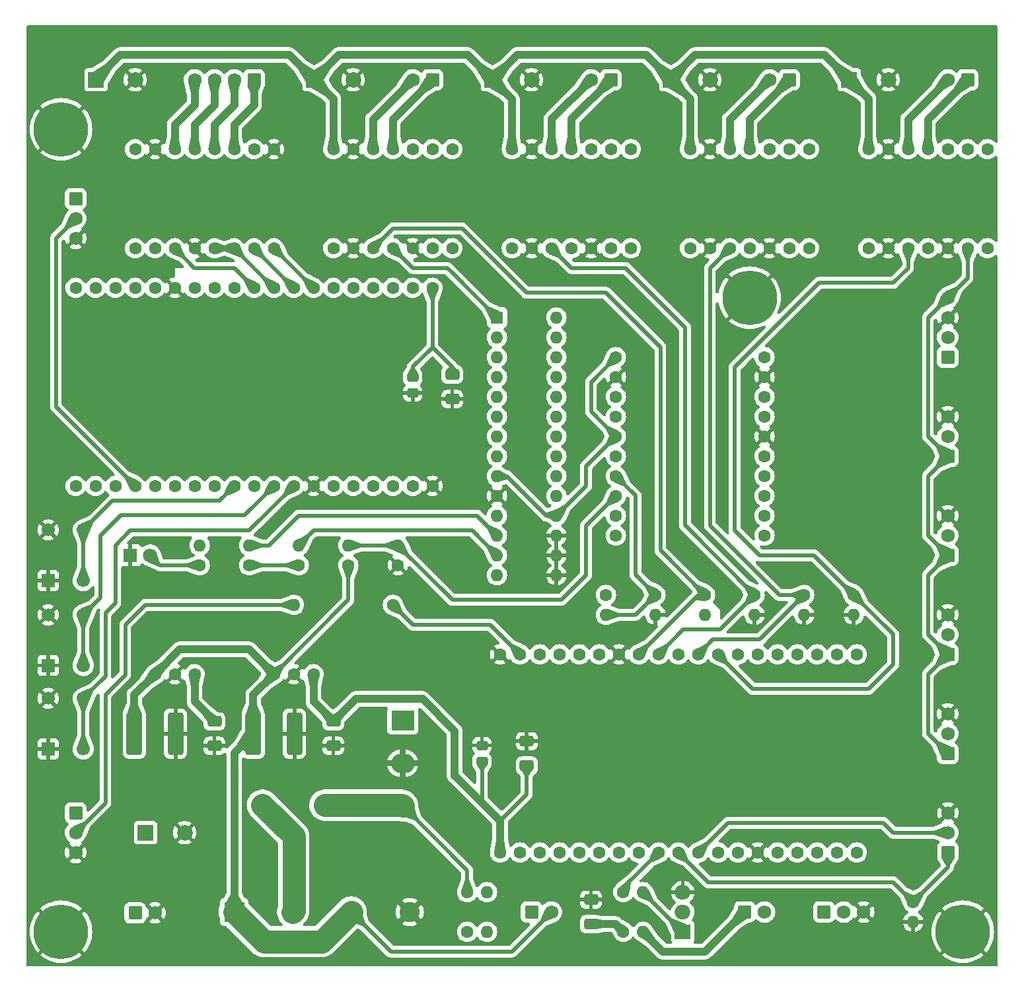
<source format=gbr>
%TF.GenerationSoftware,KiCad,Pcbnew,8.0.1*%
%TF.CreationDate,2024-08-10T06:31:29+02:00*%
%TF.ProjectId,2024-04-23 PCBV1.1,32303234-2d30-4342-9d32-332050434256,rev?*%
%TF.SameCoordinates,Original*%
%TF.FileFunction,Copper,L1,Top*%
%TF.FilePolarity,Positive*%
%FSLAX46Y46*%
G04 Gerber Fmt 4.6, Leading zero omitted, Abs format (unit mm)*
G04 Created by KiCad (PCBNEW 8.0.1) date 2024-08-10 06:31:29*
%MOMM*%
%LPD*%
G01*
G04 APERTURE LIST*
G04 Aperture macros list*
%AMRoundRect*
0 Rectangle with rounded corners*
0 $1 Rounding radius*
0 $2 $3 $4 $5 $6 $7 $8 $9 X,Y pos of 4 corners*
0 Add a 4 corners polygon primitive as box body*
4,1,4,$2,$3,$4,$5,$6,$7,$8,$9,$2,$3,0*
0 Add four circle primitives for the rounded corners*
1,1,$1+$1,$2,$3*
1,1,$1+$1,$4,$5*
1,1,$1+$1,$6,$7*
1,1,$1+$1,$8,$9*
0 Add four rect primitives between the rounded corners*
20,1,$1+$1,$2,$3,$4,$5,0*
20,1,$1+$1,$4,$5,$6,$7,0*
20,1,$1+$1,$6,$7,$8,$9,0*
20,1,$1+$1,$8,$9,$2,$3,0*%
G04 Aperture macros list end*
%TA.AperFunction,ComponentPad*%
%ADD10C,1.600000*%
%TD*%
%TA.AperFunction,ComponentPad*%
%ADD11O,1.600000X1.600000*%
%TD*%
%TA.AperFunction,ComponentPad*%
%ADD12RoundRect,0.250000X0.620000X0.620000X-0.620000X0.620000X-0.620000X-0.620000X0.620000X-0.620000X0*%
%TD*%
%TA.AperFunction,ComponentPad*%
%ADD13C,1.740000*%
%TD*%
%TA.AperFunction,SMDPad,CuDef*%
%ADD14RoundRect,0.250000X0.650000X-0.412500X0.650000X0.412500X-0.650000X0.412500X-0.650000X-0.412500X0*%
%TD*%
%TA.AperFunction,ComponentPad*%
%ADD15C,4.500000*%
%TD*%
%TA.AperFunction,ConnectorPad*%
%ADD16C,7.000000*%
%TD*%
%TA.AperFunction,ComponentPad*%
%ADD17R,1.700000X1.700000*%
%TD*%
%TA.AperFunction,ComponentPad*%
%ADD18C,1.700000*%
%TD*%
%TA.AperFunction,ComponentPad*%
%ADD19R,3.000000X2.500000*%
%TD*%
%TA.AperFunction,ComponentPad*%
%ADD20O,3.000000X2.500000*%
%TD*%
%TA.AperFunction,ComponentPad*%
%ADD21RoundRect,0.250000X0.620000X-0.620000X0.620000X0.620000X-0.620000X0.620000X-0.620000X-0.620000X0*%
%TD*%
%TA.AperFunction,ComponentPad*%
%ADD22R,2.000000X2.000000*%
%TD*%
%TA.AperFunction,ComponentPad*%
%ADD23C,2.000000*%
%TD*%
%TA.AperFunction,SMDPad,CuDef*%
%ADD24RoundRect,0.249999X-0.737501X-2.450001X0.737501X-2.450001X0.737501X2.450001X-0.737501X2.450001X0*%
%TD*%
%TA.AperFunction,SMDPad,CuDef*%
%ADD25RoundRect,0.250000X-0.650000X0.412500X-0.650000X-0.412500X0.650000X-0.412500X0.650000X0.412500X0*%
%TD*%
%TA.AperFunction,ComponentPad*%
%ADD26R,1.600000X1.600000*%
%TD*%
%TA.AperFunction,ComponentPad*%
%ADD27RoundRect,0.250000X-0.620000X0.620000X-0.620000X-0.620000X0.620000X-0.620000X0.620000X0.620000X0*%
%TD*%
%TA.AperFunction,ComponentPad*%
%ADD28R,2.000000X1.905000*%
%TD*%
%TA.AperFunction,ComponentPad*%
%ADD29O,2.000000X1.905000*%
%TD*%
%TA.AperFunction,ComponentPad*%
%ADD30R,2.600000X2.600000*%
%TD*%
%TA.AperFunction,ComponentPad*%
%ADD31C,2.600000*%
%TD*%
%TA.AperFunction,ComponentPad*%
%ADD32RoundRect,0.250000X-0.620000X-0.620000X0.620000X-0.620000X0.620000X0.620000X-0.620000X0.620000X0*%
%TD*%
%TA.AperFunction,SMDPad,CuDef*%
%ADD33RoundRect,0.250000X0.475000X-0.337500X0.475000X0.337500X-0.475000X0.337500X-0.475000X-0.337500X0*%
%TD*%
%TA.AperFunction,ComponentPad*%
%ADD34O,2.400000X2.800000*%
%TD*%
%TA.AperFunction,ComponentPad*%
%ADD35R,1.800000X1.800000*%
%TD*%
%TA.AperFunction,ComponentPad*%
%ADD36C,1.800000*%
%TD*%
%TA.AperFunction,SMDPad,CuDef*%
%ADD37RoundRect,0.250000X-0.475000X0.337500X-0.475000X-0.337500X0.475000X-0.337500X0.475000X0.337500X0*%
%TD*%
%TA.AperFunction,ViaPad*%
%ADD38C,1.000000*%
%TD*%
%TA.AperFunction,Conductor*%
%ADD39C,0.500000*%
%TD*%
%TA.AperFunction,Conductor*%
%ADD40C,1.000000*%
%TD*%
%TA.AperFunction,Conductor*%
%ADD41C,3.000000*%
%TD*%
%TA.AperFunction,Conductor*%
%ADD42C,0.300000*%
%TD*%
G04 APERTURE END LIST*
D10*
%TO.P,R2,1*%
%TO.N,Net-(U4-AIN0)*%
X120040000Y-109220000D03*
D11*
%TO.P,R2,2*%
%TO.N,GND*%
X120040000Y-111760000D03*
%TD*%
D10*
%TO.P,R4,1*%
%TO.N,+3V3*%
X67970000Y-105410000D03*
D11*
%TO.P,R4,2*%
%TO.N,/SCL*%
X67970000Y-102870000D03*
%TD*%
D12*
%TO.P,J4,1,Pin_1*%
%TO.N,/Stepper_A1*%
X68580000Y-43180000D03*
D13*
%TO.P,J4,2,Pin_2*%
%TO.N,/Stepper_A2*%
X66040000Y-43180000D03*
%TO.P,J4,3,Pin_3*%
%TO.N,/Stepper_B1*%
X63500000Y-43180000D03*
%TO.P,J4,4,Pin_4*%
%TO.N,/Stepper_B2*%
X60960000Y-43180000D03*
%TD*%
D10*
%TO.P,R9,1*%
%TO.N,Net-(Q1-S)*%
X95910000Y-147320000D03*
D11*
%TO.P,R9,2*%
%TO.N,Net-(Q1-G)*%
X98450000Y-147320000D03*
%TD*%
D14*
%TO.P,C13,1*%
%TO.N,+3V3*%
X111760000Y-151422500D03*
%TO.P,C13,2*%
%TO.N,GND*%
X111760000Y-148297500D03*
%TD*%
D12*
%TO.P,J16,1,Pin_1*%
%TO.N,/Difflock1*%
X160020000Y-43180000D03*
D13*
%TO.P,J16,2,Pin_2*%
%TO.N,/Difflock2*%
X157480000Y-43180000D03*
%TD*%
D10*
%TO.P,Difflock1,1,VM*%
%TO.N,unconnected-(Difflock1-VM-Pad1)*%
X147320000Y-64770000D03*
%TO.P,Difflock1,2,GND*%
%TO.N,GND*%
X149860000Y-64770000D03*
%TO.P,Difflock1,3,IN1/EN*%
%TO.N,/Difflock_PWM*%
X152400000Y-64770000D03*
%TO.P,Difflock1,4,IN2/PH*%
%TO.N,/Difflock_Dir*%
X154940000Y-64770000D03*
%TO.P,Difflock1,5,PMODE*%
%TO.N,GND*%
X157480000Y-64770000D03*
%TO.P,Difflock1,6,~{SLP}*%
%TO.N,+3V3*%
X160020000Y-64770000D03*
%TO.P,Difflock1,7,VREF*%
%TO.N,unconnected-(Difflock1-VREF-Pad7)*%
X162560000Y-64770000D03*
%TO.P,Difflock1,8,CS*%
%TO.N,unconnected-(Difflock1-CS-Pad8)*%
X162560000Y-52070000D03*
%TO.P,Difflock1,9,~{FLT}*%
%TO.N,unconnected-(Difflock1-~{FLT}-Pad9)*%
X160020000Y-52070000D03*
%TO.P,Difflock1,10,IMODE*%
%TO.N,unconnected-(Difflock1-IMODE-Pad10)*%
X157480000Y-52070000D03*
%TO.P,Difflock1,11,OUT2*%
%TO.N,/Difflock1*%
X154940000Y-52070000D03*
%TO.P,Difflock1,12,OUT1*%
%TO.N,/Difflock2*%
X152400000Y-52070000D03*
%TO.P,Difflock1,13,GND*%
%TO.N,GND*%
X149860000Y-52070000D03*
%TO.P,Difflock1,14,VIn*%
%TO.N,+BATT*%
X147320000Y-52070000D03*
%TD*%
%TO.P,R12,1*%
%TO.N,/Headlights*%
X115905000Y-147320000D03*
D11*
%TO.P,R12,2*%
%TO.N,Net-(Q2-G)*%
X118445000Y-147320000D03*
%TD*%
D15*
%TO.P,H3,1,1*%
%TO.N,GND*%
X43840000Y-152400000D03*
D16*
X43840000Y-152400000D03*
%TD*%
D17*
%TO.P,SW3,1,1*%
%TO.N,GND*%
X42200000Y-128980000D03*
D18*
X42200000Y-122480000D03*
%TO.P,SW3,2,2*%
%TO.N,Net-(U6-IO19)*%
X46700000Y-128980000D03*
X46700000Y-122480000D03*
%TD*%
D10*
%TO.P,U1,*%
%TO.N,*%
X145832500Y-142240000D03*
%TO.P,U1,1,GND*%
%TO.N,GND*%
X100112500Y-116840000D03*
%TO.P,U1,2,VDD*%
%TO.N,+3V3*%
X100112500Y-142240000D03*
%TO.P,U1,3,EN*%
%TO.N,unconnected-(U1-EN-Pad3)*%
X102652500Y-142240000D03*
%TO.P,U1,4,SENSOR_VP*%
%TO.N,unconnected-(U1-SENSOR_VP-Pad4)*%
X105192500Y-142240000D03*
%TO.P,U1,5,SENSOR_VN*%
%TO.N,unconnected-(U1-SENSOR_VN-Pad5)*%
X107732500Y-142240000D03*
%TO.P,U1,6,IO34*%
%TO.N,unconnected-(U1-IO34-Pad6)*%
X110272500Y-142240000D03*
%TO.P,U1,7,IO35*%
%TO.N,unconnected-(U1-IO35-Pad7)*%
X112812500Y-142240000D03*
%TO.P,U1,8,IO32*%
%TO.N,unconnected-(U1-IO32-Pad8)*%
X115352500Y-142240000D03*
%TO.P,U1,9,IO33*%
%TO.N,unconnected-(U1-IO33-Pad9)*%
X117892500Y-142240000D03*
%TO.P,U1,10,IO25*%
%TO.N,/Headlights*%
X120432500Y-142240000D03*
%TO.P,U1,11,IO26*%
%TO.N,/Engine_PWM*%
X122972500Y-142240000D03*
%TO.P,U1,12,IO27*%
%TO.N,/Engine_Dir*%
X125512500Y-142240000D03*
%TO.P,U1,13,IO14*%
%TO.N,unconnected-(U1-IO14-Pad13)*%
X128052500Y-142240000D03*
%TO.P,U1,14,IO12*%
%TO.N,unconnected-(U1-IO12-Pad14)*%
X130592500Y-142240000D03*
%TO.P,U1,15,GND*%
%TO.N,GND*%
X133132500Y-142240000D03*
%TO.P,U1,16,IO13*%
%TO.N,unconnected-(U1-IO13-Pad16)*%
X135672500Y-142240000D03*
%TO.P,U1,17,SHD/SD2*%
%TO.N,unconnected-(U1-SHD{slash}SD2-Pad17)*%
X138212500Y-142240000D03*
%TO.P,U1,18,SWP/SD3*%
%TO.N,unconnected-(U1-SWP{slash}SD3-Pad18)*%
X140752500Y-142240000D03*
%TO.P,U1,19,SCS/CMD*%
%TO.N,unconnected-(U1-SCS{slash}CMD-Pad19)*%
X143292500Y-142240000D03*
%TO.P,U1,20,SCK/CLK*%
%TO.N,unconnected-(U1-SCK{slash}CLK-Pad20)*%
X145832500Y-116840000D03*
%TO.P,U1,21,SDO/SD0*%
%TO.N,unconnected-(U1-SDO{slash}SD0-Pad21)*%
X143292500Y-116840000D03*
%TO.P,U1,22,SDI/SD1*%
%TO.N,unconnected-(U1-SDI{slash}SD1-Pad22)*%
X140752500Y-116840000D03*
%TO.P,U1,23,IO15*%
%TO.N,unconnected-(U1-IO15-Pad23)*%
X138212500Y-116840000D03*
%TO.P,U1,24,IO2*%
%TO.N,unconnected-(U1-IO2-Pad24)*%
X135672500Y-116840000D03*
%TO.P,U1,25,IO0*%
%TO.N,unconnected-(U1-IO0-Pad25)*%
X133132500Y-116840000D03*
%TO.P,U1,26,IO4*%
%TO.N,unconnected-(U1-IO4-Pad26)*%
X130592500Y-116840000D03*
%TO.P,U1,27,IO16*%
%TO.N,/Difflock_PWM*%
X128052500Y-116840000D03*
%TO.P,U1,28,IO17*%
%TO.N,/ClutchB_PWM*%
X125512500Y-116840000D03*
%TO.P,U1,29,IO5*%
%TO.N,unconnected-(U1-IO5-Pad29)*%
X122972500Y-116840000D03*
%TO.P,U1,30,IO18*%
%TO.N,/ClutchA_PWM*%
X120432500Y-116840000D03*
%TO.P,U1,31,IO19*%
%TO.N,/Shifter_PWM*%
X117892500Y-116840000D03*
%TO.P,U1,33,IO21*%
%TO.N,/SDA*%
X112812500Y-116840000D03*
%TO.P,U1,34,RXD0/IO3*%
%TO.N,unconnected-(U1-RXD0{slash}IO3-Pad34)*%
X110272500Y-116840000D03*
%TO.P,U1,35,TXD0/IO1*%
%TO.N,unconnected-(U1-TXD0{slash}IO1-Pad35)*%
X107732500Y-116840000D03*
%TO.P,U1,36,IO22*%
%TO.N,/SCL*%
X105192500Y-116840000D03*
%TO.P,U1,37,IO23*%
%TO.N,Net-(U1-IO23)*%
X102652500Y-116840000D03*
%TO.P,U1,38,GND*%
%TO.N,GND*%
X115352500Y-116840000D03*
%TD*%
D19*
%TO.P,Q1,1,G*%
%TO.N,Net-(Q1-G)*%
X87630000Y-125350000D03*
D20*
%TO.P,Q1,2,D*%
%TO.N,GND*%
X87630000Y-130810000D03*
%TO.P,Q1,3,S*%
%TO.N,Net-(Q1-S)*%
X87630000Y-136270000D03*
%TD*%
D21*
%TO.P,J7,1,Pin_1*%
%TO.N,+3V3*%
X157480000Y-116840000D03*
D13*
%TO.P,J7,2,Pin_2*%
%TO.N,/Shifter_Sense*%
X157480000Y-114300000D03*
%TO.P,J7,3,Pin_3*%
%TO.N,GND*%
X157480000Y-111760000D03*
%TD*%
D10*
%TO.P,U3,1,ADDR*%
%TO.N,GND*%
X134010000Y-88900000D03*
%TO.P,U3,2,ALERT/RDY*%
%TO.N,unconnected-(U3-ALERT{slash}RDY-Pad2)*%
X134010000Y-91440000D03*
%TO.P,U3,3,GND*%
%TO.N,GND*%
X134010000Y-81280000D03*
%TO.P,U3,4,AIN0*%
%TO.N,/ClutchA_Sense*%
X134010000Y-93980000D03*
%TO.P,U3,5,AIN1*%
%TO.N,/ClutchB_Sense*%
X134010000Y-96520000D03*
%TO.P,U3,6,AIN2*%
%TO.N,/Shifter_Sense*%
X134010000Y-99060000D03*
%TO.P,U3,7,AIN3*%
%TO.N,/Difflock_Sense*%
X134010000Y-101600000D03*
%TO.P,U3,8,VDD*%
%TO.N,+3V3*%
X134010000Y-78740000D03*
%TO.P,U3,9,SDA*%
%TO.N,/SDA*%
X134010000Y-86360000D03*
%TO.P,U3,10,SCL*%
%TO.N,/SCL*%
X134010000Y-83820000D03*
%TD*%
D17*
%TO.P,SW2,1,1*%
%TO.N,GND*%
X42200000Y-118260000D03*
D18*
X42200000Y-111760000D03*
%TO.P,SW2,2,2*%
%TO.N,Net-(U6-IO18)*%
X46700000Y-118260000D03*
X46700000Y-111760000D03*
%TD*%
D22*
%TO.P,C10,1*%
%TO.N,+BATT*%
X48340000Y-43180000D03*
D23*
%TO.P,C10,2*%
%TO.N,GND*%
X53340000Y-43180000D03*
%TD*%
D24*
%TO.P,C4,1*%
%TO.N,+BATT*%
X53242500Y-127000000D03*
%TO.P,C4,2*%
%TO.N,GND*%
X58517500Y-127000000D03*
%TD*%
D25*
%TO.P,C5,1*%
%TO.N,+3V3*%
X78740000Y-125437500D03*
%TO.P,C5,2*%
%TO.N,GND*%
X78740000Y-128562500D03*
%TD*%
D15*
%TO.P,H1,1,1*%
%TO.N,GND*%
X43840000Y-49530000D03*
D16*
X43840000Y-49530000D03*
%TD*%
D10*
%TO.P,R1,1*%
%TO.N,/I_Sense*%
X113690000Y-109220000D03*
D11*
%TO.P,R1,2*%
%TO.N,Net-(U4-AIN0)*%
X113690000Y-111760000D03*
%TD*%
D26*
%TO.P,U2,1,GPB0*%
%TO.N,/Shifter_Dir*%
X99720000Y-73660000D03*
D11*
%TO.P,U2,2,GPB1*%
%TO.N,unconnected-(U2-GPB1-Pad2)*%
X99720000Y-76200000D03*
%TO.P,U2,3,GPB2*%
%TO.N,unconnected-(U2-GPB2-Pad3)*%
X99720000Y-78740000D03*
%TO.P,U2,4,GPB3*%
%TO.N,unconnected-(U2-GPB3-Pad4)*%
X99720000Y-81280000D03*
%TO.P,U2,5,GPB4*%
%TO.N,/Brake_Input1*%
X99720000Y-83820000D03*
%TO.P,U2,6,GPB5*%
%TO.N,/Brake_Input2*%
X99720000Y-86360000D03*
%TO.P,U2,7,GPB6*%
%TO.N,/Brake_Output*%
X99720000Y-88900000D03*
%TO.P,U2,8,GPB7*%
%TO.N,unconnected-(U2-GPB7-Pad8)*%
X99720000Y-91440000D03*
%TO.P,U2,9,VDD*%
%TO.N,+3V3*%
X99720000Y-93980000D03*
%TO.P,U2,10,VSS*%
%TO.N,GND*%
X99720000Y-96520000D03*
%TO.P,U2,11,NC*%
%TO.N,unconnected-(U2-NC-Pad11)*%
X99720000Y-99060000D03*
%TO.P,U2,12,SCK*%
%TO.N,/SCL*%
X99720000Y-101600000D03*
%TO.P,U2,13,SDA*%
%TO.N,/SDA*%
X99720000Y-104140000D03*
%TO.P,U2,14,NC*%
%TO.N,unconnected-(U2-NC-Pad14)*%
X99720000Y-106680000D03*
%TO.P,U2,15,A0*%
%TO.N,GND*%
X107340000Y-106680000D03*
%TO.P,U2,16,A1*%
X107340000Y-104140000D03*
%TO.P,U2,17,A2*%
X107340000Y-101600000D03*
%TO.P,U2,18,~{RESET}*%
%TO.N,+3V3*%
X107340000Y-99060000D03*
%TO.P,U2,19,INTB*%
%TO.N,unconnected-(U2-INTB-Pad19)*%
X107340000Y-96520000D03*
%TO.P,U2,20,INTA*%
%TO.N,unconnected-(U2-INTA-Pad20)*%
X107340000Y-93980000D03*
%TO.P,U2,21,GPA0*%
%TO.N,unconnected-(U2-GPA0-Pad21)*%
X107340000Y-91440000D03*
%TO.P,U2,22,GPA1*%
%TO.N,unconnected-(U2-GPA1-Pad22)*%
X107340000Y-88900000D03*
%TO.P,U2,23,GPA2*%
%TO.N,unconnected-(U2-GPA2-Pad23)*%
X107340000Y-86360000D03*
%TO.P,U2,24,GPA3*%
%TO.N,unconnected-(U2-GPA3-Pad24)*%
X107340000Y-83820000D03*
%TO.P,U2,25,GPA4*%
%TO.N,/Difflock_Dir*%
X107340000Y-81280000D03*
%TO.P,U2,26,GPA5*%
%TO.N,/ClutchB_Dir*%
X107340000Y-78740000D03*
%TO.P,U2,27,GPA6*%
%TO.N,/ClutchA_Dir*%
X107340000Y-76200000D03*
%TO.P,U2,28,GPA7*%
%TO.N,unconnected-(U2-GPA7-Pad28)*%
X107340000Y-73660000D03*
%TD*%
D21*
%TO.P,J1,1,Pin_1*%
%TO.N,/SDA*%
X157480000Y-78740000D03*
D13*
%TO.P,J1,2,Pin_2*%
%TO.N,/SCL*%
X157480000Y-76200000D03*
%TO.P,J1,3,Pin_3*%
%TO.N,GND*%
X157480000Y-73660000D03*
%TO.P,J1,4,Pin_4*%
%TO.N,+3V3*%
X157480000Y-71120000D03*
%TD*%
D21*
%TO.P,J8,1,Pin_1*%
%TO.N,+3V3*%
X157480000Y-129540000D03*
D13*
%TO.P,J8,2,Pin_2*%
%TO.N,/Difflock_Sense*%
X157480000Y-127000000D03*
%TO.P,J8,3,Pin_3*%
%TO.N,GND*%
X157480000Y-124460000D03*
%TD*%
D10*
%TO.P,ClutchB1,1,VM*%
%TO.N,unconnected-(ClutchB1-VM-Pad1)*%
X124460000Y-64770000D03*
%TO.P,ClutchB1,2,GND*%
%TO.N,GND*%
X127000000Y-64770000D03*
%TO.P,ClutchB1,3,IN1/EN*%
%TO.N,/ClutchB_PWM*%
X129540000Y-64770000D03*
%TO.P,ClutchB1,4,IN2/PH*%
%TO.N,/ClutchB_Dir*%
X132080000Y-64770000D03*
%TO.P,ClutchB1,5,PMODE*%
%TO.N,GND*%
X134620000Y-64770000D03*
%TO.P,ClutchB1,6,~{SLP}*%
%TO.N,+3V3*%
X137160000Y-64770000D03*
%TO.P,ClutchB1,7,VREF*%
%TO.N,unconnected-(ClutchB1-VREF-Pad7)*%
X139700000Y-64770000D03*
%TO.P,ClutchB1,8,CS*%
%TO.N,unconnected-(ClutchB1-CS-Pad8)*%
X139700000Y-52070000D03*
%TO.P,ClutchB1,9,~{FLT}*%
%TO.N,unconnected-(ClutchB1-~{FLT}-Pad9)*%
X137160000Y-52070000D03*
%TO.P,ClutchB1,10,IMODE*%
%TO.N,unconnected-(ClutchB1-IMODE-Pad10)*%
X134620000Y-52070000D03*
%TO.P,ClutchB1,11,OUT2*%
%TO.N,/ClutchB1*%
X132080000Y-52070000D03*
%TO.P,ClutchB1,12,OUT1*%
%TO.N,/ClutchB2*%
X129540000Y-52070000D03*
%TO.P,ClutchB1,13,GND*%
%TO.N,GND*%
X127000000Y-52070000D03*
%TO.P,ClutchB1,14,VIn*%
%TO.N,+BATT*%
X124460000Y-52070000D03*
%TD*%
D25*
%TO.P,C3,1*%
%TO.N,+5V*%
X63500000Y-125437500D03*
%TO.P,C3,2*%
%TO.N,GND*%
X63500000Y-128562500D03*
%TD*%
D10*
%TO.P,DC/DC2,1,+VIn*%
%TO.N,+BATT*%
X71120000Y-119380000D03*
%TO.P,DC/DC2,2,GND*%
%TO.N,GND*%
X73660000Y-119380000D03*
%TO.P,DC/DC2,3,+VOut*%
%TO.N,+3V3*%
X76200000Y-119380000D03*
%TD*%
%TO.P,R3,1*%
%TO.N,+3V3*%
X74320000Y-105410000D03*
D11*
%TO.P,R3,2*%
%TO.N,/SDA*%
X74320000Y-102870000D03*
%TD*%
D21*
%TO.P,J6,1,Pin_1*%
%TO.N,+3V3*%
X157480000Y-104140000D03*
D13*
%TO.P,J6,2,Pin_2*%
%TO.N,/ClutchB_Sense*%
X157480000Y-101600000D03*
%TO.P,J6,3,Pin_3*%
%TO.N,GND*%
X157480000Y-99060000D03*
%TD*%
D21*
%TO.P,J12,1,Pin_1*%
%TO.N,/Engine_PWM*%
X157505000Y-142240000D03*
D13*
%TO.P,J12,2,Pin_2*%
%TO.N,/Engine_Dir*%
X157505000Y-139700000D03*
%TO.P,J12,3,Pin_3*%
%TO.N,GND*%
X157505000Y-137160000D03*
%TD*%
D12*
%TO.P,J14,1,Pin_1*%
%TO.N,/ClutchA1*%
X114300000Y-43180000D03*
D13*
%TO.P,J14,2,Pin_2*%
%TO.N,/ClutchA2*%
X111760000Y-43180000D03*
%TD*%
D10*
%TO.P,A1,1,GND*%
%TO.N,GND*%
X71120000Y-52080000D03*
%TO.P,A1,2,~{FLT}*%
%TO.N,unconnected-(A1-~{FLT}-Pad2)*%
X68580000Y-52080000D03*
%TO.P,A1,3,A2*%
%TO.N,/Stepper_A1*%
X66040000Y-52080000D03*
%TO.P,A1,4,A1*%
%TO.N,/Stepper_A2*%
X63500000Y-52080000D03*
%TO.P,A1,5,B1*%
%TO.N,/Stepper_B1*%
X60960000Y-52080000D03*
%TO.P,A1,6,B2*%
%TO.N,/Stepper_B2*%
X58420000Y-52080000D03*
%TO.P,A1,7,GND*%
%TO.N,GND*%
X55880000Y-52080000D03*
%TO.P,A1,8,VMOT*%
%TO.N,+BATT*%
X53340000Y-52080000D03*
%TO.P,A1,9,~{EN}*%
%TO.N,unconnected-(A1-~{EN}-Pad9)*%
X53340000Y-64780000D03*
%TO.P,A1,10,M0*%
%TO.N,/Stepper_M0*%
X55880000Y-64780000D03*
%TO.P,A1,11,M1*%
%TO.N,/Stepper_M1*%
X58420000Y-64780000D03*
%TO.P,A1,12,M2*%
%TO.N,GND*%
X60960000Y-64780000D03*
%TO.P,A1,13,~{RST}*%
%TO.N,/Stepper_SLP*%
X63500000Y-64780000D03*
%TO.P,A1,14,~{SLP}*%
X66040000Y-64780000D03*
%TO.P,A1,15,STEP*%
%TO.N,/Stepper_STP*%
X68580000Y-64780000D03*
%TO.P,A1,16,DIR*%
%TO.N,/Stepper_DIR*%
X71120000Y-64780000D03*
%TD*%
D12*
%TO.P,J15,1,Pin_1*%
%TO.N,/ClutchB1*%
X137160000Y-43180000D03*
D13*
%TO.P,J15,2,Pin_2*%
%TO.N,/ClutchB2*%
X134620000Y-43180000D03*
%TD*%
D10*
%TO.P,R13,1*%
%TO.N,+3V3*%
X115905000Y-152400000D03*
D11*
%TO.P,R13,2*%
%TO.N,/Headlights_3V*%
X118445000Y-152400000D03*
%TD*%
D27*
%TO.P,J3,1,Pin_1*%
%TO.N,+3V3*%
X45720000Y-58420000D03*
D13*
%TO.P,J3,2,Pin_2*%
%TO.N,/Brake_Sense*%
X45720000Y-60960000D03*
%TO.P,J3,3,Pin_3*%
%TO.N,GND*%
X45720000Y-63500000D03*
%TD*%
D28*
%TO.P,Q2,1,G*%
%TO.N,Net-(Q2-G)*%
X123525000Y-152400000D03*
D29*
%TO.P,Q2,2,D*%
%TO.N,/Headlights_GND*%
X123525000Y-149860000D03*
%TO.P,Q2,3,S*%
%TO.N,GND*%
X123525000Y-147320000D03*
%TD*%
D10*
%TO.P,R8,1*%
%TO.N,+BATT*%
X80670000Y-105410000D03*
D11*
%TO.P,R8,2*%
%TO.N,Net-(U4-AIN1)*%
X80670000Y-102870000D03*
%TD*%
D25*
%TO.P,C2,1*%
%TO.N,GND*%
X103530000Y-127977500D03*
%TO.P,C2,2*%
%TO.N,+3V3*%
X103530000Y-131102500D03*
%TD*%
D27*
%TO.P,J2,1,Pin_1*%
%TO.N,+5V*%
X45720000Y-137160000D03*
D13*
%TO.P,J2,2,Pin_2*%
%TO.N,/RGB_LED*%
X45720000Y-139700000D03*
%TO.P,J2,3,Pin_3*%
%TO.N,GND*%
X45720000Y-142240000D03*
%TD*%
D30*
%TO.P,J18,1,Pin_1*%
%TO.N,+BATT*%
X66040000Y-149860000D03*
D31*
%TO.P,J18,2,Pin_2*%
%TO.N,-BATT*%
X73540000Y-149860000D03*
%TO.P,J18,3,Pin_3*%
%TO.N,+BATT*%
X81040000Y-149860000D03*
%TO.P,J18,4,Pin_4*%
%TO.N,GND*%
X88540000Y-149860000D03*
%TD*%
D10*
%TO.P,U6,*%
%TO.N,*%
X45720000Y-69850000D03*
%TO.P,U6,1,GND*%
%TO.N,GND*%
X91440000Y-95250000D03*
%TO.P,U6,2,VDD*%
%TO.N,+3V3*%
X91440000Y-69850000D03*
%TO.P,U6,3,EN*%
%TO.N,unconnected-(U6-EN-Pad3)*%
X88900000Y-69850000D03*
%TO.P,U6,4,SENSOR_VP*%
%TO.N,unconnected-(U6-SENSOR_VP-Pad4)*%
X86360000Y-69850000D03*
%TO.P,U6,5,SENSOR_VN*%
%TO.N,unconnected-(U6-SENSOR_VN-Pad5)*%
X83820000Y-69850000D03*
%TO.P,U6,6,IO34*%
%TO.N,unconnected-(U6-IO34-Pad6)*%
X81280000Y-69850000D03*
%TO.P,U6,7,IO35*%
%TO.N,unconnected-(U6-IO35-Pad7)*%
X78740000Y-69850000D03*
%TO.P,U6,8,IO32*%
%TO.N,/Stepper_DIR*%
X76200000Y-69850000D03*
%TO.P,U6,9,IO33*%
%TO.N,/Stepper_STP*%
X73660000Y-69850000D03*
%TO.P,U6,10,IO25*%
%TO.N,/Stepper_SLP*%
X71120000Y-69850000D03*
%TO.P,U6,11,IO26*%
%TO.N,/Stepper_M1*%
X68580000Y-69850000D03*
%TO.P,U6,12,IO27*%
%TO.N,/Stepper_M0*%
X66040000Y-69850000D03*
%TO.P,U6,13,IO14*%
%TO.N,unconnected-(U6-IO14-Pad13)*%
X63500000Y-69850000D03*
%TO.P,U6,14,IO12*%
%TO.N,unconnected-(U6-IO12-Pad14)*%
X60960000Y-69850000D03*
%TO.P,U6,15,GND*%
%TO.N,GND*%
X58420000Y-69850000D03*
%TO.P,U6,16,IO13*%
%TO.N,unconnected-(U6-IO13-Pad16)*%
X55880000Y-69850000D03*
%TO.P,U6,17,SHD/SD2*%
%TO.N,unconnected-(U6-SHD{slash}SD2-Pad17)*%
X53340000Y-69850000D03*
%TO.P,U6,18,SWP/SD3*%
%TO.N,unconnected-(U6-SWP{slash}SD3-Pad18)*%
X50800000Y-69850000D03*
%TO.P,U6,19,SCS/CMD*%
%TO.N,unconnected-(U6-SCS{slash}CMD-Pad19)*%
X48260000Y-69850000D03*
%TO.P,U6,20,SCK/CLK*%
%TO.N,unconnected-(U6-SCK{slash}CLK-Pad20)*%
X45720000Y-95250000D03*
%TO.P,U6,21,SDO/SD0*%
%TO.N,unconnected-(U6-SDO{slash}SD0-Pad21)*%
X48260000Y-95250000D03*
%TO.P,U6,22,SDI/SD1*%
%TO.N,unconnected-(U6-SDI{slash}SD1-Pad22)*%
X50800000Y-95250000D03*
%TO.P,U6,23,IO15*%
%TO.N,/Brake_Sense*%
X53340000Y-95250000D03*
%TO.P,U6,24,IO2*%
%TO.N,unconnected-(U6-IO2-Pad24)*%
X55880000Y-95250000D03*
%TO.P,U6,25,IO0*%
%TO.N,unconnected-(U6-IO0-Pad25)*%
X58420000Y-95250000D03*
%TO.P,U6,26,IO4*%
%TO.N,unconnected-(U6-IO4-Pad26)*%
X60960000Y-95250000D03*
%TO.P,U6,27,IO16*%
%TO.N,Net-(U6-IO16)*%
X63500000Y-95250000D03*
%TO.P,U6,28,IO17*%
%TO.N,Net-(U6-IO17)*%
X66040000Y-95250000D03*
%TO.P,U6,29,IO5*%
%TO.N,unconnected-(U6-IO5-Pad29)*%
X68580000Y-95250000D03*
%TO.P,U6,30,IO18*%
%TO.N,Net-(U6-IO18)*%
X71120000Y-95250000D03*
%TO.P,U6,31,IO19*%
%TO.N,Net-(U6-IO19)*%
X73660000Y-95250000D03*
%TO.P,U6,33,IO21*%
%TO.N,/Brake_Input1*%
X78740000Y-95250000D03*
%TO.P,U6,34,RXD0/IO3*%
%TO.N,unconnected-(U6-RXD0{slash}IO3-Pad34)*%
X81280000Y-95250000D03*
%TO.P,U6,35,TXD0/IO1*%
%TO.N,unconnected-(U6-TXD0{slash}IO1-Pad35)*%
X83820000Y-95250000D03*
%TO.P,U6,36,IO22*%
%TO.N,/Brake_Input2*%
X86360000Y-95250000D03*
%TO.P,U6,37,IO23*%
%TO.N,/Brake_Output*%
X88900000Y-95250000D03*
%TO.P,U6,38,GND*%
%TO.N,GND*%
X76200000Y-95250000D03*
%TD*%
%TO.P,R18,1*%
%TO.N,/ClutchB_PWM*%
X139090000Y-109220000D03*
D11*
%TO.P,R18,2*%
%TO.N,GND*%
X139090000Y-111760000D03*
%TD*%
D32*
%TO.P,J17,1,Pin_1*%
%TO.N,+5V*%
X53340000Y-149980000D03*
D13*
%TO.P,J17,2,Pin_2*%
%TO.N,GND*%
X55880000Y-149980000D03*
%TD*%
D32*
%TO.P,J11,1,Pin_1*%
%TO.N,/Headlights_3V*%
X131470000Y-149860000D03*
D13*
%TO.P,J11,2,Pin_2*%
%TO.N,/Headlights_GND*%
X134010000Y-149860000D03*
%TD*%
D22*
%TO.P,C11,1*%
%TO.N,+BATT*%
X99140000Y-43180000D03*
D23*
%TO.P,C11,2*%
%TO.N,GND*%
X104140000Y-43180000D03*
%TD*%
D22*
%TO.P,C9,1*%
%TO.N,+BATT*%
X144860000Y-43180000D03*
D23*
%TO.P,C9,2*%
%TO.N,GND*%
X149860000Y-43180000D03*
%TD*%
D14*
%TO.P,C15,1*%
%TO.N,GND*%
X93980000Y-84112500D03*
%TO.P,C15,2*%
%TO.N,+3V3*%
X93980000Y-80987500D03*
%TD*%
D10*
%TO.P,R10,1*%
%TO.N,Net-(Q1-G)*%
X95910000Y-152400000D03*
D11*
%TO.P,R10,2*%
%TO.N,/onoff1*%
X98450000Y-152400000D03*
%TD*%
D12*
%TO.P,J13,1,Pin_1*%
%TO.N,/Shifter1*%
X91440000Y-43180000D03*
D13*
%TO.P,J13,2,Pin_2*%
%TO.N,/Shifter2*%
X88900000Y-43180000D03*
%TD*%
D33*
%TO.P,C7,1*%
%TO.N,+3V3*%
X97790000Y-130577500D03*
%TO.P,C7,2*%
%TO.N,GND*%
X97790000Y-128502500D03*
%TD*%
D32*
%TO.P,J10,1,Pin_1*%
%TO.N,+5V*%
X141630000Y-149860000D03*
D13*
%TO.P,J10,2,Pin_2*%
%TO.N,/I_Sense*%
X144170000Y-149860000D03*
%TO.P,J10,3,Pin_3*%
%TO.N,GND*%
X146710000Y-149860000D03*
%TD*%
D10*
%TO.P,R19,1*%
%TO.N,/Difflock_PWM*%
X145440000Y-109220000D03*
D11*
%TO.P,R19,2*%
%TO.N,GND*%
X145440000Y-111760000D03*
%TD*%
D17*
%TO.P,SW1,1,1*%
%TO.N,GND*%
X42200000Y-107390000D03*
D18*
X42200000Y-100890000D03*
%TO.P,SW1,2,2*%
%TO.N,Net-(U6-IO17)*%
X46700000Y-107390000D03*
X46700000Y-100890000D03*
%TD*%
D22*
%TO.P,C14,1*%
%TO.N,+5V*%
X54690000Y-139700000D03*
D23*
%TO.P,C14,2*%
%TO.N,GND*%
X59690000Y-139700000D03*
%TD*%
D21*
%TO.P,J5,1,Pin_1*%
%TO.N,+3V3*%
X157480000Y-91440000D03*
D13*
%TO.P,J5,2,Pin_2*%
%TO.N,/ClutchA_Sense*%
X157480000Y-88900000D03*
%TO.P,J5,3,Pin_3*%
%TO.N,GND*%
X157480000Y-86360000D03*
%TD*%
D34*
%TO.P,F1,1*%
%TO.N,-BATT*%
X69660000Y-136160000D03*
%TO.P,F1,2*%
%TO.N,Net-(Q1-S)*%
X77660000Y-136160000D03*
%TD*%
D10*
%TO.P,DC/DC1,1,+VIn*%
%TO.N,+BATT*%
X55880000Y-119380000D03*
%TO.P,DC/DC1,2,GND*%
%TO.N,GND*%
X58420000Y-119380000D03*
%TO.P,DC/DC1,3,+VOut*%
%TO.N,+5V*%
X60960000Y-119380000D03*
%TD*%
%TO.P,R16,1*%
%TO.N,/Shifter_PWM*%
X126390000Y-109220000D03*
D11*
%TO.P,R16,2*%
%TO.N,GND*%
X126390000Y-111760000D03*
%TD*%
D10*
%TO.P,U4,1,ADDR*%
%TO.N,+3V3*%
X114960000Y-88900000D03*
%TO.P,U4,2,ALERT/RDY*%
%TO.N,unconnected-(U4-ALERT{slash}RDY-Pad2)*%
X114960000Y-91440000D03*
%TO.P,U4,3,GND*%
%TO.N,GND*%
X114960000Y-81280000D03*
%TO.P,U4,4,AIN0*%
%TO.N,Net-(U4-AIN0)*%
X114960000Y-93980000D03*
%TO.P,U4,5,AIN1*%
%TO.N,Net-(U4-AIN1)*%
X114960000Y-96520000D03*
%TO.P,U4,6,AIN2*%
%TO.N,unconnected-(U4-AIN2-Pad6)*%
X114960000Y-99060000D03*
%TO.P,U4,7,AIN3*%
%TO.N,unconnected-(U4-AIN3-Pad7)*%
X114960000Y-101600000D03*
%TO.P,U4,8,VDD*%
%TO.N,+3V3*%
X114960000Y-78740000D03*
%TO.P,U4,9,SDA*%
%TO.N,/SDA*%
X114960000Y-86360000D03*
%TO.P,U4,10,SCL*%
%TO.N,/SCL*%
X114960000Y-83820000D03*
%TD*%
D15*
%TO.P,H2,1,1*%
%TO.N,GND*%
X132080000Y-71120000D03*
D16*
X132080000Y-71120000D03*
%TD*%
D35*
%TO.P,D1,1,K*%
%TO.N,GND*%
X52730000Y-104140000D03*
D36*
%TO.P,D1,2,A*%
%TO.N,Net-(D1-A)*%
X55270000Y-104140000D03*
%TD*%
D24*
%TO.P,C6,1*%
%TO.N,+BATT*%
X68482500Y-127000000D03*
%TO.P,C6,2*%
%TO.N,GND*%
X73757500Y-127000000D03*
%TD*%
D10*
%TO.P,R17,1*%
%TO.N,/ClutchA_PWM*%
X132740000Y-109220000D03*
D11*
%TO.P,R17,2*%
%TO.N,GND*%
X132740000Y-111760000D03*
%TD*%
D22*
%TO.P,C1,1*%
%TO.N,+BATT*%
X76280000Y-43180000D03*
D23*
%TO.P,C1,2*%
%TO.N,GND*%
X81280000Y-43180000D03*
%TD*%
D37*
%TO.P,C16,1*%
%TO.N,+3V3*%
X88925000Y-81280000D03*
%TO.P,C16,2*%
%TO.N,GND*%
X88925000Y-83355000D03*
%TD*%
D32*
%TO.P,J9,1,Pin_1*%
%TO.N,/onoff1*%
X104140000Y-149860000D03*
D13*
%TO.P,J9,2,Pin_2*%
%TO.N,+BATT*%
X106680000Y-149860000D03*
%TD*%
D10*
%TO.P,R5,1*%
%TO.N,Net-(D1-A)*%
X61620000Y-105410000D03*
D11*
%TO.P,R5,2*%
%TO.N,Net-(U6-IO16)*%
X61620000Y-102870000D03*
%TD*%
D10*
%TO.P,ClutchA1,1,VM*%
%TO.N,unconnected-(ClutchA1-VM-Pad1)*%
X101625000Y-64770000D03*
%TO.P,ClutchA1,2,GND*%
%TO.N,GND*%
X104165000Y-64770000D03*
%TO.P,ClutchA1,3,IN1/EN*%
%TO.N,/ClutchA_PWM*%
X106705000Y-64770000D03*
%TO.P,ClutchA1,4,IN2/PH*%
%TO.N,/ClutchA_Dir*%
X109245000Y-64770000D03*
%TO.P,ClutchA1,5,PMODE*%
%TO.N,GND*%
X111785000Y-64770000D03*
%TO.P,ClutchA1,6,~{SLP}*%
%TO.N,+3V3*%
X114325000Y-64770000D03*
%TO.P,ClutchA1,7,VREF*%
%TO.N,unconnected-(ClutchA1-VREF-Pad7)*%
X116865000Y-64770000D03*
%TO.P,ClutchA1,8,CS*%
%TO.N,unconnected-(ClutchA1-CS-Pad8)*%
X116865000Y-52070000D03*
%TO.P,ClutchA1,9,~{FLT}*%
%TO.N,unconnected-(ClutchA1-~{FLT}-Pad9)*%
X114325000Y-52070000D03*
%TO.P,ClutchA1,10,IMODE*%
%TO.N,unconnected-(ClutchA1-IMODE-Pad10)*%
X111785000Y-52070000D03*
%TO.P,ClutchA1,11,OUT2*%
%TO.N,/ClutchA1*%
X109245000Y-52070000D03*
%TO.P,ClutchA1,12,OUT1*%
%TO.N,/ClutchA2*%
X106705000Y-52070000D03*
%TO.P,ClutchA1,13,GND*%
%TO.N,GND*%
X104165000Y-52070000D03*
%TO.P,ClutchA1,14,VIn*%
%TO.N,+BATT*%
X101625000Y-52070000D03*
%TD*%
D22*
%TO.P,C12,1*%
%TO.N,+BATT*%
X122000000Y-43180000D03*
D23*
%TO.P,C12,2*%
%TO.N,GND*%
X127000000Y-43180000D03*
%TD*%
D10*
%TO.P,R11,1*%
%TO.N,GND*%
X87020000Y-105410000D03*
D11*
%TO.P,R11,2*%
%TO.N,Net-(U4-AIN1)*%
X87020000Y-102870000D03*
%TD*%
D10*
%TO.P,R15,1*%
%TO.N,/Engine_PWM*%
X153060000Y-148590000D03*
D11*
%TO.P,R15,2*%
%TO.N,GND*%
X153060000Y-151130000D03*
%TD*%
D15*
%TO.P,H4,1,1*%
%TO.N,GND*%
X159410000Y-152400000D03*
D16*
X159410000Y-152400000D03*
%TD*%
D10*
%TO.P,R6,1*%
%TO.N,Net-(U1-IO23)*%
X86385000Y-110490000D03*
D11*
%TO.P,R6,2*%
%TO.N,/RGB_LED*%
X73685000Y-110490000D03*
%TD*%
D10*
%TO.P,Shifter1,1,VM*%
%TO.N,unconnected-(Shifter1-VM-Pad1)*%
X78740000Y-64770000D03*
%TO.P,Shifter1,2,GND*%
%TO.N,GND*%
X81280000Y-64770000D03*
%TO.P,Shifter1,3,IN1/EN*%
%TO.N,/Shifter_PWM*%
X83820000Y-64770000D03*
%TO.P,Shifter1,4,IN2/PH*%
%TO.N,/Shifter_Dir*%
X86360000Y-64770000D03*
%TO.P,Shifter1,5,PMODE*%
%TO.N,GND*%
X88900000Y-64770000D03*
%TO.P,Shifter1,6,~{SLP}*%
%TO.N,+3V3*%
X91440000Y-64770000D03*
%TO.P,Shifter1,7,VREF*%
%TO.N,unconnected-(Shifter1-VREF-Pad7)*%
X93980000Y-64770000D03*
%TO.P,Shifter1,8,CS*%
%TO.N,unconnected-(Shifter1-CS-Pad8)*%
X93980000Y-52070000D03*
%TO.P,Shifter1,9,~{FLT}*%
%TO.N,unconnected-(Shifter1-~{FLT}-Pad9)*%
X91440000Y-52070000D03*
%TO.P,Shifter1,10,IMODE*%
%TO.N,unconnected-(Shifter1-IMODE-Pad10)*%
X88900000Y-52070000D03*
%TO.P,Shifter1,11,OUT2*%
%TO.N,/Shifter1*%
X86360000Y-52070000D03*
%TO.P,Shifter1,12,OUT1*%
%TO.N,/Shifter2*%
X83820000Y-52070000D03*
%TO.P,Shifter1,13,GND*%
%TO.N,GND*%
X81280000Y-52070000D03*
%TO.P,Shifter1,14,VIn*%
%TO.N,+BATT*%
X78740000Y-52070000D03*
%TD*%
D38*
%TO.N,GND*%
X59690000Y-146050000D03*
X56515000Y-46355000D03*
X126365000Y-152400000D03*
X55880000Y-90170000D03*
X120650000Y-135890000D03*
X118745000Y-38100000D03*
X146050000Y-119380000D03*
X40640000Y-146050000D03*
X162560000Y-82550000D03*
X136525000Y-97790000D03*
X140970000Y-135890000D03*
X107950000Y-38100000D03*
X162560000Y-120650000D03*
X83820000Y-90170000D03*
X100330000Y-134620000D03*
X132080000Y-99695000D03*
X125730000Y-99695000D03*
X83820000Y-75565000D03*
X85090000Y-145415000D03*
X153670000Y-38100000D03*
X111125000Y-72390000D03*
X162560000Y-133350000D03*
X50800000Y-113030000D03*
X48260000Y-92710000D03*
X81915000Y-130810000D03*
X103505000Y-76200000D03*
X49530000Y-154940000D03*
X136525000Y-102870000D03*
X68580000Y-75565000D03*
X69215000Y-145415000D03*
X68580000Y-114300000D03*
X80645000Y-118110000D03*
X116840000Y-108585000D03*
X76835000Y-141605000D03*
X73025000Y-46355000D03*
X59690000Y-154940000D03*
X137795000Y-147320000D03*
X120650000Y-123825000D03*
X53975000Y-115570000D03*
X73025000Y-38100000D03*
X49530000Y-146050000D03*
X140970000Y-38100000D03*
X68580000Y-90170000D03*
X136525000Y-100330000D03*
X162560000Y-95250000D03*
X48260000Y-113030000D03*
X81280000Y-145415000D03*
X116840000Y-149860000D03*
X58420000Y-102235000D03*
X40640000Y-54610000D03*
X129540000Y-108585000D03*
X118745000Y-46990000D03*
X48260000Y-123825000D03*
X91440000Y-80010000D03*
X162560000Y-48260000D03*
X128905000Y-99695000D03*
X81280000Y-141605000D03*
X85090000Y-38100000D03*
X140970000Y-46990000D03*
X103505000Y-101600000D03*
X107950000Y-119380000D03*
X77470000Y-106045000D03*
X162560000Y-146050000D03*
X127635000Y-144585000D03*
X56515000Y-38100000D03*
X133350000Y-119380000D03*
X103505000Y-93980000D03*
X98425000Y-149860000D03*
X91440000Y-137795000D03*
X40640000Y-133350000D03*
X162560000Y-107950000D03*
X123190000Y-108585000D03*
X136525000Y-95250000D03*
X88265000Y-145415000D03*
X95250000Y-46990000D03*
X148590000Y-142240000D03*
X113030000Y-95250000D03*
X91440000Y-145415000D03*
X64770000Y-102235000D03*
X136525000Y-107950000D03*
X111760000Y-156210000D03*
X95250000Y-38100000D03*
X100330000Y-153670000D03*
X107315000Y-111760000D03*
X109220000Y-87630000D03*
X90170000Y-102235000D03*
X152400000Y-119380000D03*
X94615000Y-137795000D03*
X55880000Y-75565000D03*
X102235000Y-111760000D03*
X49530000Y-54610000D03*
X65405000Y-118745000D03*
%TD*%
D39*
%TO.N,+BATT*%
X80670000Y-109830000D02*
X71120000Y-119380000D01*
D40*
X118825000Y-40005000D02*
X122000000Y-43180000D01*
X124460000Y-52070000D02*
X124460000Y-45640000D01*
X68482500Y-122017500D02*
X71120000Y-119380000D01*
X122000000Y-43125000D02*
X125120000Y-40005000D01*
X68482500Y-127000000D02*
X66040000Y-129442500D01*
D41*
X69850000Y-153670000D02*
X77230000Y-153670000D01*
D40*
X147320000Y-52070000D02*
X147320000Y-45640000D01*
X78740000Y-45640000D02*
X76280000Y-43180000D01*
X95965000Y-40005000D02*
X99140000Y-43180000D01*
D41*
X66040000Y-149860000D02*
X69850000Y-153670000D01*
D40*
X78740000Y-52070000D02*
X78740000Y-45640000D01*
X71120000Y-119380000D02*
X67945000Y-116205000D01*
X79455000Y-40005000D02*
X95965000Y-40005000D01*
X101625000Y-45665000D02*
X99140000Y-43180000D01*
X51460000Y-40005000D02*
X73105000Y-40005000D01*
D39*
X86120000Y-154940000D02*
X81040000Y-149860000D01*
D40*
X124460000Y-45640000D02*
X122000000Y-43180000D01*
X67945000Y-116205000D02*
X59055000Y-116205000D01*
X59055000Y-116205000D02*
X55880000Y-119380000D01*
X102315000Y-40005000D02*
X118825000Y-40005000D01*
X101625000Y-52070000D02*
X101625000Y-45665000D01*
X68482500Y-127000000D02*
X68482500Y-122017500D01*
X147320000Y-45640000D02*
X144860000Y-43180000D01*
X125120000Y-40005000D02*
X141685000Y-40005000D01*
D39*
X101600000Y-154940000D02*
X86120000Y-154940000D01*
D40*
X122000000Y-43180000D02*
X122000000Y-43125000D01*
D41*
X77230000Y-153670000D02*
X81040000Y-149860000D01*
D39*
X106680000Y-149860000D02*
X101600000Y-154940000D01*
D40*
X53242500Y-122017500D02*
X55880000Y-119380000D01*
X66040000Y-129442500D02*
X66040000Y-149860000D01*
X73105000Y-40005000D02*
X76280000Y-43180000D01*
X76280000Y-43180000D02*
X79455000Y-40005000D01*
X99140000Y-43180000D02*
X102315000Y-40005000D01*
X48340000Y-43125000D02*
X51460000Y-40005000D01*
X141685000Y-40005000D02*
X144860000Y-43180000D01*
D39*
X80670000Y-105410000D02*
X80670000Y-109830000D01*
D40*
X53242500Y-127000000D02*
X53242500Y-122017500D01*
X48340000Y-43180000D02*
X48340000Y-43125000D01*
D41*
%TO.N,-BATT*%
X73660000Y-140160000D02*
X69660000Y-136160000D01*
X73660000Y-149740000D02*
X73660000Y-140160000D01*
X73540000Y-149860000D02*
X73660000Y-149740000D01*
D40*
%TO.N,/ClutchA2*%
X106705000Y-52070000D02*
X106705000Y-48235000D01*
X106705000Y-48235000D02*
X111760000Y-43180000D01*
%TO.N,GND*%
X58420000Y-126902500D02*
X58517500Y-127000000D01*
X123525000Y-147320000D02*
X123525000Y-146995000D01*
X73660000Y-126902500D02*
X73757500Y-127000000D01*
X104165000Y-43205000D02*
X104140000Y-43180000D01*
%TO.N,/ClutchA1*%
X109245000Y-52070000D02*
X109245000Y-48235000D01*
X109245000Y-48235000D02*
X114300000Y-43180000D01*
%TO.N,/ClutchB1*%
X132080000Y-48260000D02*
X137160000Y-43180000D01*
X132080000Y-52070000D02*
X132080000Y-48260000D01*
%TO.N,/ClutchB2*%
X129540000Y-48260000D02*
X134620000Y-43180000D01*
X129540000Y-52070000D02*
X129540000Y-48260000D01*
%TO.N,/Difflock1*%
X154940000Y-48260000D02*
X160020000Y-43180000D01*
X154940000Y-52070000D02*
X154940000Y-48260000D01*
%TO.N,/Difflock2*%
X152400000Y-52070000D02*
X152400000Y-48260000D01*
X152400000Y-48260000D02*
X157480000Y-43180000D01*
%TO.N,/Headlights_3V*%
X126390000Y-154940000D02*
X120985000Y-154940000D01*
X120985000Y-154940000D02*
X118445000Y-152400000D01*
X131470000Y-149860000D02*
X126390000Y-154940000D01*
D39*
%TO.N,/Engine_PWM*%
X153060000Y-148590000D02*
X150520000Y-146050000D01*
X157505000Y-144145000D02*
X157505000Y-142240000D01*
X153060000Y-148590000D02*
X157505000Y-144145000D01*
X150520000Y-146050000D02*
X126782500Y-146050000D01*
X126782500Y-146050000D02*
X122972500Y-142240000D01*
%TO.N,/Engine_Dir*%
X129322500Y-138430000D02*
X125512500Y-142240000D01*
X149225000Y-138430000D02*
X129322500Y-138430000D01*
X157505000Y-139700000D02*
X150495000Y-139700000D01*
X150495000Y-139700000D02*
X149225000Y-138430000D01*
D40*
%TO.N,/Shifter1*%
X86360000Y-48260000D02*
X91440000Y-43180000D01*
X86360000Y-52070000D02*
X86360000Y-48260000D01*
%TO.N,/Shifter2*%
X83820000Y-48260000D02*
X88900000Y-43180000D01*
X83820000Y-52070000D02*
X83820000Y-48260000D01*
D39*
%TO.N,Net-(Q2-G)*%
X118445000Y-147320000D02*
X123525000Y-152400000D01*
%TO.N,/Headlights*%
X115905000Y-146767500D02*
X115905000Y-147320000D01*
X120432500Y-142240000D02*
X115905000Y-146767500D01*
D40*
%TO.N,/Stepper_A1*%
X66040000Y-48920000D02*
X66040000Y-52080000D01*
X68580000Y-46380000D02*
X66040000Y-48920000D01*
X68580000Y-43180000D02*
X68580000Y-46380000D01*
%TO.N,/Stepper_B2*%
X58420000Y-48920000D02*
X58420000Y-52080000D01*
X60960000Y-46380000D02*
X58420000Y-48920000D01*
X60960000Y-43180000D02*
X60960000Y-46380000D01*
%TO.N,/Stepper_B1*%
X63500000Y-46380000D02*
X60960000Y-48920000D01*
X60960000Y-48920000D02*
X60960000Y-52080000D01*
X63500000Y-43180000D02*
X63500000Y-46380000D01*
%TO.N,/Stepper_A2*%
X66040000Y-43180000D02*
X66040000Y-46380000D01*
X66040000Y-46380000D02*
X63500000Y-48920000D01*
X63500000Y-48920000D02*
X63500000Y-52080000D01*
%TO.N,+5V*%
X60960000Y-122897500D02*
X63500000Y-125437500D01*
X60960000Y-119380000D02*
X60960000Y-122897500D01*
D39*
%TO.N,/Brake_Sense*%
X43180000Y-85090000D02*
X53340000Y-95250000D01*
X45720000Y-60960000D02*
X43180000Y-63500000D01*
X43180000Y-63500000D02*
X43180000Y-85090000D01*
D40*
%TO.N,+3V3*%
X76200000Y-122897500D02*
X78740000Y-125437500D01*
D39*
X103530000Y-131102500D02*
X103530000Y-134770000D01*
X67970000Y-105410000D02*
X74320000Y-105410000D01*
X114960000Y-78740000D02*
X111760000Y-81940000D01*
X111125000Y-92735000D02*
X111125000Y-95275000D01*
X157480000Y-116840000D02*
X154940000Y-119380000D01*
D40*
X81622500Y-122555000D02*
X90170000Y-122555000D01*
D39*
X111125000Y-95275000D02*
X107340000Y-99060000D01*
D40*
X76200000Y-119380000D02*
X76200000Y-122897500D01*
D39*
X93980000Y-80010000D02*
X91440000Y-77470000D01*
D40*
X78740000Y-125437500D02*
X81622500Y-122555000D01*
X94297500Y-126682500D02*
X94297500Y-132397500D01*
D39*
X160020000Y-68580000D02*
X157480000Y-71120000D01*
D40*
X94322500Y-132397500D02*
X94297500Y-132397500D01*
D39*
X97790000Y-130577500D02*
X97790000Y-135890000D01*
X154940000Y-101600000D02*
X157480000Y-104140000D01*
X88925000Y-79985000D02*
X88925000Y-81280000D01*
X160020000Y-64770000D02*
X160020000Y-68580000D01*
D40*
X114927500Y-151422500D02*
X115905000Y-152400000D01*
D39*
X157480000Y-104140000D02*
X154940000Y-106680000D01*
X100977500Y-93980000D02*
X106057500Y-99060000D01*
X114960000Y-88900000D02*
X111125000Y-92735000D01*
X154940000Y-119380000D02*
X154940000Y-127000000D01*
X93980000Y-80987500D02*
X93980000Y-80010000D01*
X154940000Y-88900000D02*
X157480000Y-91440000D01*
X106057500Y-99060000D02*
X107340000Y-99060000D01*
X103530000Y-134770000D02*
X100112500Y-138187500D01*
D40*
X111760000Y-151422500D02*
X114927500Y-151422500D01*
D39*
X154940000Y-127000000D02*
X157480000Y-129540000D01*
X91440000Y-69850000D02*
X91440000Y-77470000D01*
X111760000Y-81940000D02*
X111760000Y-85700000D01*
X111760000Y-85700000D02*
X114960000Y-88900000D01*
X154940000Y-73660000D02*
X154940000Y-88900000D01*
X99720000Y-93980000D02*
X100977500Y-93980000D01*
D40*
X90170000Y-122555000D02*
X94297500Y-126682500D01*
D39*
X157480000Y-71120000D02*
X154940000Y-73660000D01*
X157480000Y-91440000D02*
X154940000Y-93980000D01*
X154940000Y-106680000D02*
X154940000Y-114300000D01*
X154940000Y-114300000D02*
X157480000Y-116840000D01*
X154940000Y-93980000D02*
X154940000Y-101600000D01*
D40*
X100112500Y-138187500D02*
X94322500Y-132397500D01*
X100112500Y-142240000D02*
X100112500Y-138187500D01*
D39*
X91440000Y-77470000D02*
X88925000Y-79985000D01*
%TO.N,/ClutchA_PWM*%
X123607500Y-113665000D02*
X128295000Y-113665000D01*
X116205000Y-67310000D02*
X109245000Y-67310000D01*
X120432500Y-116840000D02*
X123607500Y-113665000D01*
X109245000Y-67310000D02*
X106705000Y-64770000D01*
X132740000Y-109220000D02*
X123825000Y-100305000D01*
X123825000Y-100305000D02*
X123825000Y-74930000D01*
X128295000Y-113665000D02*
X132740000Y-109220000D01*
X123825000Y-74930000D02*
X116205000Y-67310000D01*
%TO.N,/ClutchB_PWM*%
X125512500Y-116840000D02*
X127417500Y-114935000D01*
X127000000Y-67310000D02*
X129540000Y-64770000D01*
D42*
X129540000Y-65380000D02*
X129540000Y-64770000D01*
D39*
X135890000Y-109220000D02*
X127000000Y-100330000D01*
X133375000Y-114935000D02*
X139090000Y-109220000D01*
X139090000Y-109220000D02*
X135890000Y-109220000D01*
X127417500Y-114935000D02*
X133375000Y-114935000D01*
X127000000Y-100330000D02*
X127000000Y-67310000D01*
%TO.N,Net-(D1-A)*%
X55270000Y-104140000D02*
X56540000Y-105410000D01*
X56540000Y-105410000D02*
X61620000Y-105410000D01*
D42*
X55270000Y-104140000D02*
X55905000Y-104140000D01*
D39*
%TO.N,/Difflock_PWM*%
X128052500Y-116840000D02*
X132497500Y-121285000D01*
X150495000Y-69215000D02*
X152400000Y-67310000D01*
X140970000Y-69215000D02*
X150495000Y-69215000D01*
X150495000Y-118110000D02*
X150495000Y-114275000D01*
X130175000Y-80010000D02*
X140970000Y-69215000D01*
X152400000Y-67310000D02*
X152400000Y-64770000D01*
X144065000Y-107870000D02*
X140335000Y-104140000D01*
D42*
X145440000Y-109220000D02*
X145415000Y-109220000D01*
D39*
X144090000Y-107870000D02*
X144065000Y-107870000D01*
X140335000Y-104140000D02*
X133350000Y-104140000D01*
X130175000Y-100965000D02*
X130175000Y-80010000D01*
X147320000Y-121285000D02*
X150495000Y-118110000D01*
X132497500Y-121285000D02*
X147320000Y-121285000D01*
X145440000Y-109220000D02*
X144090000Y-107870000D01*
X150495000Y-114275000D02*
X145440000Y-109220000D01*
X133350000Y-104140000D02*
X130175000Y-100965000D01*
%TO.N,Net-(Q1-S)*%
X87630000Y-136270000D02*
X95910000Y-144550000D01*
X95910000Y-144550000D02*
X95910000Y-147320000D01*
D41*
X87520000Y-136160000D02*
X87630000Y-136270000D01*
X77660000Y-136160000D02*
X87520000Y-136160000D01*
D39*
%TO.N,Net-(U4-AIN1)*%
X113610000Y-97870000D02*
X113585000Y-97870000D01*
X114960000Y-96520000D02*
X113610000Y-97870000D01*
X113585000Y-97870000D02*
X111125000Y-100330000D01*
X111125000Y-100330000D02*
X111125000Y-106680000D01*
X80670000Y-102870000D02*
X87020000Y-102870000D01*
X94005000Y-109855000D02*
X87020000Y-102870000D01*
X107950000Y-109855000D02*
X94005000Y-109855000D01*
X111125000Y-106680000D02*
X107950000Y-109855000D01*
%TO.N,/Shifter_Dir*%
X93980000Y-67945000D02*
X94005000Y-67945000D01*
X86360000Y-64770000D02*
X88900000Y-67310000D01*
X94005000Y-67945000D02*
X99720000Y-73660000D01*
X88900000Y-67310000D02*
X93345000Y-67310000D01*
X93345000Y-67310000D02*
X93980000Y-67945000D01*
%TO.N,/Shifter_PWM*%
X103505000Y-70485000D02*
X113665000Y-70485000D01*
X120650000Y-103480000D02*
X126390000Y-109220000D01*
X113665000Y-70485000D02*
X120650000Y-77470000D01*
X125512500Y-109220000D02*
X126390000Y-109220000D01*
X120650000Y-77470000D02*
X120650000Y-103480000D01*
X117892500Y-116840000D02*
X125512500Y-109220000D01*
X83820000Y-64770000D02*
X86360000Y-62230000D01*
X95250000Y-62230000D02*
X103505000Y-70485000D01*
X86360000Y-62230000D02*
X95250000Y-62230000D01*
%TO.N,/SDA*%
X96545000Y-100965000D02*
X76225000Y-100965000D01*
X76225000Y-100965000D02*
X74320000Y-102870000D01*
X99720000Y-104140000D02*
X96545000Y-100965000D01*
%TO.N,/SCL*%
X74295000Y-99060000D02*
X70485000Y-102870000D01*
X97180000Y-99060000D02*
X74295000Y-99060000D01*
X99720000Y-101600000D02*
X97180000Y-99060000D01*
X70485000Y-102870000D02*
X67970000Y-102870000D01*
%TO.N,Net-(U4-AIN0)*%
X117500000Y-111760000D02*
X120040000Y-109220000D01*
X113690000Y-111760000D02*
X117500000Y-111760000D01*
X117475000Y-96495000D02*
X117475000Y-106655000D01*
X117475000Y-106655000D02*
X120040000Y-109220000D01*
X114960000Y-93980000D02*
X117475000Y-96495000D01*
%TO.N,/Stepper_STP*%
X73650000Y-69850000D02*
X73660000Y-69850000D01*
X68580000Y-64780000D02*
X73650000Y-69850000D01*
D42*
X68807500Y-64780000D02*
X68580000Y-64780000D01*
%TO.N,/Stepper_DIR*%
X71347500Y-64780000D02*
X71120000Y-64780000D01*
D39*
X76190000Y-69850000D02*
X76200000Y-69850000D01*
X71120000Y-64780000D02*
X76190000Y-69850000D01*
%TO.N,/Stepper_SLP*%
X71110000Y-69850000D02*
X71120000Y-69850000D01*
X63500000Y-64780000D02*
X66040000Y-64780000D01*
D42*
X66267500Y-64780000D02*
X66040000Y-64780000D01*
D39*
X66040000Y-64780000D02*
X71110000Y-69850000D01*
%TO.N,/Stepper_M1*%
X58420000Y-64780000D02*
X60950000Y-67310000D01*
X66040000Y-67310000D02*
X68580000Y-69850000D01*
X60950000Y-67310000D02*
X66040000Y-67310000D01*
%TO.N,/RGB_LED*%
X54610000Y-110490000D02*
X52070000Y-113030000D01*
X49530000Y-121985685D02*
X49530000Y-135890000D01*
X73685000Y-110490000D02*
X54610000Y-110490000D01*
X52070000Y-113030000D02*
X52070000Y-119445685D01*
X49530000Y-135890000D02*
X45720000Y-139700000D01*
X52070000Y-119445685D02*
X49530000Y-121985685D01*
%TO.N,Net-(U1-IO23)*%
X88925000Y-113030000D02*
X98842500Y-113030000D01*
X98842500Y-113030000D02*
X102652500Y-116840000D01*
X86385000Y-110490000D02*
X88925000Y-113030000D01*
%TO.N,Net-(U6-IO17)*%
X46700000Y-100890000D02*
X50435000Y-97155000D01*
X50435000Y-97155000D02*
X64135000Y-97155000D01*
X64135000Y-97155000D02*
X66040000Y-95250000D01*
X46700000Y-100890000D02*
X46700000Y-107390000D01*
%TO.N,Net-(U6-IO18)*%
X51525000Y-98995000D02*
X48920000Y-101600000D01*
X46700000Y-111760000D02*
X46700000Y-118260000D01*
X48920000Y-109540000D02*
X48920000Y-101600000D01*
X46700000Y-111760000D02*
X48920000Y-109540000D01*
X71120000Y-95250000D02*
X67375000Y-98995000D01*
X67375000Y-98995000D02*
X51525000Y-98995000D01*
%TO.N,Net-(U6-IO19)*%
X49530000Y-119650000D02*
X46700000Y-122480000D01*
X49530000Y-111545685D02*
X49530000Y-119650000D01*
X67945000Y-100965000D02*
X52730000Y-100965000D01*
X50800000Y-102895000D02*
X50800000Y-110275685D01*
X46700000Y-128980000D02*
X46700000Y-122480000D01*
X52730000Y-100965000D02*
X50800000Y-102895000D01*
X50800000Y-110275685D02*
X49530000Y-111545685D01*
X73660000Y-95250000D02*
X67945000Y-100965000D01*
%TD*%
%TA.AperFunction,Conductor*%
%TO.N,GND*%
G36*
X62039024Y-65505472D02*
G01*
X62039024Y-65505471D01*
X62066684Y-65465971D01*
X62132351Y-65406547D01*
X62217299Y-65381500D01*
X62304702Y-65395791D01*
X62377248Y-65446590D01*
X62392705Y-65465973D01*
X62499950Y-65619136D01*
X62499953Y-65619139D01*
X62660861Y-65780047D01*
X62847266Y-65910568D01*
X63053504Y-66006739D01*
X63053505Y-66006739D01*
X63053509Y-66006741D01*
X63273295Y-66065632D01*
X63273299Y-66065632D01*
X63273308Y-66065635D01*
X63500000Y-66085468D01*
X63726692Y-66065635D01*
X63946496Y-66006739D01*
X63959188Y-66000819D01*
X63988893Y-65990734D01*
X63988667Y-65989977D01*
X63995474Y-65987944D01*
X63995486Y-65987942D01*
X64699633Y-65721757D01*
X64787366Y-65709661D01*
X64840363Y-65721757D01*
X65534526Y-65984166D01*
X65545991Y-65988916D01*
X65941318Y-66167349D01*
X65967397Y-66179120D01*
X66037988Y-66232603D01*
X66078382Y-66311418D01*
X66080580Y-66399954D01*
X66044145Y-66480676D01*
X65976295Y-66537595D01*
X65890468Y-66559439D01*
X65885530Y-66559500D01*
X61343295Y-66559500D01*
X61256952Y-66539793D01*
X61202581Y-66501214D01*
X61099009Y-66397642D01*
X61051890Y-66322654D01*
X61041974Y-66234647D01*
X61071225Y-66151054D01*
X61133849Y-66088430D01*
X61188218Y-66064709D01*
X61406323Y-66006267D01*
X61406330Y-66006264D01*
X61612478Y-65910136D01*
X61612483Y-65910133D01*
X61685471Y-65859024D01*
X61685472Y-65859024D01*
X61089409Y-65262962D01*
X61152993Y-65245925D01*
X61267007Y-65180099D01*
X61360099Y-65087007D01*
X61425925Y-64972993D01*
X61442962Y-64909410D01*
X62039024Y-65505472D01*
G37*
%TD.AperFunction*%
%TA.AperFunction,Conductor*%
G36*
X163747343Y-36214707D02*
G01*
X163816584Y-36269926D01*
X163855011Y-36349718D01*
X163860000Y-36394000D01*
X163860000Y-51050386D01*
X163840293Y-51136729D01*
X163785074Y-51205970D01*
X163705282Y-51244397D01*
X163616718Y-51244397D01*
X163536926Y-51205970D01*
X163520286Y-51191100D01*
X163399141Y-51069955D01*
X163399139Y-51069953D01*
X163212734Y-50939432D01*
X163067603Y-50871756D01*
X163006490Y-50843258D01*
X162786704Y-50784367D01*
X162786692Y-50784365D01*
X162560000Y-50764532D01*
X162333307Y-50784365D01*
X162333295Y-50784367D01*
X162113509Y-50843258D01*
X161907266Y-50939432D01*
X161720858Y-51069955D01*
X161559953Y-51230861D01*
X161559950Y-51230863D01*
X161453011Y-51383590D01*
X161387344Y-51443015D01*
X161302397Y-51468063D01*
X161214994Y-51453772D01*
X161142447Y-51402975D01*
X161126989Y-51383590D01*
X161020049Y-51230863D01*
X160859141Y-51069955D01*
X160859139Y-51069953D01*
X160672734Y-50939432D01*
X160527603Y-50871756D01*
X160466490Y-50843258D01*
X160246704Y-50784367D01*
X160246692Y-50784365D01*
X160020000Y-50764532D01*
X159793307Y-50784365D01*
X159793295Y-50784367D01*
X159573509Y-50843258D01*
X159367266Y-50939432D01*
X159180858Y-51069955D01*
X159019953Y-51230861D01*
X159019950Y-51230863D01*
X158913011Y-51383590D01*
X158847344Y-51443015D01*
X158762397Y-51468063D01*
X158674994Y-51453772D01*
X158602447Y-51402975D01*
X158586989Y-51383590D01*
X158480049Y-51230863D01*
X158319141Y-51069955D01*
X158319139Y-51069953D01*
X158132734Y-50939432D01*
X157987603Y-50871756D01*
X157926490Y-50843258D01*
X157706704Y-50784367D01*
X157706692Y-50784365D01*
X157480000Y-50764532D01*
X157253307Y-50784365D01*
X157253295Y-50784367D01*
X157033509Y-50843258D01*
X156827266Y-50939432D01*
X156640858Y-51069955D01*
X156479954Y-51230859D01*
X156449264Y-51274689D01*
X156383595Y-51334112D01*
X156298648Y-51359159D01*
X156211245Y-51344867D01*
X156138699Y-51294068D01*
X156095378Y-51216824D01*
X156090665Y-51197231D01*
X155943908Y-50414522D01*
X155940500Y-50377851D01*
X155940500Y-48756847D01*
X155960207Y-48670504D01*
X155998783Y-48616136D01*
X159244251Y-45370668D01*
X159278737Y-45343107D01*
X160485810Y-44581216D01*
X160569344Y-44551796D01*
X160592028Y-44550499D01*
X160690006Y-44550499D01*
X160690008Y-44550499D01*
X160792797Y-44539999D01*
X160959334Y-44484814D01*
X161108656Y-44392712D01*
X161232712Y-44268656D01*
X161324814Y-44119334D01*
X161379999Y-43952797D01*
X161390500Y-43850009D01*
X161390499Y-42509992D01*
X161379999Y-42407203D01*
X161324814Y-42240666D01*
X161232712Y-42091344D01*
X161108656Y-41967288D01*
X160959334Y-41875186D01*
X160792801Y-41820002D01*
X160792799Y-41820001D01*
X160792797Y-41820001D01*
X160690009Y-41809500D01*
X160690000Y-41809500D01*
X159349992Y-41809500D01*
X159349986Y-41809501D01*
X159247204Y-41820000D01*
X159080665Y-41875186D01*
X159080663Y-41875187D01*
X158931347Y-41967286D01*
X158931340Y-41967291D01*
X158807291Y-42091340D01*
X158807286Y-42091346D01*
X158757942Y-42171346D01*
X158695841Y-42234488D01*
X158612493Y-42264432D01*
X158524407Y-42255247D01*
X158449030Y-42208753D01*
X158442160Y-42201653D01*
X158411398Y-42168236D01*
X158232161Y-42028731D01*
X158232158Y-42028729D01*
X158032414Y-41920632D01*
X157900032Y-41875186D01*
X157817591Y-41846884D01*
X157727979Y-41831930D01*
X157593566Y-41809500D01*
X157593563Y-41809500D01*
X157366437Y-41809500D01*
X157366433Y-41809500D01*
X157187214Y-41839407D01*
X157142409Y-41846884D01*
X157072821Y-41870773D01*
X156927585Y-41920632D01*
X156727841Y-42028729D01*
X156727838Y-42028731D01*
X156548605Y-42168233D01*
X156394775Y-42335338D01*
X156270551Y-42525476D01*
X156252339Y-42566993D01*
X156237342Y-42594901D01*
X155499158Y-43739582D01*
X155472632Y-43772446D01*
X151762221Y-47482858D01*
X151622864Y-47622214D01*
X151622858Y-47622222D01*
X151513370Y-47786081D01*
X151513368Y-47786086D01*
X151460038Y-47914834D01*
X151448305Y-47943163D01*
X151442185Y-47957939D01*
X151442180Y-47957950D01*
X151437950Y-47968160D01*
X151437947Y-47968169D01*
X151399500Y-48161459D01*
X151399500Y-50377849D01*
X151396092Y-50414523D01*
X151249207Y-51197907D01*
X151213925Y-51279139D01*
X151146892Y-51337018D01*
X151061384Y-51360081D01*
X151012894Y-51350989D01*
X150939024Y-51344526D01*
X150342962Y-51940589D01*
X150325925Y-51877007D01*
X150260099Y-51762993D01*
X150167007Y-51669901D01*
X150052993Y-51604075D01*
X149989409Y-51587037D01*
X150585471Y-50990974D01*
X150512477Y-50939863D01*
X150512476Y-50939862D01*
X150306330Y-50843735D01*
X150306326Y-50843733D01*
X150086602Y-50784858D01*
X150086605Y-50784858D01*
X149860000Y-50765034D01*
X149633396Y-50784858D01*
X149413673Y-50843733D01*
X149413670Y-50843735D01*
X149207518Y-50939865D01*
X149207514Y-50939867D01*
X149134527Y-50990973D01*
X149134527Y-50990974D01*
X149730590Y-51587037D01*
X149667007Y-51604075D01*
X149552993Y-51669901D01*
X149459901Y-51762993D01*
X149394075Y-51877007D01*
X149377037Y-51940590D01*
X148780974Y-51344527D01*
X148709532Y-51350777D01*
X148678762Y-51359848D01*
X148591361Y-51345550D01*
X148518818Y-51294746D01*
X148475503Y-51217498D01*
X148470794Y-51197919D01*
X148323908Y-50414522D01*
X148320500Y-50377851D01*
X148320500Y-45541459D01*
X148295932Y-45417949D01*
X148295932Y-45417948D01*
X148283403Y-45354961D01*
X148282051Y-45348164D01*
X148242701Y-45253166D01*
X148206632Y-45166086D01*
X148097139Y-45002218D01*
X147957782Y-44862861D01*
X147957781Y-44862860D01*
X147350036Y-44255116D01*
X147320110Y-44216788D01*
X147230297Y-44067100D01*
X146698040Y-43180004D01*
X148354859Y-43180004D01*
X148375385Y-43427730D01*
X148436413Y-43668720D01*
X148536265Y-43896364D01*
X148536267Y-43896366D01*
X148636564Y-44049882D01*
X149377037Y-43309409D01*
X149394075Y-43372993D01*
X149459901Y-43487007D01*
X149552993Y-43580099D01*
X149667007Y-43645925D01*
X149730590Y-43662962D01*
X148989942Y-44403609D01*
X148989942Y-44403610D01*
X149036765Y-44440053D01*
X149036767Y-44440054D01*
X149255387Y-44558366D01*
X149490511Y-44639083D01*
X149735702Y-44679999D01*
X149735708Y-44680000D01*
X149984292Y-44680000D01*
X149984297Y-44679999D01*
X150229488Y-44639083D01*
X150464612Y-44558366D01*
X150683229Y-44440056D01*
X150730056Y-44403609D01*
X149989410Y-43662962D01*
X150052993Y-43645925D01*
X150167007Y-43580099D01*
X150260099Y-43487007D01*
X150325925Y-43372993D01*
X150342962Y-43309409D01*
X151083434Y-44049882D01*
X151083435Y-44049881D01*
X151183728Y-43896374D01*
X151183734Y-43896364D01*
X151283586Y-43668720D01*
X151344614Y-43427730D01*
X151365141Y-43180004D01*
X151365141Y-43179995D01*
X151344614Y-42932269D01*
X151283586Y-42691279D01*
X151183734Y-42463635D01*
X151183728Y-42463625D01*
X151083435Y-42310117D01*
X150342962Y-43050589D01*
X150325925Y-42987007D01*
X150260099Y-42872993D01*
X150167007Y-42779901D01*
X150052993Y-42714075D01*
X149989410Y-42697037D01*
X150730057Y-41956389D01*
X150683233Y-41919946D01*
X150683232Y-41919945D01*
X150464612Y-41801633D01*
X150229488Y-41720916D01*
X149984297Y-41680000D01*
X149735702Y-41680000D01*
X149490511Y-41720916D01*
X149255384Y-41801634D01*
X149036773Y-41919941D01*
X149036769Y-41919943D01*
X148989942Y-41956389D01*
X149730590Y-42697037D01*
X149667007Y-42714075D01*
X149552993Y-42779901D01*
X149459901Y-42872993D01*
X149394075Y-42987007D01*
X149377037Y-43050589D01*
X148636564Y-42310116D01*
X148636563Y-42310116D01*
X148536270Y-42463627D01*
X148536265Y-42463635D01*
X148436413Y-42691279D01*
X148375385Y-42932269D01*
X148354859Y-43179995D01*
X148354859Y-43180004D01*
X146698040Y-43180004D01*
X146388858Y-42664700D01*
X146361334Y-42580522D01*
X146360499Y-42562315D01*
X146360499Y-42132123D01*
X146354091Y-42072518D01*
X146303796Y-41937670D01*
X146303796Y-41937669D01*
X146257021Y-41875186D01*
X146217546Y-41822453D01*
X146102335Y-41736207D01*
X146102331Y-41736204D01*
X145967483Y-41685909D01*
X145907873Y-41679500D01*
X145907868Y-41679500D01*
X145477684Y-41679500D01*
X145391341Y-41659793D01*
X145375299Y-41651141D01*
X143823209Y-40719887D01*
X143784880Y-40689960D01*
X142469098Y-39374178D01*
X142469089Y-39374168D01*
X142462139Y-39367218D01*
X142322782Y-39227861D01*
X142158917Y-39118370D01*
X142158916Y-39118369D01*
X142158912Y-39118367D01*
X142121203Y-39102747D01*
X142030165Y-39065038D01*
X141985985Y-39046738D01*
X141976834Y-39042948D01*
X141880188Y-39023724D01*
X141847972Y-39017316D01*
X141783543Y-39004500D01*
X141783541Y-39004500D01*
X125218540Y-39004500D01*
X125021459Y-39004500D01*
X124983011Y-39012147D01*
X124828165Y-39042948D01*
X124828160Y-39042950D01*
X124752745Y-39074187D01*
X124752745Y-39074188D01*
X124703627Y-39094533D01*
X124646080Y-39118370D01*
X124482226Y-39227854D01*
X124482214Y-39227864D01*
X123017928Y-40692150D01*
X122981560Y-40720885D01*
X122089323Y-41270324D01*
X122005469Y-41298817D01*
X121917556Y-41288106D01*
X121882592Y-41271516D01*
X120963208Y-40719886D01*
X120924879Y-40689959D01*
X119609098Y-39374178D01*
X119609089Y-39374168D01*
X119602139Y-39367218D01*
X119462782Y-39227861D01*
X119298917Y-39118370D01*
X119298916Y-39118369D01*
X119298912Y-39118367D01*
X119261203Y-39102747D01*
X119170165Y-39065038D01*
X119125985Y-39046738D01*
X119116834Y-39042948D01*
X119020188Y-39023724D01*
X118987972Y-39017316D01*
X118923543Y-39004500D01*
X118923541Y-39004500D01*
X102216459Y-39004500D01*
X102216457Y-39004500D01*
X102023164Y-39042948D01*
X101969835Y-39065037D01*
X101969834Y-39065038D01*
X101851257Y-39114154D01*
X101841081Y-39118370D01*
X101677222Y-39227858D01*
X101677214Y-39227864D01*
X101537858Y-39367221D01*
X100215119Y-40689959D01*
X100176790Y-40719886D01*
X99242384Y-41280530D01*
X99158206Y-41308054D01*
X99070422Y-41296330D01*
X99037614Y-41280530D01*
X98103209Y-40719887D01*
X98064880Y-40689960D01*
X96749098Y-39374178D01*
X96749089Y-39374168D01*
X96742139Y-39367218D01*
X96602782Y-39227861D01*
X96438917Y-39118370D01*
X96438916Y-39118369D01*
X96438912Y-39118367D01*
X96401203Y-39102747D01*
X96310165Y-39065038D01*
X96265985Y-39046738D01*
X96256834Y-39042948D01*
X96160188Y-39023724D01*
X96127972Y-39017316D01*
X96063543Y-39004500D01*
X96063541Y-39004500D01*
X79356459Y-39004500D01*
X79356457Y-39004500D01*
X79163164Y-39042948D01*
X79109835Y-39065037D01*
X79109834Y-39065038D01*
X78991257Y-39114154D01*
X78981081Y-39118370D01*
X78817222Y-39227858D01*
X78817214Y-39227864D01*
X78677858Y-39367221D01*
X77355119Y-40689959D01*
X77316790Y-40719886D01*
X76382384Y-41280530D01*
X76298206Y-41308054D01*
X76210422Y-41296330D01*
X76177614Y-41280530D01*
X75243209Y-40719887D01*
X75204880Y-40689960D01*
X73889098Y-39374178D01*
X73889089Y-39374168D01*
X73882139Y-39367218D01*
X73742782Y-39227861D01*
X73578917Y-39118370D01*
X73578916Y-39118369D01*
X73578912Y-39118367D01*
X73541203Y-39102747D01*
X73450165Y-39065038D01*
X73405985Y-39046738D01*
X73396834Y-39042948D01*
X73300188Y-39023724D01*
X73267972Y-39017316D01*
X73203543Y-39004500D01*
X73203541Y-39004500D01*
X51558540Y-39004500D01*
X51361459Y-39004500D01*
X51323011Y-39012147D01*
X51168165Y-39042948D01*
X51168160Y-39042950D01*
X51092745Y-39074187D01*
X51092745Y-39074188D01*
X51043627Y-39094533D01*
X50986080Y-39118370D01*
X50822226Y-39227854D01*
X50822214Y-39227864D01*
X49357928Y-40692150D01*
X49321560Y-40720885D01*
X47812850Y-41649949D01*
X47728996Y-41678442D01*
X47708504Y-41679500D01*
X47292123Y-41679500D01*
X47232518Y-41685908D01*
X47097670Y-41736203D01*
X47097664Y-41736207D01*
X46982453Y-41822453D01*
X46896207Y-41937664D01*
X46896204Y-41937669D01*
X46845909Y-42072517D01*
X46839500Y-42132127D01*
X46839500Y-42132128D01*
X46839500Y-42132132D01*
X46839500Y-44227876D01*
X46845908Y-44287481D01*
X46896203Y-44422329D01*
X46896207Y-44422335D01*
X46982453Y-44537546D01*
X47025212Y-44569555D01*
X47097669Y-44623796D01*
X47232517Y-44674091D01*
X47292127Y-44680500D01*
X49387872Y-44680499D01*
X49387876Y-44680499D01*
X49427612Y-44676227D01*
X49447483Y-44674091D01*
X49582331Y-44623796D01*
X49697546Y-44537546D01*
X49783796Y-44422331D01*
X49834091Y-44287483D01*
X49840500Y-44227873D01*
X49840499Y-43780622D01*
X49860206Y-43694281D01*
X49866752Y-43681832D01*
X50153791Y-43180004D01*
X51834859Y-43180004D01*
X51855385Y-43427730D01*
X51916413Y-43668720D01*
X52016265Y-43896364D01*
X52016267Y-43896366D01*
X52116564Y-44049882D01*
X52857037Y-43309409D01*
X52874075Y-43372993D01*
X52939901Y-43487007D01*
X53032993Y-43580099D01*
X53147007Y-43645925D01*
X53210590Y-43662962D01*
X52469942Y-44403609D01*
X52469942Y-44403610D01*
X52516765Y-44440053D01*
X52516767Y-44440054D01*
X52735387Y-44558366D01*
X52970511Y-44639083D01*
X53215702Y-44679999D01*
X53215708Y-44680000D01*
X53464292Y-44680000D01*
X53464297Y-44679999D01*
X53709488Y-44639083D01*
X53944612Y-44558366D01*
X54163229Y-44440056D01*
X54210056Y-44403609D01*
X53469410Y-43662962D01*
X53532993Y-43645925D01*
X53647007Y-43580099D01*
X53740099Y-43487007D01*
X53805925Y-43372993D01*
X53822962Y-43309409D01*
X54563434Y-44049882D01*
X54563435Y-44049881D01*
X54663728Y-43896374D01*
X54663734Y-43896364D01*
X54763586Y-43668720D01*
X54824614Y-43427730D01*
X54845141Y-43180004D01*
X54845141Y-43179995D01*
X54824614Y-42932269D01*
X54763586Y-42691279D01*
X54663734Y-42463635D01*
X54663728Y-42463625D01*
X54563435Y-42310117D01*
X53822962Y-43050589D01*
X53805925Y-42987007D01*
X53740099Y-42872993D01*
X53647007Y-42779901D01*
X53532993Y-42714075D01*
X53469410Y-42697037D01*
X54210057Y-41956389D01*
X54163233Y-41919946D01*
X54163232Y-41919945D01*
X53944612Y-41801633D01*
X53709488Y-41720916D01*
X53464297Y-41680000D01*
X53215702Y-41680000D01*
X52970511Y-41720916D01*
X52735384Y-41801634D01*
X52516773Y-41919941D01*
X52516769Y-41919943D01*
X52469942Y-41956389D01*
X53210590Y-42697037D01*
X53147007Y-42714075D01*
X53032993Y-42779901D01*
X52939901Y-42872993D01*
X52874075Y-42987007D01*
X52857037Y-43050589D01*
X52116564Y-42310116D01*
X52116563Y-42310116D01*
X52016270Y-42463627D01*
X52016265Y-42463635D01*
X51916413Y-42691279D01*
X51855385Y-42932269D01*
X51834859Y-43179995D01*
X51834859Y-43180004D01*
X50153791Y-43180004D01*
X50747134Y-42142667D01*
X50779152Y-42100767D01*
X51816135Y-41063786D01*
X51891124Y-41016667D01*
X51956849Y-41005500D01*
X72608152Y-41005500D01*
X72694495Y-41025207D01*
X72748866Y-41063786D01*
X73789958Y-42104878D01*
X73819885Y-42143207D01*
X74751141Y-43695300D01*
X74778665Y-43779478D01*
X74779500Y-43797685D01*
X74779500Y-44227876D01*
X74785908Y-44287481D01*
X74836203Y-44422329D01*
X74836207Y-44422335D01*
X74922453Y-44537546D01*
X74965212Y-44569555D01*
X75037669Y-44623796D01*
X75172517Y-44674091D01*
X75232127Y-44680500D01*
X75662317Y-44680499D01*
X75748659Y-44700206D01*
X75764701Y-44708857D01*
X76245115Y-44997106D01*
X77316787Y-45640110D01*
X77355116Y-45670037D01*
X77681214Y-45996134D01*
X77728333Y-46071122D01*
X77739500Y-46136848D01*
X77739500Y-50377849D01*
X77736092Y-50414522D01*
X77501829Y-51663922D01*
X77498458Y-51678744D01*
X77454365Y-51843307D01*
X77454364Y-51843312D01*
X77441247Y-51993221D01*
X77440086Y-52003445D01*
X77439278Y-52009218D01*
X77439079Y-52011352D01*
X77438866Y-52016271D01*
X77438736Y-52016265D01*
X77438307Y-52026833D01*
X77434532Y-52069996D01*
X77434532Y-52069997D01*
X77454365Y-52296692D01*
X77454367Y-52296704D01*
X77513258Y-52516490D01*
X77513261Y-52516496D01*
X77609432Y-52722734D01*
X77739953Y-52909139D01*
X77900861Y-53070047D01*
X78087266Y-53200568D01*
X78293504Y-53296739D01*
X78293505Y-53296739D01*
X78293509Y-53296741D01*
X78513295Y-53355632D01*
X78513299Y-53355632D01*
X78513308Y-53355635D01*
X78740000Y-53375468D01*
X78966692Y-53355635D01*
X78966701Y-53355632D01*
X78966704Y-53355632D01*
X79186490Y-53296741D01*
X79186491Y-53296740D01*
X79186496Y-53296739D01*
X79392734Y-53200568D01*
X79579139Y-53070047D01*
X79740047Y-52909139D01*
X79847295Y-52755970D01*
X79912960Y-52696548D01*
X79997908Y-52671501D01*
X80085310Y-52685790D01*
X80157858Y-52736588D01*
X80173316Y-52755971D01*
X80200974Y-52795471D01*
X80797037Y-52199409D01*
X80814075Y-52262993D01*
X80879901Y-52377007D01*
X80972993Y-52470099D01*
X81087007Y-52535925D01*
X81150590Y-52552962D01*
X80554526Y-53149024D01*
X80554527Y-53149025D01*
X80627516Y-53200132D01*
X80627523Y-53200137D01*
X80833669Y-53296264D01*
X80833673Y-53296266D01*
X81053397Y-53355141D01*
X81053394Y-53355141D01*
X81280000Y-53374965D01*
X81506603Y-53355141D01*
X81726326Y-53296266D01*
X81726330Y-53296264D01*
X81932478Y-53200136D01*
X81932483Y-53200133D01*
X82005471Y-53149024D01*
X82005472Y-53149024D01*
X81409410Y-52552962D01*
X81472993Y-52535925D01*
X81587007Y-52470099D01*
X81680099Y-52377007D01*
X81745925Y-52262993D01*
X81762962Y-52199410D01*
X82359024Y-52795472D01*
X82359024Y-52795471D01*
X82386684Y-52755971D01*
X82452351Y-52696547D01*
X82537299Y-52671500D01*
X82624702Y-52685791D01*
X82697248Y-52736590D01*
X82712705Y-52755973D01*
X82819950Y-52909136D01*
X82819953Y-52909139D01*
X82980861Y-53070047D01*
X83167266Y-53200568D01*
X83373504Y-53296739D01*
X83373505Y-53296739D01*
X83373509Y-53296741D01*
X83593295Y-53355632D01*
X83593299Y-53355632D01*
X83593308Y-53355635D01*
X83820000Y-53375468D01*
X84046692Y-53355635D01*
X84046701Y-53355632D01*
X84046704Y-53355632D01*
X84266490Y-53296741D01*
X84266491Y-53296740D01*
X84266496Y-53296739D01*
X84472734Y-53200568D01*
X84659139Y-53070047D01*
X84820047Y-52909139D01*
X84926989Y-52756407D01*
X84992655Y-52696984D01*
X85077603Y-52671937D01*
X85165006Y-52686227D01*
X85237553Y-52737024D01*
X85253006Y-52756401D01*
X85359953Y-52909139D01*
X85520861Y-53070047D01*
X85707266Y-53200568D01*
X85913504Y-53296739D01*
X85913505Y-53296739D01*
X85913509Y-53296741D01*
X86133295Y-53355632D01*
X86133299Y-53355632D01*
X86133308Y-53355635D01*
X86360000Y-53375468D01*
X86586692Y-53355635D01*
X86586701Y-53355632D01*
X86586704Y-53355632D01*
X86806490Y-53296741D01*
X86806491Y-53296740D01*
X86806496Y-53296739D01*
X87012734Y-53200568D01*
X87199139Y-53070047D01*
X87360047Y-52909139D01*
X87466989Y-52756407D01*
X87532655Y-52696984D01*
X87617603Y-52671937D01*
X87705006Y-52686227D01*
X87777553Y-52737024D01*
X87793006Y-52756401D01*
X87899953Y-52909139D01*
X88060861Y-53070047D01*
X88247266Y-53200568D01*
X88453504Y-53296739D01*
X88453505Y-53296739D01*
X88453509Y-53296741D01*
X88673295Y-53355632D01*
X88673299Y-53355632D01*
X88673308Y-53355635D01*
X88900000Y-53375468D01*
X89126692Y-53355635D01*
X89126701Y-53355632D01*
X89126704Y-53355632D01*
X89346490Y-53296741D01*
X89346491Y-53296740D01*
X89346496Y-53296739D01*
X89552734Y-53200568D01*
X89739139Y-53070047D01*
X89900047Y-52909139D01*
X90006989Y-52756407D01*
X90072655Y-52696984D01*
X90157603Y-52671937D01*
X90245006Y-52686227D01*
X90317553Y-52737024D01*
X90333006Y-52756401D01*
X90439953Y-52909139D01*
X90600861Y-53070047D01*
X90787266Y-53200568D01*
X90993504Y-53296739D01*
X90993505Y-53296739D01*
X90993509Y-53296741D01*
X91213295Y-53355632D01*
X91213299Y-53355632D01*
X91213308Y-53355635D01*
X91440000Y-53375468D01*
X91666692Y-53355635D01*
X91666701Y-53355632D01*
X91666704Y-53355632D01*
X91886490Y-53296741D01*
X91886491Y-53296740D01*
X91886496Y-53296739D01*
X92092734Y-53200568D01*
X92279139Y-53070047D01*
X92440047Y-52909139D01*
X92546989Y-52756407D01*
X92612655Y-52696984D01*
X92697603Y-52671937D01*
X92785006Y-52686227D01*
X92857553Y-52737024D01*
X92873006Y-52756401D01*
X92979953Y-52909139D01*
X93140861Y-53070047D01*
X93327266Y-53200568D01*
X93533504Y-53296739D01*
X93533505Y-53296739D01*
X93533509Y-53296741D01*
X93753295Y-53355632D01*
X93753299Y-53355632D01*
X93753308Y-53355635D01*
X93980000Y-53375468D01*
X94206692Y-53355635D01*
X94206701Y-53355632D01*
X94206704Y-53355632D01*
X94426490Y-53296741D01*
X94426491Y-53296740D01*
X94426496Y-53296739D01*
X94632734Y-53200568D01*
X94819139Y-53070047D01*
X94980047Y-52909139D01*
X95110568Y-52722734D01*
X95206739Y-52516496D01*
X95216492Y-52480099D01*
X95265632Y-52296704D01*
X95265632Y-52296701D01*
X95265635Y-52296692D01*
X95285468Y-52070000D01*
X95265635Y-51843308D01*
X95265632Y-51843295D01*
X95206741Y-51623509D01*
X95197679Y-51604075D01*
X95110568Y-51417266D01*
X94980047Y-51230861D01*
X94819139Y-51069953D01*
X94632734Y-50939432D01*
X94487603Y-50871756D01*
X94426490Y-50843258D01*
X94206704Y-50784367D01*
X94206692Y-50784365D01*
X93980000Y-50764532D01*
X93753307Y-50784365D01*
X93753295Y-50784367D01*
X93533509Y-50843258D01*
X93327266Y-50939432D01*
X93140858Y-51069955D01*
X92979953Y-51230861D01*
X92979950Y-51230863D01*
X92873011Y-51383590D01*
X92807344Y-51443015D01*
X92722397Y-51468063D01*
X92634994Y-51453772D01*
X92562447Y-51402975D01*
X92546989Y-51383590D01*
X92440049Y-51230863D01*
X92279141Y-51069955D01*
X92279139Y-51069953D01*
X92092734Y-50939432D01*
X91947603Y-50871756D01*
X91886490Y-50843258D01*
X91666704Y-50784367D01*
X91666692Y-50784365D01*
X91440000Y-50764532D01*
X91213307Y-50784365D01*
X91213295Y-50784367D01*
X90993509Y-50843258D01*
X90787266Y-50939432D01*
X90600858Y-51069955D01*
X90439953Y-51230861D01*
X90439950Y-51230863D01*
X90333011Y-51383590D01*
X90267344Y-51443015D01*
X90182397Y-51468063D01*
X90094994Y-51453772D01*
X90022447Y-51402975D01*
X90006989Y-51383590D01*
X89900049Y-51230863D01*
X89739141Y-51069955D01*
X89739139Y-51069953D01*
X89552734Y-50939432D01*
X89407603Y-50871756D01*
X89346490Y-50843258D01*
X89126704Y-50784367D01*
X89126692Y-50784365D01*
X88900000Y-50764532D01*
X88673307Y-50784365D01*
X88673295Y-50784367D01*
X88453509Y-50843258D01*
X88247266Y-50939432D01*
X88060858Y-51069955D01*
X87899954Y-51230859D01*
X87869264Y-51274689D01*
X87803595Y-51334112D01*
X87718648Y-51359159D01*
X87631245Y-51344867D01*
X87558699Y-51294068D01*
X87515378Y-51216824D01*
X87510665Y-51197231D01*
X87363908Y-50414522D01*
X87360500Y-50377851D01*
X87360500Y-48756847D01*
X87380207Y-48670504D01*
X87418783Y-48616136D01*
X90664251Y-45370668D01*
X90698737Y-45343107D01*
X91905810Y-44581216D01*
X91989344Y-44551796D01*
X92012028Y-44550499D01*
X92110006Y-44550499D01*
X92110008Y-44550499D01*
X92212797Y-44539999D01*
X92379334Y-44484814D01*
X92528656Y-44392712D01*
X92652712Y-44268656D01*
X92744814Y-44119334D01*
X92799999Y-43952797D01*
X92810500Y-43850009D01*
X92810499Y-42509992D01*
X92799999Y-42407203D01*
X92744814Y-42240666D01*
X92652712Y-42091344D01*
X92528656Y-41967288D01*
X92379334Y-41875186D01*
X92212801Y-41820002D01*
X92212799Y-41820001D01*
X92212797Y-41820001D01*
X92110009Y-41809500D01*
X92110000Y-41809500D01*
X90769992Y-41809500D01*
X90769986Y-41809501D01*
X90667204Y-41820000D01*
X90500665Y-41875186D01*
X90500663Y-41875187D01*
X90351347Y-41967286D01*
X90351340Y-41967291D01*
X90227291Y-42091340D01*
X90227286Y-42091346D01*
X90177942Y-42171346D01*
X90115841Y-42234488D01*
X90032493Y-42264432D01*
X89944407Y-42255247D01*
X89869030Y-42208753D01*
X89862160Y-42201653D01*
X89831398Y-42168236D01*
X89652161Y-42028731D01*
X89652158Y-42028729D01*
X89452414Y-41920632D01*
X89320032Y-41875186D01*
X89237591Y-41846884D01*
X89147979Y-41831930D01*
X89013566Y-41809500D01*
X89013563Y-41809500D01*
X88786437Y-41809500D01*
X88786433Y-41809500D01*
X88607214Y-41839407D01*
X88562409Y-41846884D01*
X88492821Y-41870773D01*
X88347585Y-41920632D01*
X88147841Y-42028729D01*
X88147838Y-42028731D01*
X87968605Y-42168233D01*
X87814775Y-42335338D01*
X87690551Y-42525476D01*
X87672339Y-42566993D01*
X87657342Y-42594901D01*
X86919158Y-43739582D01*
X86892632Y-43772446D01*
X83182221Y-47482858D01*
X83042864Y-47622214D01*
X83042858Y-47622222D01*
X82933370Y-47786081D01*
X82933368Y-47786086D01*
X82880038Y-47914834D01*
X82868305Y-47943163D01*
X82862185Y-47957939D01*
X82862180Y-47957950D01*
X82857950Y-47968160D01*
X82857947Y-47968169D01*
X82819500Y-48161459D01*
X82819500Y-50377849D01*
X82816092Y-50414523D01*
X82669207Y-51197907D01*
X82633925Y-51279139D01*
X82566892Y-51337018D01*
X82481384Y-51360081D01*
X82432894Y-51350989D01*
X82359024Y-51344526D01*
X81762962Y-51940589D01*
X81745925Y-51877007D01*
X81680099Y-51762993D01*
X81587007Y-51669901D01*
X81472993Y-51604075D01*
X81409409Y-51587037D01*
X82005471Y-50990974D01*
X81932477Y-50939863D01*
X81932476Y-50939862D01*
X81726330Y-50843735D01*
X81726326Y-50843733D01*
X81506602Y-50784858D01*
X81506605Y-50784858D01*
X81280000Y-50765034D01*
X81053396Y-50784858D01*
X80833673Y-50843733D01*
X80833670Y-50843735D01*
X80627518Y-50939865D01*
X80627514Y-50939867D01*
X80554527Y-50990973D01*
X80554527Y-50990974D01*
X81150590Y-51587037D01*
X81087007Y-51604075D01*
X80972993Y-51669901D01*
X80879901Y-51762993D01*
X80814075Y-51877007D01*
X80797037Y-51940590D01*
X80200974Y-51344527D01*
X80129532Y-51350777D01*
X80098762Y-51359848D01*
X80011361Y-51345550D01*
X79938818Y-51294746D01*
X79895503Y-51217498D01*
X79890794Y-51197919D01*
X79743908Y-50414522D01*
X79740500Y-50377851D01*
X79740500Y-45541459D01*
X79715932Y-45417949D01*
X79715932Y-45417948D01*
X79703403Y-45354961D01*
X79702051Y-45348164D01*
X79662701Y-45253166D01*
X79626632Y-45166086D01*
X79517139Y-45002218D01*
X79377782Y-44862861D01*
X79377781Y-44862860D01*
X78770036Y-44255116D01*
X78740110Y-44216788D01*
X78650297Y-44067100D01*
X78179468Y-43282384D01*
X78151944Y-43198206D01*
X78154375Y-43180004D01*
X79774859Y-43180004D01*
X79795385Y-43427730D01*
X79856413Y-43668720D01*
X79956265Y-43896364D01*
X79956267Y-43896366D01*
X80056564Y-44049882D01*
X80797037Y-43309409D01*
X80814075Y-43372993D01*
X80879901Y-43487007D01*
X80972993Y-43580099D01*
X81087007Y-43645925D01*
X81150590Y-43662962D01*
X80409942Y-44403609D01*
X80409942Y-44403610D01*
X80456765Y-44440053D01*
X80456767Y-44440054D01*
X80675387Y-44558366D01*
X80910511Y-44639083D01*
X81155702Y-44679999D01*
X81155708Y-44680000D01*
X81404292Y-44680000D01*
X81404297Y-44679999D01*
X81649488Y-44639083D01*
X81884612Y-44558366D01*
X82103229Y-44440056D01*
X82150056Y-44403609D01*
X81409410Y-43662962D01*
X81472993Y-43645925D01*
X81587007Y-43580099D01*
X81680099Y-43487007D01*
X81745925Y-43372993D01*
X81762962Y-43309409D01*
X82503435Y-44049882D01*
X82503435Y-44049881D01*
X82603728Y-43896374D01*
X82603734Y-43896364D01*
X82703586Y-43668720D01*
X82764614Y-43427730D01*
X82785141Y-43180004D01*
X82785141Y-43179995D01*
X82764614Y-42932269D01*
X82703586Y-42691279D01*
X82603734Y-42463635D01*
X82603728Y-42463625D01*
X82503435Y-42310117D01*
X81762962Y-43050589D01*
X81745925Y-42987007D01*
X81680099Y-42872993D01*
X81587007Y-42779901D01*
X81472993Y-42714075D01*
X81409410Y-42697037D01*
X82150057Y-41956389D01*
X82103233Y-41919946D01*
X82103232Y-41919945D01*
X81884612Y-41801633D01*
X81649488Y-41720916D01*
X81404297Y-41680000D01*
X81155702Y-41680000D01*
X80910511Y-41720916D01*
X80675384Y-41801634D01*
X80456773Y-41919941D01*
X80456769Y-41919943D01*
X80409942Y-41956389D01*
X81150590Y-42697037D01*
X81087007Y-42714075D01*
X80972993Y-42779901D01*
X80879901Y-42872993D01*
X80814075Y-42987007D01*
X80797037Y-43050589D01*
X80056564Y-42310116D01*
X80056563Y-42310116D01*
X79956270Y-42463627D01*
X79956265Y-42463635D01*
X79856413Y-42691279D01*
X79795385Y-42932269D01*
X79774859Y-43179995D01*
X79774859Y-43180004D01*
X78154375Y-43180004D01*
X78163668Y-43110422D01*
X78179468Y-43077614D01*
X78253842Y-42953657D01*
X78740114Y-42143204D01*
X78770033Y-42104885D01*
X79811134Y-41063786D01*
X79886123Y-41016667D01*
X79951848Y-41005500D01*
X95468152Y-41005500D01*
X95554495Y-41025207D01*
X95608866Y-41063786D01*
X96649958Y-42104878D01*
X96679885Y-42143207D01*
X97611141Y-43695300D01*
X97638665Y-43779478D01*
X97639500Y-43797685D01*
X97639500Y-44227876D01*
X97645908Y-44287481D01*
X97696203Y-44422329D01*
X97696207Y-44422335D01*
X97782453Y-44537546D01*
X97825212Y-44569555D01*
X97897669Y-44623796D01*
X98032517Y-44674091D01*
X98092127Y-44680500D01*
X98522317Y-44680499D01*
X98608659Y-44700206D01*
X98624701Y-44708857D01*
X99105115Y-44997106D01*
X100176787Y-45640110D01*
X100215116Y-45670037D01*
X100566214Y-46021134D01*
X100613333Y-46096122D01*
X100624500Y-46161848D01*
X100624500Y-50377849D01*
X100621092Y-50414522D01*
X100386829Y-51663922D01*
X100383458Y-51678744D01*
X100339365Y-51843307D01*
X100339364Y-51843312D01*
X100326247Y-51993221D01*
X100325086Y-52003445D01*
X100324278Y-52009218D01*
X100324079Y-52011352D01*
X100323866Y-52016271D01*
X100323736Y-52016265D01*
X100323307Y-52026833D01*
X100319532Y-52069996D01*
X100319532Y-52069997D01*
X100339365Y-52296692D01*
X100339367Y-52296704D01*
X100398258Y-52516490D01*
X100398261Y-52516496D01*
X100494432Y-52722734D01*
X100624953Y-52909139D01*
X100785861Y-53070047D01*
X100972266Y-53200568D01*
X101178504Y-53296739D01*
X101178505Y-53296739D01*
X101178509Y-53296741D01*
X101398295Y-53355632D01*
X101398299Y-53355632D01*
X101398308Y-53355635D01*
X101625000Y-53375468D01*
X101851692Y-53355635D01*
X101851701Y-53355632D01*
X101851704Y-53355632D01*
X102071490Y-53296741D01*
X102071491Y-53296740D01*
X102071496Y-53296739D01*
X102277734Y-53200568D01*
X102464139Y-53070047D01*
X102625047Y-52909139D01*
X102732295Y-52755970D01*
X102797960Y-52696548D01*
X102882908Y-52671501D01*
X102970310Y-52685790D01*
X103042858Y-52736588D01*
X103058316Y-52755971D01*
X103085974Y-52795471D01*
X103682037Y-52199409D01*
X103699075Y-52262993D01*
X103764901Y-52377007D01*
X103857993Y-52470099D01*
X103972007Y-52535925D01*
X104035590Y-52552962D01*
X103439526Y-53149024D01*
X103439527Y-53149025D01*
X103512516Y-53200132D01*
X103512523Y-53200137D01*
X103718669Y-53296264D01*
X103718673Y-53296266D01*
X103938397Y-53355141D01*
X103938394Y-53355141D01*
X104165000Y-53374965D01*
X104391603Y-53355141D01*
X104611326Y-53296266D01*
X104611330Y-53296264D01*
X104817478Y-53200136D01*
X104817483Y-53200133D01*
X104890471Y-53149024D01*
X104890472Y-53149024D01*
X104294410Y-52552962D01*
X104357993Y-52535925D01*
X104472007Y-52470099D01*
X104565099Y-52377007D01*
X104630925Y-52262993D01*
X104647962Y-52199410D01*
X105244024Y-52795472D01*
X105244024Y-52795471D01*
X105271684Y-52755971D01*
X105337351Y-52696547D01*
X105422299Y-52671500D01*
X105509702Y-52685791D01*
X105582248Y-52736590D01*
X105597705Y-52755973D01*
X105704950Y-52909136D01*
X105704953Y-52909139D01*
X105865861Y-53070047D01*
X106052266Y-53200568D01*
X106258504Y-53296739D01*
X106258505Y-53296739D01*
X106258509Y-53296741D01*
X106478295Y-53355632D01*
X106478299Y-53355632D01*
X106478308Y-53355635D01*
X106705000Y-53375468D01*
X106931692Y-53355635D01*
X106931701Y-53355632D01*
X106931704Y-53355632D01*
X107151490Y-53296741D01*
X107151491Y-53296740D01*
X107151496Y-53296739D01*
X107357734Y-53200568D01*
X107544139Y-53070047D01*
X107705047Y-52909139D01*
X107811989Y-52756407D01*
X107877655Y-52696984D01*
X107962603Y-52671937D01*
X108050006Y-52686227D01*
X108122553Y-52737024D01*
X108138006Y-52756401D01*
X108244953Y-52909139D01*
X108405861Y-53070047D01*
X108592266Y-53200568D01*
X108798504Y-53296739D01*
X108798505Y-53296739D01*
X108798509Y-53296741D01*
X109018295Y-53355632D01*
X109018299Y-53355632D01*
X109018308Y-53355635D01*
X109245000Y-53375468D01*
X109471692Y-53355635D01*
X109471701Y-53355632D01*
X109471704Y-53355632D01*
X109691490Y-53296741D01*
X109691491Y-53296740D01*
X109691496Y-53296739D01*
X109897734Y-53200568D01*
X110084139Y-53070047D01*
X110245047Y-52909139D01*
X110351989Y-52756407D01*
X110417655Y-52696984D01*
X110502603Y-52671937D01*
X110590006Y-52686227D01*
X110662553Y-52737024D01*
X110678006Y-52756401D01*
X110784953Y-52909139D01*
X110945861Y-53070047D01*
X111132266Y-53200568D01*
X111338504Y-53296739D01*
X111338505Y-53296739D01*
X111338509Y-53296741D01*
X111558295Y-53355632D01*
X111558299Y-53355632D01*
X111558308Y-53355635D01*
X111785000Y-53375468D01*
X112011692Y-53355635D01*
X112011701Y-53355632D01*
X112011704Y-53355632D01*
X112231490Y-53296741D01*
X112231491Y-53296740D01*
X112231496Y-53296739D01*
X112437734Y-53200568D01*
X112624139Y-53070047D01*
X112785047Y-52909139D01*
X112891989Y-52756407D01*
X112957655Y-52696984D01*
X113042603Y-52671937D01*
X113130006Y-52686227D01*
X113202553Y-52737024D01*
X113218006Y-52756401D01*
X113324953Y-52909139D01*
X113485861Y-53070047D01*
X113672266Y-53200568D01*
X113878504Y-53296739D01*
X113878505Y-53296739D01*
X113878509Y-53296741D01*
X114098295Y-53355632D01*
X114098299Y-53355632D01*
X114098308Y-53355635D01*
X114325000Y-53375468D01*
X114551692Y-53355635D01*
X114551701Y-53355632D01*
X114551704Y-53355632D01*
X114771490Y-53296741D01*
X114771491Y-53296740D01*
X114771496Y-53296739D01*
X114977734Y-53200568D01*
X115164139Y-53070047D01*
X115325047Y-52909139D01*
X115431989Y-52756407D01*
X115497655Y-52696984D01*
X115582603Y-52671937D01*
X115670006Y-52686227D01*
X115742553Y-52737024D01*
X115758006Y-52756401D01*
X115864953Y-52909139D01*
X116025861Y-53070047D01*
X116212266Y-53200568D01*
X116418504Y-53296739D01*
X116418505Y-53296739D01*
X116418509Y-53296741D01*
X116638295Y-53355632D01*
X116638299Y-53355632D01*
X116638308Y-53355635D01*
X116865000Y-53375468D01*
X117091692Y-53355635D01*
X117091701Y-53355632D01*
X117091704Y-53355632D01*
X117311490Y-53296741D01*
X117311491Y-53296740D01*
X117311496Y-53296739D01*
X117517734Y-53200568D01*
X117704139Y-53070047D01*
X117865047Y-52909139D01*
X117995568Y-52722734D01*
X118091739Y-52516496D01*
X118101492Y-52480099D01*
X118150632Y-52296704D01*
X118150632Y-52296701D01*
X118150635Y-52296692D01*
X118170468Y-52070000D01*
X118150635Y-51843308D01*
X118150632Y-51843295D01*
X118091741Y-51623509D01*
X118082679Y-51604075D01*
X117995568Y-51417266D01*
X117865047Y-51230861D01*
X117704139Y-51069953D01*
X117517734Y-50939432D01*
X117372603Y-50871756D01*
X117311490Y-50843258D01*
X117091704Y-50784367D01*
X117091692Y-50784365D01*
X116865000Y-50764532D01*
X116638307Y-50784365D01*
X116638295Y-50784367D01*
X116418509Y-50843258D01*
X116212266Y-50939432D01*
X116025858Y-51069955D01*
X115864953Y-51230861D01*
X115864950Y-51230863D01*
X115758011Y-51383590D01*
X115692344Y-51443015D01*
X115607397Y-51468063D01*
X115519994Y-51453772D01*
X115447447Y-51402975D01*
X115431989Y-51383590D01*
X115325049Y-51230863D01*
X115164141Y-51069955D01*
X115164139Y-51069953D01*
X114977734Y-50939432D01*
X114832603Y-50871756D01*
X114771490Y-50843258D01*
X114551704Y-50784367D01*
X114551692Y-50784365D01*
X114325000Y-50764532D01*
X114098307Y-50784365D01*
X114098295Y-50784367D01*
X113878509Y-50843258D01*
X113672266Y-50939432D01*
X113485858Y-51069955D01*
X113324953Y-51230861D01*
X113324950Y-51230863D01*
X113218011Y-51383590D01*
X113152344Y-51443015D01*
X113067397Y-51468063D01*
X112979994Y-51453772D01*
X112907447Y-51402975D01*
X112891989Y-51383590D01*
X112785049Y-51230863D01*
X112624141Y-51069955D01*
X112624139Y-51069953D01*
X112437734Y-50939432D01*
X112292603Y-50871756D01*
X112231490Y-50843258D01*
X112011704Y-50784367D01*
X112011692Y-50784365D01*
X111785000Y-50764532D01*
X111558307Y-50784365D01*
X111558295Y-50784367D01*
X111338509Y-50843258D01*
X111132266Y-50939432D01*
X110945858Y-51069955D01*
X110784954Y-51230859D01*
X110754264Y-51274689D01*
X110688595Y-51334112D01*
X110603648Y-51359159D01*
X110516245Y-51344867D01*
X110443699Y-51294068D01*
X110400378Y-51216824D01*
X110395665Y-51197231D01*
X110248908Y-50414522D01*
X110245500Y-50377851D01*
X110245500Y-48731848D01*
X110265207Y-48645505D01*
X110303786Y-48591134D01*
X111905559Y-46989361D01*
X113524252Y-45370667D01*
X113558739Y-45343106D01*
X114765810Y-44581216D01*
X114849344Y-44551796D01*
X114872028Y-44550499D01*
X114970006Y-44550499D01*
X114970008Y-44550499D01*
X115072797Y-44539999D01*
X115239334Y-44484814D01*
X115388656Y-44392712D01*
X115512712Y-44268656D01*
X115604814Y-44119334D01*
X115659999Y-43952797D01*
X115670500Y-43850009D01*
X115670499Y-42509992D01*
X115659999Y-42407203D01*
X115604814Y-42240666D01*
X115512712Y-42091344D01*
X115388656Y-41967288D01*
X115239334Y-41875186D01*
X115072801Y-41820002D01*
X115072799Y-41820001D01*
X115072797Y-41820001D01*
X114970009Y-41809500D01*
X114970000Y-41809500D01*
X113629992Y-41809500D01*
X113629986Y-41809501D01*
X113527204Y-41820000D01*
X113360665Y-41875186D01*
X113360663Y-41875187D01*
X113211347Y-41967286D01*
X113211340Y-41967291D01*
X113087291Y-42091340D01*
X113087286Y-42091346D01*
X113037942Y-42171346D01*
X112975841Y-42234488D01*
X112892493Y-42264432D01*
X112804407Y-42255247D01*
X112729030Y-42208753D01*
X112722160Y-42201653D01*
X112691398Y-42168236D01*
X112512161Y-42028731D01*
X112512158Y-42028729D01*
X112312414Y-41920632D01*
X112180032Y-41875186D01*
X112097591Y-41846884D01*
X112007979Y-41831930D01*
X111873566Y-41809500D01*
X111873563Y-41809500D01*
X111646437Y-41809500D01*
X111646433Y-41809500D01*
X111467214Y-41839407D01*
X111422409Y-41846884D01*
X111352821Y-41870773D01*
X111207585Y-41920632D01*
X111007841Y-42028729D01*
X111007838Y-42028731D01*
X110828605Y-42168233D01*
X110674775Y-42335338D01*
X110550551Y-42525476D01*
X110532339Y-42566993D01*
X110517342Y-42594901D01*
X109779159Y-43739580D01*
X109752633Y-43772444D01*
X106067220Y-47457859D01*
X105927864Y-47597214D01*
X105927858Y-47597222D01*
X105818369Y-47761083D01*
X105818365Y-47761090D01*
X105742949Y-47943163D01*
X105742948Y-47943167D01*
X105704500Y-48136459D01*
X105704500Y-50377849D01*
X105701092Y-50414523D01*
X105554207Y-51197907D01*
X105518925Y-51279139D01*
X105451892Y-51337018D01*
X105366384Y-51360081D01*
X105317894Y-51350989D01*
X105244024Y-51344526D01*
X104647962Y-51940589D01*
X104630925Y-51877007D01*
X104565099Y-51762993D01*
X104472007Y-51669901D01*
X104357993Y-51604075D01*
X104294409Y-51587037D01*
X104890471Y-50990974D01*
X104817477Y-50939863D01*
X104817476Y-50939862D01*
X104611330Y-50843735D01*
X104611326Y-50843733D01*
X104391602Y-50784858D01*
X104391605Y-50784858D01*
X104165000Y-50765034D01*
X103938396Y-50784858D01*
X103718673Y-50843733D01*
X103718670Y-50843735D01*
X103512518Y-50939865D01*
X103512514Y-50939867D01*
X103439527Y-50990973D01*
X103439527Y-50990974D01*
X104035590Y-51587037D01*
X103972007Y-51604075D01*
X103857993Y-51669901D01*
X103764901Y-51762993D01*
X103699075Y-51877007D01*
X103682037Y-51940590D01*
X103085974Y-51344527D01*
X103014532Y-51350777D01*
X102983762Y-51359848D01*
X102896361Y-51345550D01*
X102823818Y-51294746D01*
X102780503Y-51217498D01*
X102775794Y-51197919D01*
X102628908Y-50414522D01*
X102625500Y-50377851D01*
X102625500Y-45566459D01*
X102619121Y-45534389D01*
X102587052Y-45373165D01*
X102511632Y-45191086D01*
X102418655Y-45051935D01*
X102402146Y-45027227D01*
X102402142Y-45027223D01*
X102402140Y-45027219D01*
X101630036Y-44255116D01*
X101600110Y-44216788D01*
X101510297Y-44067100D01*
X101039468Y-43282384D01*
X101011944Y-43198206D01*
X101014375Y-43180004D01*
X102634859Y-43180004D01*
X102655385Y-43427730D01*
X102716413Y-43668720D01*
X102816265Y-43896364D01*
X102816267Y-43896366D01*
X102916564Y-44049882D01*
X103657037Y-43309409D01*
X103674075Y-43372993D01*
X103739901Y-43487007D01*
X103832993Y-43580099D01*
X103947007Y-43645925D01*
X104010590Y-43662962D01*
X103269942Y-44403609D01*
X103269942Y-44403610D01*
X103316765Y-44440053D01*
X103316767Y-44440054D01*
X103535387Y-44558366D01*
X103770511Y-44639083D01*
X104015702Y-44679999D01*
X104015708Y-44680000D01*
X104264292Y-44680000D01*
X104264297Y-44679999D01*
X104509488Y-44639083D01*
X104744612Y-44558366D01*
X104963229Y-44440056D01*
X105010056Y-44403609D01*
X104269410Y-43662962D01*
X104332993Y-43645925D01*
X104447007Y-43580099D01*
X104540099Y-43487007D01*
X104605925Y-43372993D01*
X104622962Y-43309409D01*
X105363434Y-44049882D01*
X105363435Y-44049881D01*
X105463728Y-43896374D01*
X105463734Y-43896364D01*
X105563586Y-43668720D01*
X105624614Y-43427730D01*
X105645141Y-43180004D01*
X105645141Y-43179995D01*
X105624614Y-42932269D01*
X105563586Y-42691279D01*
X105463734Y-42463635D01*
X105463728Y-42463625D01*
X105363435Y-42310117D01*
X104622962Y-43050589D01*
X104605925Y-42987007D01*
X104540099Y-42872993D01*
X104447007Y-42779901D01*
X104332993Y-42714075D01*
X104269410Y-42697037D01*
X105010057Y-41956389D01*
X104963233Y-41919946D01*
X104963232Y-41919945D01*
X104744612Y-41801633D01*
X104509488Y-41720916D01*
X104264297Y-41680000D01*
X104015702Y-41680000D01*
X103770511Y-41720916D01*
X103535384Y-41801634D01*
X103316773Y-41919941D01*
X103316769Y-41919943D01*
X103269942Y-41956389D01*
X104010590Y-42697037D01*
X103947007Y-42714075D01*
X103832993Y-42779901D01*
X103739901Y-42872993D01*
X103674075Y-42987007D01*
X103657037Y-43050589D01*
X102916564Y-42310116D01*
X102916563Y-42310116D01*
X102816270Y-42463627D01*
X102816265Y-42463635D01*
X102716413Y-42691279D01*
X102655385Y-42932269D01*
X102634859Y-43179995D01*
X102634859Y-43180004D01*
X101014375Y-43180004D01*
X101023668Y-43110422D01*
X101039468Y-43077614D01*
X101113842Y-42953657D01*
X101600114Y-42143204D01*
X101630033Y-42104885D01*
X102671134Y-41063786D01*
X102746123Y-41016667D01*
X102811848Y-41005500D01*
X118328152Y-41005500D01*
X118414495Y-41025207D01*
X118468866Y-41063786D01*
X119509958Y-42104878D01*
X119539885Y-42143207D01*
X120471141Y-43695300D01*
X120498665Y-43779478D01*
X120499500Y-43797685D01*
X120499500Y-44227876D01*
X120505908Y-44287481D01*
X120556203Y-44422329D01*
X120556207Y-44422335D01*
X120642453Y-44537546D01*
X120685212Y-44569555D01*
X120757669Y-44623796D01*
X120892517Y-44674091D01*
X120952127Y-44680500D01*
X121382317Y-44680499D01*
X121468659Y-44700206D01*
X121484701Y-44708857D01*
X121965115Y-44997106D01*
X123036787Y-45640110D01*
X123075116Y-45670037D01*
X123401214Y-45996134D01*
X123448333Y-46071122D01*
X123459500Y-46136848D01*
X123459500Y-50377849D01*
X123456092Y-50414522D01*
X123221829Y-51663922D01*
X123218458Y-51678744D01*
X123174365Y-51843307D01*
X123174364Y-51843312D01*
X123161247Y-51993221D01*
X123160086Y-52003445D01*
X123159278Y-52009218D01*
X123159079Y-52011352D01*
X123158866Y-52016271D01*
X123158736Y-52016265D01*
X123158307Y-52026833D01*
X123154532Y-52069996D01*
X123154532Y-52069997D01*
X123174365Y-52296692D01*
X123174367Y-52296704D01*
X123233258Y-52516490D01*
X123233261Y-52516496D01*
X123329432Y-52722734D01*
X123459953Y-52909139D01*
X123620861Y-53070047D01*
X123807266Y-53200568D01*
X124013504Y-53296739D01*
X124013505Y-53296739D01*
X124013509Y-53296741D01*
X124233295Y-53355632D01*
X124233299Y-53355632D01*
X124233308Y-53355635D01*
X124460000Y-53375468D01*
X124686692Y-53355635D01*
X124686701Y-53355632D01*
X124686704Y-53355632D01*
X124906490Y-53296741D01*
X124906491Y-53296740D01*
X124906496Y-53296739D01*
X125112734Y-53200568D01*
X125299139Y-53070047D01*
X125460047Y-52909139D01*
X125567295Y-52755970D01*
X125632960Y-52696548D01*
X125717908Y-52671501D01*
X125805310Y-52685790D01*
X125877858Y-52736588D01*
X125893316Y-52755971D01*
X125920974Y-52795471D01*
X126517037Y-52199409D01*
X126534075Y-52262993D01*
X126599901Y-52377007D01*
X126692993Y-52470099D01*
X126807007Y-52535925D01*
X126870590Y-52552962D01*
X126274526Y-53149024D01*
X126274527Y-53149025D01*
X126347516Y-53200132D01*
X126347523Y-53200137D01*
X126553669Y-53296264D01*
X126553673Y-53296266D01*
X126773397Y-53355141D01*
X126773394Y-53355141D01*
X127000000Y-53374965D01*
X127226603Y-53355141D01*
X127446326Y-53296266D01*
X127446330Y-53296264D01*
X127652478Y-53200136D01*
X127652483Y-53200133D01*
X127725471Y-53149024D01*
X127725472Y-53149024D01*
X127129410Y-52552962D01*
X127192993Y-52535925D01*
X127307007Y-52470099D01*
X127400099Y-52377007D01*
X127465925Y-52262993D01*
X127482962Y-52199410D01*
X128079024Y-52795472D01*
X128079024Y-52795471D01*
X128106684Y-52755971D01*
X128172351Y-52696547D01*
X128257299Y-52671500D01*
X128344702Y-52685791D01*
X128417248Y-52736590D01*
X128432705Y-52755973D01*
X128539950Y-52909136D01*
X128539953Y-52909139D01*
X128700861Y-53070047D01*
X128887266Y-53200568D01*
X129093504Y-53296739D01*
X129093505Y-53296739D01*
X129093509Y-53296741D01*
X129313295Y-53355632D01*
X129313299Y-53355632D01*
X129313308Y-53355635D01*
X129540000Y-53375468D01*
X129766692Y-53355635D01*
X129766701Y-53355632D01*
X129766704Y-53355632D01*
X129986490Y-53296741D01*
X129986491Y-53296740D01*
X129986496Y-53296739D01*
X130192734Y-53200568D01*
X130379139Y-53070047D01*
X130540047Y-52909139D01*
X130646989Y-52756407D01*
X130712655Y-52696984D01*
X130797603Y-52671937D01*
X130885006Y-52686227D01*
X130957553Y-52737024D01*
X130973006Y-52756401D01*
X131079953Y-52909139D01*
X131240861Y-53070047D01*
X131427266Y-53200568D01*
X131633504Y-53296739D01*
X131633505Y-53296739D01*
X131633509Y-53296741D01*
X131853295Y-53355632D01*
X131853299Y-53355632D01*
X131853308Y-53355635D01*
X132080000Y-53375468D01*
X132306692Y-53355635D01*
X132306701Y-53355632D01*
X132306704Y-53355632D01*
X132526490Y-53296741D01*
X132526491Y-53296740D01*
X132526496Y-53296739D01*
X132732734Y-53200568D01*
X132919139Y-53070047D01*
X133080047Y-52909139D01*
X133186989Y-52756407D01*
X133252655Y-52696984D01*
X133337603Y-52671937D01*
X133425006Y-52686227D01*
X133497553Y-52737024D01*
X133513006Y-52756401D01*
X133619953Y-52909139D01*
X133780861Y-53070047D01*
X133967266Y-53200568D01*
X134173504Y-53296739D01*
X134173505Y-53296739D01*
X134173509Y-53296741D01*
X134393295Y-53355632D01*
X134393299Y-53355632D01*
X134393308Y-53355635D01*
X134620000Y-53375468D01*
X134846692Y-53355635D01*
X134846701Y-53355632D01*
X134846704Y-53355632D01*
X135066490Y-53296741D01*
X135066491Y-53296740D01*
X135066496Y-53296739D01*
X135272734Y-53200568D01*
X135459139Y-53070047D01*
X135620047Y-52909139D01*
X135726989Y-52756407D01*
X135792655Y-52696984D01*
X135877603Y-52671937D01*
X135965006Y-52686227D01*
X136037553Y-52737024D01*
X136053006Y-52756401D01*
X136159953Y-52909139D01*
X136320861Y-53070047D01*
X136507266Y-53200568D01*
X136713504Y-53296739D01*
X136713505Y-53296739D01*
X136713509Y-53296741D01*
X136933295Y-53355632D01*
X136933299Y-53355632D01*
X136933308Y-53355635D01*
X137160000Y-53375468D01*
X137386692Y-53355635D01*
X137386701Y-53355632D01*
X137386704Y-53355632D01*
X137606490Y-53296741D01*
X137606491Y-53296740D01*
X137606496Y-53296739D01*
X137812734Y-53200568D01*
X137999139Y-53070047D01*
X138160047Y-52909139D01*
X138266989Y-52756407D01*
X138332655Y-52696984D01*
X138417603Y-52671937D01*
X138505006Y-52686227D01*
X138577553Y-52737024D01*
X138593006Y-52756401D01*
X138699953Y-52909139D01*
X138860861Y-53070047D01*
X139047266Y-53200568D01*
X139253504Y-53296739D01*
X139253505Y-53296739D01*
X139253509Y-53296741D01*
X139473295Y-53355632D01*
X139473299Y-53355632D01*
X139473308Y-53355635D01*
X139700000Y-53375468D01*
X139926692Y-53355635D01*
X139926701Y-53355632D01*
X139926704Y-53355632D01*
X140146490Y-53296741D01*
X140146491Y-53296740D01*
X140146496Y-53296739D01*
X140352734Y-53200568D01*
X140539139Y-53070047D01*
X140700047Y-52909139D01*
X140830568Y-52722734D01*
X140926739Y-52516496D01*
X140936492Y-52480099D01*
X140985632Y-52296704D01*
X140985632Y-52296701D01*
X140985635Y-52296692D01*
X141005468Y-52070000D01*
X140985635Y-51843308D01*
X140985632Y-51843295D01*
X140926741Y-51623509D01*
X140917679Y-51604075D01*
X140830568Y-51417266D01*
X140700047Y-51230861D01*
X140539139Y-51069953D01*
X140352734Y-50939432D01*
X140207603Y-50871756D01*
X140146490Y-50843258D01*
X139926704Y-50784367D01*
X139926692Y-50784365D01*
X139700000Y-50764532D01*
X139473307Y-50784365D01*
X139473295Y-50784367D01*
X139253509Y-50843258D01*
X139047266Y-50939432D01*
X138860858Y-51069955D01*
X138699953Y-51230861D01*
X138699950Y-51230863D01*
X138593011Y-51383590D01*
X138527344Y-51443015D01*
X138442397Y-51468063D01*
X138354994Y-51453772D01*
X138282447Y-51402975D01*
X138266989Y-51383590D01*
X138160049Y-51230863D01*
X137999141Y-51069955D01*
X137999139Y-51069953D01*
X137812734Y-50939432D01*
X137667603Y-50871756D01*
X137606490Y-50843258D01*
X137386704Y-50784367D01*
X137386692Y-50784365D01*
X137160000Y-50764532D01*
X136933307Y-50784365D01*
X136933295Y-50784367D01*
X136713509Y-50843258D01*
X136507266Y-50939432D01*
X136320858Y-51069955D01*
X136159953Y-51230861D01*
X136159950Y-51230863D01*
X136053011Y-51383590D01*
X135987344Y-51443015D01*
X135902397Y-51468063D01*
X135814994Y-51453772D01*
X135742447Y-51402975D01*
X135726989Y-51383590D01*
X135620049Y-51230863D01*
X135459141Y-51069955D01*
X135459139Y-51069953D01*
X135272734Y-50939432D01*
X135127603Y-50871756D01*
X135066490Y-50843258D01*
X134846704Y-50784367D01*
X134846692Y-50784365D01*
X134620000Y-50764532D01*
X134393307Y-50784365D01*
X134393295Y-50784367D01*
X134173509Y-50843258D01*
X133967266Y-50939432D01*
X133780858Y-51069955D01*
X133619954Y-51230859D01*
X133589264Y-51274689D01*
X133523595Y-51334112D01*
X133438648Y-51359159D01*
X133351245Y-51344867D01*
X133278699Y-51294068D01*
X133235378Y-51216824D01*
X133230665Y-51197231D01*
X133083908Y-50414522D01*
X133080500Y-50377851D01*
X133080500Y-48756847D01*
X133100207Y-48670504D01*
X133138783Y-48616136D01*
X136384251Y-45370668D01*
X136418737Y-45343107D01*
X137625810Y-44581216D01*
X137709344Y-44551796D01*
X137732028Y-44550499D01*
X137830006Y-44550499D01*
X137830008Y-44550499D01*
X137932797Y-44539999D01*
X138099334Y-44484814D01*
X138248656Y-44392712D01*
X138372712Y-44268656D01*
X138464814Y-44119334D01*
X138519999Y-43952797D01*
X138530500Y-43850009D01*
X138530499Y-42509992D01*
X138519999Y-42407203D01*
X138464814Y-42240666D01*
X138372712Y-42091344D01*
X138248656Y-41967288D01*
X138099334Y-41875186D01*
X137932801Y-41820002D01*
X137932799Y-41820001D01*
X137932797Y-41820001D01*
X137830009Y-41809500D01*
X137830000Y-41809500D01*
X136489992Y-41809500D01*
X136489986Y-41809501D01*
X136387204Y-41820000D01*
X136220665Y-41875186D01*
X136220663Y-41875187D01*
X136071347Y-41967286D01*
X136071340Y-41967291D01*
X135947291Y-42091340D01*
X135947286Y-42091346D01*
X135897942Y-42171346D01*
X135835841Y-42234488D01*
X135752493Y-42264432D01*
X135664407Y-42255247D01*
X135589030Y-42208753D01*
X135582160Y-42201653D01*
X135551398Y-42168236D01*
X135372161Y-42028731D01*
X135372158Y-42028729D01*
X135172414Y-41920632D01*
X135040032Y-41875186D01*
X134957591Y-41846884D01*
X134867979Y-41831930D01*
X134733566Y-41809500D01*
X134733563Y-41809500D01*
X134506437Y-41809500D01*
X134506433Y-41809500D01*
X134327214Y-41839407D01*
X134282409Y-41846884D01*
X134212821Y-41870773D01*
X134067585Y-41920632D01*
X133867841Y-42028729D01*
X133867838Y-42028731D01*
X133688605Y-42168233D01*
X133534775Y-42335338D01*
X133410551Y-42525476D01*
X133392339Y-42566993D01*
X133377342Y-42594901D01*
X132639158Y-43739582D01*
X132612632Y-43772446D01*
X128902221Y-47482858D01*
X128762864Y-47622214D01*
X128762858Y-47622222D01*
X128653370Y-47786081D01*
X128653368Y-47786086D01*
X128600038Y-47914834D01*
X128588305Y-47943163D01*
X128582185Y-47957939D01*
X128582180Y-47957950D01*
X128577950Y-47968160D01*
X128577947Y-47968169D01*
X128539500Y-48161459D01*
X128539500Y-50377849D01*
X128536092Y-50414523D01*
X128389207Y-51197907D01*
X128353925Y-51279139D01*
X128286892Y-51337018D01*
X128201384Y-51360081D01*
X128152894Y-51350989D01*
X128079024Y-51344526D01*
X127482962Y-51940589D01*
X127465925Y-51877007D01*
X127400099Y-51762993D01*
X127307007Y-51669901D01*
X127192993Y-51604075D01*
X127129409Y-51587037D01*
X127725471Y-50990974D01*
X127652477Y-50939863D01*
X127652476Y-50939862D01*
X127446330Y-50843735D01*
X127446326Y-50843733D01*
X127226602Y-50784858D01*
X127226605Y-50784858D01*
X127000000Y-50765034D01*
X126773396Y-50784858D01*
X126553673Y-50843733D01*
X126553670Y-50843735D01*
X126347518Y-50939865D01*
X126347514Y-50939867D01*
X126274527Y-50990973D01*
X126274527Y-50990974D01*
X126870590Y-51587037D01*
X126807007Y-51604075D01*
X126692993Y-51669901D01*
X126599901Y-51762993D01*
X126534075Y-51877007D01*
X126517037Y-51940590D01*
X125920974Y-51344527D01*
X125849532Y-51350777D01*
X125818762Y-51359848D01*
X125731361Y-51345550D01*
X125658818Y-51294746D01*
X125615503Y-51217498D01*
X125610794Y-51197919D01*
X125463908Y-50414522D01*
X125460500Y-50377851D01*
X125460500Y-45541459D01*
X125435932Y-45417949D01*
X125435932Y-45417948D01*
X125423403Y-45354961D01*
X125422051Y-45348164D01*
X125382701Y-45253166D01*
X125346632Y-45166086D01*
X125237139Y-45002218D01*
X125097782Y-44862861D01*
X125097781Y-44862860D01*
X124785419Y-44550498D01*
X124490038Y-44255117D01*
X124460111Y-44216788D01*
X123885615Y-43259294D01*
X123859689Y-43180004D01*
X125494859Y-43180004D01*
X125515385Y-43427730D01*
X125576413Y-43668720D01*
X125676265Y-43896364D01*
X125676267Y-43896366D01*
X125776564Y-44049882D01*
X126517037Y-43309409D01*
X126534075Y-43372993D01*
X126599901Y-43487007D01*
X126692993Y-43580099D01*
X126807007Y-43645925D01*
X126870590Y-43662962D01*
X126129942Y-44403609D01*
X126129942Y-44403610D01*
X126176765Y-44440053D01*
X126176767Y-44440054D01*
X126395387Y-44558366D01*
X126630511Y-44639083D01*
X126875702Y-44679999D01*
X126875708Y-44680000D01*
X127124292Y-44680000D01*
X127124297Y-44679999D01*
X127369488Y-44639083D01*
X127604612Y-44558366D01*
X127823229Y-44440056D01*
X127870056Y-44403609D01*
X127129410Y-43662962D01*
X127192993Y-43645925D01*
X127307007Y-43580099D01*
X127400099Y-43487007D01*
X127465925Y-43372993D01*
X127482962Y-43309409D01*
X128223434Y-44049882D01*
X128223435Y-44049881D01*
X128323728Y-43896374D01*
X128323734Y-43896364D01*
X128423586Y-43668720D01*
X128484614Y-43427730D01*
X128505141Y-43180004D01*
X128505141Y-43179995D01*
X128484614Y-42932269D01*
X128423586Y-42691279D01*
X128323734Y-42463635D01*
X128323728Y-42463625D01*
X128223435Y-42310117D01*
X127482962Y-43050589D01*
X127465925Y-42987007D01*
X127400099Y-42872993D01*
X127307007Y-42779901D01*
X127192993Y-42714075D01*
X127129410Y-42697037D01*
X127870057Y-41956389D01*
X127823233Y-41919946D01*
X127823232Y-41919945D01*
X127604612Y-41801633D01*
X127369488Y-41720916D01*
X127124297Y-41680000D01*
X126875702Y-41680000D01*
X126630511Y-41720916D01*
X126395384Y-41801634D01*
X126176773Y-41919941D01*
X126176769Y-41919943D01*
X126129942Y-41956389D01*
X126870590Y-42697037D01*
X126807007Y-42714075D01*
X126692993Y-42779901D01*
X126599901Y-42872993D01*
X126534075Y-42987007D01*
X126517037Y-43050589D01*
X125776564Y-42310116D01*
X125776563Y-42310116D01*
X125676270Y-42463627D01*
X125676265Y-42463635D01*
X125576413Y-42691279D01*
X125515385Y-42932269D01*
X125494859Y-43179995D01*
X125494859Y-43180004D01*
X123859689Y-43180004D01*
X123858091Y-43175116D01*
X123869815Y-43087332D01*
X123883517Y-43058105D01*
X123943264Y-42953650D01*
X124407134Y-42142667D01*
X124439152Y-42100767D01*
X125476135Y-41063786D01*
X125551124Y-41016667D01*
X125616849Y-41005500D01*
X141188152Y-41005500D01*
X141274495Y-41025207D01*
X141328866Y-41063786D01*
X142369958Y-42104878D01*
X142399885Y-42143207D01*
X143331141Y-43695300D01*
X143358665Y-43779478D01*
X143359500Y-43797685D01*
X143359500Y-44227876D01*
X143365908Y-44287481D01*
X143416203Y-44422329D01*
X143416207Y-44422335D01*
X143502453Y-44537546D01*
X143545212Y-44569555D01*
X143617669Y-44623796D01*
X143752517Y-44674091D01*
X143812127Y-44680500D01*
X144242317Y-44680499D01*
X144328659Y-44700206D01*
X144344701Y-44708857D01*
X144825115Y-44997106D01*
X145896787Y-45640110D01*
X145935116Y-45670037D01*
X146261214Y-45996134D01*
X146308333Y-46071122D01*
X146319500Y-46136848D01*
X146319500Y-50377849D01*
X146316092Y-50414522D01*
X146081829Y-51663922D01*
X146078458Y-51678744D01*
X146034365Y-51843307D01*
X146034364Y-51843312D01*
X146021247Y-51993221D01*
X146020086Y-52003445D01*
X146019278Y-52009218D01*
X146019079Y-52011352D01*
X146018866Y-52016271D01*
X146018736Y-52016265D01*
X146018307Y-52026833D01*
X146014532Y-52069996D01*
X146014532Y-52069997D01*
X146034365Y-52296692D01*
X146034367Y-52296704D01*
X146093258Y-52516490D01*
X146093261Y-52516496D01*
X146189432Y-52722734D01*
X146319953Y-52909139D01*
X146480861Y-53070047D01*
X146667266Y-53200568D01*
X146873504Y-53296739D01*
X146873505Y-53296739D01*
X146873509Y-53296741D01*
X147093295Y-53355632D01*
X147093299Y-53355632D01*
X147093308Y-53355635D01*
X147320000Y-53375468D01*
X147546692Y-53355635D01*
X147546701Y-53355632D01*
X147546704Y-53355632D01*
X147766490Y-53296741D01*
X147766491Y-53296740D01*
X147766496Y-53296739D01*
X147972734Y-53200568D01*
X148159139Y-53070047D01*
X148320047Y-52909139D01*
X148427295Y-52755970D01*
X148492960Y-52696548D01*
X148577908Y-52671501D01*
X148665310Y-52685790D01*
X148737858Y-52736588D01*
X148753316Y-52755971D01*
X148780974Y-52795471D01*
X149377037Y-52199409D01*
X149394075Y-52262993D01*
X149459901Y-52377007D01*
X149552993Y-52470099D01*
X149667007Y-52535925D01*
X149730590Y-52552962D01*
X149134526Y-53149024D01*
X149134527Y-53149025D01*
X149207516Y-53200132D01*
X149207523Y-53200137D01*
X149413669Y-53296264D01*
X149413673Y-53296266D01*
X149633397Y-53355141D01*
X149633394Y-53355141D01*
X149860000Y-53374965D01*
X150086603Y-53355141D01*
X150306326Y-53296266D01*
X150306330Y-53296264D01*
X150512478Y-53200136D01*
X150512483Y-53200133D01*
X150585471Y-53149024D01*
X150585472Y-53149024D01*
X149989410Y-52552962D01*
X150052993Y-52535925D01*
X150167007Y-52470099D01*
X150260099Y-52377007D01*
X150325925Y-52262993D01*
X150342962Y-52199410D01*
X150939024Y-52795472D01*
X150939024Y-52795471D01*
X150966684Y-52755971D01*
X151032351Y-52696547D01*
X151117299Y-52671500D01*
X151204702Y-52685791D01*
X151277248Y-52736590D01*
X151292705Y-52755973D01*
X151399950Y-52909136D01*
X151399953Y-52909139D01*
X151560861Y-53070047D01*
X151747266Y-53200568D01*
X151953504Y-53296739D01*
X151953505Y-53296739D01*
X151953509Y-53296741D01*
X152173295Y-53355632D01*
X152173299Y-53355632D01*
X152173308Y-53355635D01*
X152400000Y-53375468D01*
X152626692Y-53355635D01*
X152626701Y-53355632D01*
X152626704Y-53355632D01*
X152846490Y-53296741D01*
X152846491Y-53296740D01*
X152846496Y-53296739D01*
X153052734Y-53200568D01*
X153239139Y-53070047D01*
X153400047Y-52909139D01*
X153506989Y-52756407D01*
X153572655Y-52696984D01*
X153657603Y-52671937D01*
X153745006Y-52686227D01*
X153817553Y-52737024D01*
X153833006Y-52756401D01*
X153939953Y-52909139D01*
X154100861Y-53070047D01*
X154287266Y-53200568D01*
X154493504Y-53296739D01*
X154493505Y-53296739D01*
X154493509Y-53296741D01*
X154713295Y-53355632D01*
X154713299Y-53355632D01*
X154713308Y-53355635D01*
X154940000Y-53375468D01*
X155166692Y-53355635D01*
X155166701Y-53355632D01*
X155166704Y-53355632D01*
X155386490Y-53296741D01*
X155386491Y-53296740D01*
X155386496Y-53296739D01*
X155592734Y-53200568D01*
X155779139Y-53070047D01*
X155940047Y-52909139D01*
X156046989Y-52756407D01*
X156112655Y-52696984D01*
X156197603Y-52671937D01*
X156285006Y-52686227D01*
X156357553Y-52737024D01*
X156373006Y-52756401D01*
X156479953Y-52909139D01*
X156640861Y-53070047D01*
X156827266Y-53200568D01*
X157033504Y-53296739D01*
X157033505Y-53296739D01*
X157033509Y-53296741D01*
X157253295Y-53355632D01*
X157253299Y-53355632D01*
X157253308Y-53355635D01*
X157480000Y-53375468D01*
X157706692Y-53355635D01*
X157706701Y-53355632D01*
X157706704Y-53355632D01*
X157926490Y-53296741D01*
X157926491Y-53296740D01*
X157926496Y-53296739D01*
X158132734Y-53200568D01*
X158319139Y-53070047D01*
X158480047Y-52909139D01*
X158586989Y-52756407D01*
X158652655Y-52696984D01*
X158737603Y-52671937D01*
X158825006Y-52686227D01*
X158897553Y-52737024D01*
X158913006Y-52756401D01*
X159019953Y-52909139D01*
X159180861Y-53070047D01*
X159367266Y-53200568D01*
X159573504Y-53296739D01*
X159573505Y-53296739D01*
X159573509Y-53296741D01*
X159793295Y-53355632D01*
X159793299Y-53355632D01*
X159793308Y-53355635D01*
X160020000Y-53375468D01*
X160246692Y-53355635D01*
X160246701Y-53355632D01*
X160246704Y-53355632D01*
X160466490Y-53296741D01*
X160466491Y-53296740D01*
X160466496Y-53296739D01*
X160672734Y-53200568D01*
X160859139Y-53070047D01*
X161020047Y-52909139D01*
X161126989Y-52756407D01*
X161192655Y-52696984D01*
X161277603Y-52671937D01*
X161365006Y-52686227D01*
X161437553Y-52737024D01*
X161453006Y-52756401D01*
X161559953Y-52909139D01*
X161720861Y-53070047D01*
X161907266Y-53200568D01*
X162113504Y-53296739D01*
X162113505Y-53296739D01*
X162113509Y-53296741D01*
X162333295Y-53355632D01*
X162333299Y-53355632D01*
X162333308Y-53355635D01*
X162560000Y-53375468D01*
X162786692Y-53355635D01*
X162786701Y-53355632D01*
X162786704Y-53355632D01*
X163006490Y-53296741D01*
X163006491Y-53296740D01*
X163006496Y-53296739D01*
X163212734Y-53200568D01*
X163399139Y-53070047D01*
X163520286Y-52948900D01*
X163595274Y-52901781D01*
X163683281Y-52891865D01*
X163766874Y-52921116D01*
X163829498Y-52983740D01*
X163858749Y-53067333D01*
X163860000Y-53089614D01*
X163860000Y-63750386D01*
X163840293Y-63836729D01*
X163785074Y-63905970D01*
X163705282Y-63944397D01*
X163616718Y-63944397D01*
X163536926Y-63905970D01*
X163520286Y-63891100D01*
X163399141Y-63769955D01*
X163399139Y-63769953D01*
X163212734Y-63639432D01*
X163062283Y-63569275D01*
X163006490Y-63543258D01*
X162786704Y-63484367D01*
X162786692Y-63484365D01*
X162560000Y-63464532D01*
X162333307Y-63484365D01*
X162333295Y-63484367D01*
X162113509Y-63543258D01*
X161907266Y-63639432D01*
X161720858Y-63769955D01*
X161559953Y-63930861D01*
X161559950Y-63930863D01*
X161453011Y-64083590D01*
X161387344Y-64143015D01*
X161302397Y-64168063D01*
X161214994Y-64153772D01*
X161142447Y-64102975D01*
X161126989Y-64083590D01*
X161020049Y-63930863D01*
X160859141Y-63769955D01*
X160859139Y-63769953D01*
X160672734Y-63639432D01*
X160522283Y-63569275D01*
X160466490Y-63543258D01*
X160246704Y-63484367D01*
X160246692Y-63484365D01*
X160020000Y-63464532D01*
X159793307Y-63484365D01*
X159793295Y-63484367D01*
X159573509Y-63543258D01*
X159367266Y-63639432D01*
X159180858Y-63769955D01*
X159019954Y-63930859D01*
X158912705Y-64084027D01*
X158847038Y-64143451D01*
X158762090Y-64168499D01*
X158674687Y-64154208D01*
X158602140Y-64103410D01*
X158586683Y-64084027D01*
X158559024Y-64044526D01*
X157962962Y-64640589D01*
X157945925Y-64577007D01*
X157880099Y-64462993D01*
X157787007Y-64369901D01*
X157672993Y-64304075D01*
X157609409Y-64287037D01*
X158205471Y-63690974D01*
X158132477Y-63639863D01*
X158132476Y-63639862D01*
X157926330Y-63543735D01*
X157926326Y-63543733D01*
X157706602Y-63484858D01*
X157706605Y-63484858D01*
X157480000Y-63465034D01*
X157253396Y-63484858D01*
X157033673Y-63543733D01*
X157033670Y-63543735D01*
X156827518Y-63639865D01*
X156827514Y-63639867D01*
X156754527Y-63690973D01*
X156754527Y-63690974D01*
X157350590Y-64287037D01*
X157287007Y-64304075D01*
X157172993Y-64369901D01*
X157079901Y-64462993D01*
X157014075Y-64577007D01*
X156997037Y-64640590D01*
X156400974Y-64044527D01*
X156400973Y-64044527D01*
X156373315Y-64084028D01*
X156307647Y-64143452D01*
X156222699Y-64168499D01*
X156135296Y-64154208D01*
X156062750Y-64103410D01*
X156047302Y-64084039D01*
X155940047Y-63930861D01*
X155779139Y-63769953D01*
X155592734Y-63639432D01*
X155442283Y-63569275D01*
X155386490Y-63543258D01*
X155166704Y-63484367D01*
X155166692Y-63484365D01*
X154940000Y-63464532D01*
X154713307Y-63484365D01*
X154713295Y-63484367D01*
X154493509Y-63543258D01*
X154287266Y-63639432D01*
X154100858Y-63769955D01*
X153939953Y-63930861D01*
X153939950Y-63930863D01*
X153833011Y-64083590D01*
X153767344Y-64143015D01*
X153682397Y-64168063D01*
X153594994Y-64153772D01*
X153522447Y-64102975D01*
X153506989Y-64083590D01*
X153400049Y-63930863D01*
X153239141Y-63769955D01*
X153239139Y-63769953D01*
X153052734Y-63639432D01*
X152902283Y-63569275D01*
X152846490Y-63543258D01*
X152626704Y-63484367D01*
X152626692Y-63484365D01*
X152400000Y-63464532D01*
X152173307Y-63484365D01*
X152173295Y-63484367D01*
X151953509Y-63543258D01*
X151747266Y-63639432D01*
X151560858Y-63769955D01*
X151399954Y-63930859D01*
X151292705Y-64084027D01*
X151227038Y-64143451D01*
X151142090Y-64168499D01*
X151054687Y-64154208D01*
X150982140Y-64103410D01*
X150966683Y-64084027D01*
X150939024Y-64044526D01*
X150342962Y-64640589D01*
X150325925Y-64577007D01*
X150260099Y-64462993D01*
X150167007Y-64369901D01*
X150052993Y-64304075D01*
X149989409Y-64287037D01*
X150585471Y-63690974D01*
X150512477Y-63639863D01*
X150512476Y-63639862D01*
X150306330Y-63543735D01*
X150306326Y-63543733D01*
X150086602Y-63484858D01*
X150086605Y-63484858D01*
X149860000Y-63465034D01*
X149633396Y-63484858D01*
X149413673Y-63543733D01*
X149413670Y-63543735D01*
X149207518Y-63639865D01*
X149207514Y-63639867D01*
X149134527Y-63690973D01*
X149134527Y-63690974D01*
X149730590Y-64287037D01*
X149667007Y-64304075D01*
X149552993Y-64369901D01*
X149459901Y-64462993D01*
X149394075Y-64577007D01*
X149377037Y-64640590D01*
X148780974Y-64044527D01*
X148780973Y-64044527D01*
X148753315Y-64084028D01*
X148687647Y-64143452D01*
X148602699Y-64168499D01*
X148515296Y-64154208D01*
X148442750Y-64103410D01*
X148427302Y-64084039D01*
X148320047Y-63930861D01*
X148159139Y-63769953D01*
X147972734Y-63639432D01*
X147822283Y-63569275D01*
X147766490Y-63543258D01*
X147546704Y-63484367D01*
X147546692Y-63484365D01*
X147320000Y-63464532D01*
X147093307Y-63484365D01*
X147093295Y-63484367D01*
X146873509Y-63543258D01*
X146667266Y-63639432D01*
X146480858Y-63769955D01*
X146319955Y-63930858D01*
X146189432Y-64117266D01*
X146093258Y-64323509D01*
X146034367Y-64543295D01*
X146034365Y-64543307D01*
X146014532Y-64770000D01*
X146034365Y-64996692D01*
X146034367Y-64996704D01*
X146093258Y-65216490D01*
X146093261Y-65216496D01*
X146189432Y-65422734D01*
X146319953Y-65609139D01*
X146480861Y-65770047D01*
X146667266Y-65900568D01*
X146873504Y-65996739D01*
X146873505Y-65996739D01*
X146873509Y-65996741D01*
X147093295Y-66055632D01*
X147093299Y-66055632D01*
X147093308Y-66055635D01*
X147320000Y-66075468D01*
X147546692Y-66055635D01*
X147546701Y-66055632D01*
X147546704Y-66055632D01*
X147766490Y-65996741D01*
X147766491Y-65996740D01*
X147766496Y-65996739D01*
X147972734Y-65900568D01*
X148159139Y-65770047D01*
X148320047Y-65609139D01*
X148427295Y-65455970D01*
X148492960Y-65396548D01*
X148577908Y-65371501D01*
X148665310Y-65385790D01*
X148737858Y-65436588D01*
X148753316Y-65455971D01*
X148780974Y-65495471D01*
X149377037Y-64899409D01*
X149394075Y-64962993D01*
X149459901Y-65077007D01*
X149552993Y-65170099D01*
X149667007Y-65235925D01*
X149730590Y-65252962D01*
X149134526Y-65849024D01*
X149134527Y-65849025D01*
X149207516Y-65900132D01*
X149207523Y-65900137D01*
X149413669Y-65996264D01*
X149413673Y-65996266D01*
X149633397Y-66055141D01*
X149633394Y-66055141D01*
X149860000Y-66074965D01*
X150086603Y-66055141D01*
X150306326Y-65996266D01*
X150306330Y-65996264D01*
X150512478Y-65900136D01*
X150512483Y-65900133D01*
X150585471Y-65849024D01*
X150585472Y-65849024D01*
X149989410Y-65252962D01*
X150052993Y-65235925D01*
X150167007Y-65170099D01*
X150260099Y-65077007D01*
X150325925Y-64962993D01*
X150342962Y-64899410D01*
X150939024Y-65495472D01*
X150939025Y-65495471D01*
X150943809Y-65488640D01*
X151009477Y-65429216D01*
X151094425Y-65404169D01*
X151181827Y-65418461D01*
X151254374Y-65469259D01*
X151292963Y-65532417D01*
X151503148Y-66088430D01*
X151616256Y-66387641D01*
X151636644Y-66441573D01*
X151649500Y-66511939D01*
X151649500Y-66916704D01*
X151629793Y-67003047D01*
X151591214Y-67057418D01*
X150242418Y-68406214D01*
X150167430Y-68453333D01*
X150101704Y-68464500D01*
X141043917Y-68464500D01*
X140896082Y-68464500D01*
X140860079Y-68471661D01*
X140751089Y-68493341D01*
X140614505Y-68549915D01*
X140614502Y-68549917D01*
X140491588Y-68632046D01*
X140491580Y-68632052D01*
X135970752Y-73152880D01*
X135895764Y-73199999D01*
X135807757Y-73209915D01*
X135724164Y-73180664D01*
X135661540Y-73118040D01*
X135632289Y-73034447D01*
X135642205Y-72946440D01*
X135650144Y-72927082D01*
X135779975Y-72652577D01*
X135779977Y-72652573D01*
X135912376Y-72282543D01*
X135912378Y-72282535D01*
X136007871Y-71901303D01*
X136065540Y-71512537D01*
X136065541Y-71512531D01*
X136084824Y-71120006D01*
X136084824Y-71119993D01*
X136065541Y-70727468D01*
X136065540Y-70727462D01*
X136007871Y-70338696D01*
X135912378Y-69957464D01*
X135912376Y-69957456D01*
X135779977Y-69587426D01*
X135779975Y-69587422D01*
X135611938Y-69232138D01*
X135409895Y-68895047D01*
X135175777Y-68579375D01*
X135175775Y-68579372D01*
X135079929Y-68473622D01*
X133481617Y-70071934D01*
X133398543Y-69963669D01*
X133236331Y-69801457D01*
X133128065Y-69718382D01*
X134726377Y-68120070D01*
X134726376Y-68120069D01*
X134620627Y-68024224D01*
X134620624Y-68024222D01*
X134304952Y-67790104D01*
X133967860Y-67588061D01*
X133967861Y-67588061D01*
X133612577Y-67420024D01*
X133612573Y-67420022D01*
X133242543Y-67287623D01*
X133242535Y-67287621D01*
X132861303Y-67192128D01*
X132472537Y-67134459D01*
X132472531Y-67134458D01*
X132080006Y-67115176D01*
X132079994Y-67115176D01*
X131687468Y-67134458D01*
X131687462Y-67134459D01*
X131298696Y-67192128D01*
X130917464Y-67287621D01*
X130917456Y-67287623D01*
X130547426Y-67420022D01*
X130547422Y-67420024D01*
X130192138Y-67588061D01*
X129855054Y-67790100D01*
X129539362Y-68024231D01*
X129539361Y-68024232D01*
X129433622Y-68120068D01*
X129433621Y-68120069D01*
X131031934Y-69718382D01*
X130923669Y-69801457D01*
X130761457Y-69963669D01*
X130678382Y-70071934D01*
X129080069Y-68473621D01*
X129080068Y-68473622D01*
X128984232Y-68579361D01*
X128984231Y-68579362D01*
X128750100Y-68895054D01*
X128548061Y-69232138D01*
X128380024Y-69587422D01*
X128380022Y-69587426D01*
X128247623Y-69957456D01*
X128247621Y-69957464D01*
X128152128Y-70338696D01*
X128146346Y-70377677D01*
X128114182Y-70460194D01*
X128049402Y-70520584D01*
X127964834Y-70546885D01*
X127877229Y-70533890D01*
X127803939Y-70484171D01*
X127759478Y-70407577D01*
X127750500Y-70348477D01*
X127750500Y-67703294D01*
X127770207Y-67616951D01*
X127808783Y-67562583D01*
X128838951Y-66532414D01*
X128897790Y-66491753D01*
X130043781Y-65974505D01*
X130084728Y-65953736D01*
X130084733Y-65953731D01*
X130090940Y-65949810D01*
X130113143Y-65937681D01*
X130192734Y-65900568D01*
X130379139Y-65770047D01*
X130540047Y-65609139D01*
X130646989Y-65456407D01*
X130712655Y-65396984D01*
X130797603Y-65371937D01*
X130885006Y-65386227D01*
X130957553Y-65437024D01*
X130973006Y-65456401D01*
X131079953Y-65609139D01*
X131240861Y-65770047D01*
X131427266Y-65900568D01*
X131633504Y-65996739D01*
X131633505Y-65996739D01*
X131633509Y-65996741D01*
X131853295Y-66055632D01*
X131853299Y-66055632D01*
X131853308Y-66055635D01*
X132080000Y-66075468D01*
X132306692Y-66055635D01*
X132306701Y-66055632D01*
X132306704Y-66055632D01*
X132526490Y-65996741D01*
X132526491Y-65996740D01*
X132526496Y-65996739D01*
X132732734Y-65900568D01*
X132919139Y-65770047D01*
X133080047Y-65609139D01*
X133187295Y-65455970D01*
X133252960Y-65396548D01*
X133337908Y-65371501D01*
X133425310Y-65385790D01*
X133497858Y-65436588D01*
X133513316Y-65455971D01*
X133540974Y-65495471D01*
X134137037Y-64899409D01*
X134154075Y-64962993D01*
X134219901Y-65077007D01*
X134312993Y-65170099D01*
X134427007Y-65235925D01*
X134490590Y-65252962D01*
X133894526Y-65849024D01*
X133894527Y-65849025D01*
X133967516Y-65900132D01*
X133967523Y-65900137D01*
X134173669Y-65996264D01*
X134173673Y-65996266D01*
X134393397Y-66055141D01*
X134393394Y-66055141D01*
X134620000Y-66074965D01*
X134846603Y-66055141D01*
X135066326Y-65996266D01*
X135066330Y-65996264D01*
X135272478Y-65900136D01*
X135272483Y-65900133D01*
X135345471Y-65849024D01*
X135345472Y-65849024D01*
X134749410Y-65252962D01*
X134812993Y-65235925D01*
X134927007Y-65170099D01*
X135020099Y-65077007D01*
X135085925Y-64962993D01*
X135102962Y-64899409D01*
X135699024Y-65495472D01*
X135699024Y-65495471D01*
X135726684Y-65455971D01*
X135792351Y-65396547D01*
X135877299Y-65371500D01*
X135964702Y-65385791D01*
X136037248Y-65436590D01*
X136052705Y-65455973D01*
X136159950Y-65609136D01*
X136159953Y-65609139D01*
X136320861Y-65770047D01*
X136507266Y-65900568D01*
X136713504Y-65996739D01*
X136713505Y-65996739D01*
X136713509Y-65996741D01*
X136933295Y-66055632D01*
X136933299Y-66055632D01*
X136933308Y-66055635D01*
X137160000Y-66075468D01*
X137386692Y-66055635D01*
X137386701Y-66055632D01*
X137386704Y-66055632D01*
X137606490Y-65996741D01*
X137606491Y-65996740D01*
X137606496Y-65996739D01*
X137812734Y-65900568D01*
X137999139Y-65770047D01*
X138160047Y-65609139D01*
X138266989Y-65456407D01*
X138332655Y-65396984D01*
X138417603Y-65371937D01*
X138505006Y-65386227D01*
X138577553Y-65437024D01*
X138593006Y-65456401D01*
X138699953Y-65609139D01*
X138860861Y-65770047D01*
X139047266Y-65900568D01*
X139253504Y-65996739D01*
X139253505Y-65996739D01*
X139253509Y-65996741D01*
X139473295Y-66055632D01*
X139473299Y-66055632D01*
X139473308Y-66055635D01*
X139700000Y-66075468D01*
X139926692Y-66055635D01*
X139926701Y-66055632D01*
X139926704Y-66055632D01*
X140146490Y-65996741D01*
X140146491Y-65996740D01*
X140146496Y-65996739D01*
X140352734Y-65900568D01*
X140539139Y-65770047D01*
X140700047Y-65609139D01*
X140830568Y-65422734D01*
X140926739Y-65216496D01*
X140936492Y-65180099D01*
X140985632Y-64996704D01*
X140985632Y-64996701D01*
X140985635Y-64996692D01*
X141005468Y-64770000D01*
X140985635Y-64543308D01*
X140985632Y-64543295D01*
X140926741Y-64323509D01*
X140917679Y-64304075D01*
X140830568Y-64117266D01*
X140700047Y-63930861D01*
X140539139Y-63769953D01*
X140352734Y-63639432D01*
X140202283Y-63569275D01*
X140146490Y-63543258D01*
X139926704Y-63484367D01*
X139926692Y-63484365D01*
X139700000Y-63464532D01*
X139473307Y-63484365D01*
X139473295Y-63484367D01*
X139253509Y-63543258D01*
X139047266Y-63639432D01*
X138860858Y-63769955D01*
X138699953Y-63930861D01*
X138699950Y-63930863D01*
X138593011Y-64083590D01*
X138527344Y-64143015D01*
X138442397Y-64168063D01*
X138354994Y-64153772D01*
X138282447Y-64102975D01*
X138266989Y-64083590D01*
X138160049Y-63930863D01*
X137999141Y-63769955D01*
X137999139Y-63769953D01*
X137812734Y-63639432D01*
X137662283Y-63569275D01*
X137606490Y-63543258D01*
X137386704Y-63484367D01*
X137386692Y-63484365D01*
X137160000Y-63464532D01*
X136933307Y-63484365D01*
X136933295Y-63484367D01*
X136713509Y-63543258D01*
X136507266Y-63639432D01*
X136320858Y-63769955D01*
X136159954Y-63930859D01*
X136052705Y-64084027D01*
X135987038Y-64143451D01*
X135902090Y-64168499D01*
X135814687Y-64154208D01*
X135742140Y-64103410D01*
X135726683Y-64084027D01*
X135699024Y-64044526D01*
X135102962Y-64640589D01*
X135085925Y-64577007D01*
X135020099Y-64462993D01*
X134927007Y-64369901D01*
X134812993Y-64304075D01*
X134749409Y-64287037D01*
X135345471Y-63690974D01*
X135272477Y-63639863D01*
X135272476Y-63639862D01*
X135066330Y-63543735D01*
X135066326Y-63543733D01*
X134846602Y-63484858D01*
X134846605Y-63484858D01*
X134620000Y-63465034D01*
X134393396Y-63484858D01*
X134173673Y-63543733D01*
X134173670Y-63543735D01*
X133967518Y-63639865D01*
X133967514Y-63639867D01*
X133894527Y-63690973D01*
X133894527Y-63690974D01*
X134490590Y-64287037D01*
X134427007Y-64304075D01*
X134312993Y-64369901D01*
X134219901Y-64462993D01*
X134154075Y-64577007D01*
X134137037Y-64640590D01*
X133540974Y-64044527D01*
X133540973Y-64044527D01*
X133513315Y-64084028D01*
X133447647Y-64143452D01*
X133362699Y-64168499D01*
X133275296Y-64154208D01*
X133202750Y-64103410D01*
X133187302Y-64084039D01*
X133080047Y-63930861D01*
X132919139Y-63769953D01*
X132732734Y-63639432D01*
X132582283Y-63569275D01*
X132526490Y-63543258D01*
X132306704Y-63484367D01*
X132306692Y-63484365D01*
X132080000Y-63464532D01*
X131853307Y-63484365D01*
X131853295Y-63484367D01*
X131633509Y-63543258D01*
X131427266Y-63639432D01*
X131240858Y-63769955D01*
X131079953Y-63930861D01*
X131079950Y-63930863D01*
X130973011Y-64083590D01*
X130907344Y-64143015D01*
X130822397Y-64168063D01*
X130734994Y-64153772D01*
X130662447Y-64102975D01*
X130646989Y-64083590D01*
X130540049Y-63930863D01*
X130379141Y-63769955D01*
X130379139Y-63769953D01*
X130192734Y-63639432D01*
X130042283Y-63569275D01*
X129986490Y-63543258D01*
X129766704Y-63484367D01*
X129766692Y-63484365D01*
X129540000Y-63464532D01*
X129313307Y-63484365D01*
X129313295Y-63484367D01*
X129093509Y-63543258D01*
X128887266Y-63639432D01*
X128700858Y-63769955D01*
X128539954Y-63930859D01*
X128432705Y-64084027D01*
X128367038Y-64143451D01*
X128282090Y-64168499D01*
X128194687Y-64154208D01*
X128122140Y-64103410D01*
X128106683Y-64084027D01*
X128079024Y-64044526D01*
X127482962Y-64640589D01*
X127465925Y-64577007D01*
X127400099Y-64462993D01*
X127307007Y-64369901D01*
X127192993Y-64304075D01*
X127129409Y-64287037D01*
X127725471Y-63690974D01*
X127652477Y-63639863D01*
X127652476Y-63639862D01*
X127446330Y-63543735D01*
X127446326Y-63543733D01*
X127226602Y-63484858D01*
X127226605Y-63484858D01*
X127000000Y-63465034D01*
X126773396Y-63484858D01*
X126553673Y-63543733D01*
X126553670Y-63543735D01*
X126347518Y-63639865D01*
X126347514Y-63639867D01*
X126274527Y-63690973D01*
X126274527Y-63690974D01*
X126870590Y-64287037D01*
X126807007Y-64304075D01*
X126692993Y-64369901D01*
X126599901Y-64462993D01*
X126534075Y-64577007D01*
X126517037Y-64640590D01*
X125920974Y-64044527D01*
X125920973Y-64044527D01*
X125893315Y-64084028D01*
X125827647Y-64143452D01*
X125742699Y-64168499D01*
X125655296Y-64154208D01*
X125582750Y-64103410D01*
X125567302Y-64084039D01*
X125460047Y-63930861D01*
X125299139Y-63769953D01*
X125112734Y-63639432D01*
X124962283Y-63569275D01*
X124906490Y-63543258D01*
X124686704Y-63484367D01*
X124686692Y-63484365D01*
X124460000Y-63464532D01*
X124233307Y-63484365D01*
X124233295Y-63484367D01*
X124013509Y-63543258D01*
X123807266Y-63639432D01*
X123620858Y-63769955D01*
X123459955Y-63930858D01*
X123329432Y-64117266D01*
X123233258Y-64323509D01*
X123174367Y-64543295D01*
X123174365Y-64543307D01*
X123154532Y-64770000D01*
X123174365Y-64996692D01*
X123174367Y-64996704D01*
X123233258Y-65216490D01*
X123233261Y-65216496D01*
X123329432Y-65422734D01*
X123459953Y-65609139D01*
X123620861Y-65770047D01*
X123807266Y-65900568D01*
X124013504Y-65996739D01*
X124013505Y-65996739D01*
X124013509Y-65996741D01*
X124233295Y-66055632D01*
X124233299Y-66055632D01*
X124233308Y-66055635D01*
X124460000Y-66075468D01*
X124686692Y-66055635D01*
X124686701Y-66055632D01*
X124686704Y-66055632D01*
X124906490Y-65996741D01*
X124906491Y-65996740D01*
X124906496Y-65996739D01*
X125112734Y-65900568D01*
X125299139Y-65770047D01*
X125460047Y-65609139D01*
X125567295Y-65455970D01*
X125632960Y-65396548D01*
X125717908Y-65371501D01*
X125805310Y-65385790D01*
X125877858Y-65436588D01*
X125893316Y-65455971D01*
X125920974Y-65495471D01*
X126517037Y-64899409D01*
X126534075Y-64962993D01*
X126599901Y-65077007D01*
X126692993Y-65170099D01*
X126807007Y-65235925D01*
X126870590Y-65252962D01*
X126274526Y-65849024D01*
X126274527Y-65849025D01*
X126347516Y-65900132D01*
X126347523Y-65900137D01*
X126553669Y-65996264D01*
X126553676Y-65996267D01*
X126771779Y-66054708D01*
X126850079Y-66096091D01*
X126902670Y-66167349D01*
X126919135Y-66254368D01*
X126896213Y-66339914D01*
X126860989Y-66387641D01*
X126417049Y-66831582D01*
X126395269Y-66864180D01*
X126395268Y-66864180D01*
X126334918Y-66954501D01*
X126334914Y-66954509D01*
X126278341Y-67091089D01*
X126258243Y-67192128D01*
X126249500Y-67236082D01*
X126249500Y-100403918D01*
X126251158Y-100412252D01*
X126267282Y-100493315D01*
X126278342Y-100548913D01*
X126322151Y-100654677D01*
X126334914Y-100685490D01*
X126334918Y-100685499D01*
X126342608Y-100697007D01*
X126344274Y-100699500D01*
X126417048Y-100808416D01*
X126417049Y-100808417D01*
X126417050Y-100808418D01*
X133166841Y-107558209D01*
X133213960Y-107633197D01*
X133223876Y-107721204D01*
X133194625Y-107804797D01*
X133132001Y-107867421D01*
X133048408Y-107896672D01*
X132960401Y-107886756D01*
X132944260Y-107880303D01*
X132097795Y-107498246D01*
X132038948Y-107457580D01*
X124633786Y-100052418D01*
X124586667Y-99977430D01*
X124575500Y-99911704D01*
X124575500Y-74856082D01*
X124570212Y-74829500D01*
X124546658Y-74711087D01*
X124490084Y-74574505D01*
X124407951Y-74451584D01*
X124303416Y-74347049D01*
X116683416Y-66727048D01*
X116575380Y-66654862D01*
X116575378Y-66654860D01*
X116560499Y-66644918D01*
X116560490Y-66644914D01*
X116423913Y-66588342D01*
X116423911Y-66588341D01*
X116423910Y-66588341D01*
X116326813Y-66569027D01*
X116278918Y-66559500D01*
X116278917Y-66559500D01*
X109638295Y-66559500D01*
X109551952Y-66539793D01*
X109497581Y-66501214D01*
X109384416Y-66388049D01*
X109337297Y-66313061D01*
X109327381Y-66225054D01*
X109356632Y-66141461D01*
X109419256Y-66078837D01*
X109473617Y-66055118D01*
X109691496Y-65996739D01*
X109897734Y-65900568D01*
X110084139Y-65770047D01*
X110245047Y-65609139D01*
X110352295Y-65455970D01*
X110417960Y-65396548D01*
X110502908Y-65371501D01*
X110590310Y-65385790D01*
X110662858Y-65436588D01*
X110678316Y-65455971D01*
X110705974Y-65495471D01*
X111302037Y-64899409D01*
X111319075Y-64962993D01*
X111384901Y-65077007D01*
X111477993Y-65170099D01*
X111592007Y-65235925D01*
X111655590Y-65252962D01*
X111059526Y-65849024D01*
X111059527Y-65849025D01*
X111132516Y-65900132D01*
X111132523Y-65900137D01*
X111338669Y-65996264D01*
X111338673Y-65996266D01*
X111558397Y-66055141D01*
X111558394Y-66055141D01*
X111785000Y-66074965D01*
X112011603Y-66055141D01*
X112231326Y-65996266D01*
X112231330Y-65996264D01*
X112437478Y-65900136D01*
X112437483Y-65900133D01*
X112510471Y-65849024D01*
X112510472Y-65849024D01*
X111914410Y-65252962D01*
X111977993Y-65235925D01*
X112092007Y-65170099D01*
X112185099Y-65077007D01*
X112250925Y-64962993D01*
X112267962Y-64899410D01*
X112864024Y-65495472D01*
X112864024Y-65495471D01*
X112891684Y-65455971D01*
X112957351Y-65396547D01*
X113042299Y-65371500D01*
X113129702Y-65385791D01*
X113202248Y-65436590D01*
X113217705Y-65455973D01*
X113324950Y-65609136D01*
X113324953Y-65609139D01*
X113485861Y-65770047D01*
X113672266Y-65900568D01*
X113878504Y-65996739D01*
X113878505Y-65996739D01*
X113878509Y-65996741D01*
X114098295Y-66055632D01*
X114098299Y-66055632D01*
X114098308Y-66055635D01*
X114325000Y-66075468D01*
X114551692Y-66055635D01*
X114551701Y-66055632D01*
X114551704Y-66055632D01*
X114771490Y-65996741D01*
X114771491Y-65996740D01*
X114771496Y-65996739D01*
X114977734Y-65900568D01*
X115164139Y-65770047D01*
X115325047Y-65609139D01*
X115431989Y-65456407D01*
X115497655Y-65396984D01*
X115582603Y-65371937D01*
X115670006Y-65386227D01*
X115742553Y-65437024D01*
X115758006Y-65456401D01*
X115864953Y-65609139D01*
X116025861Y-65770047D01*
X116212266Y-65900568D01*
X116418504Y-65996739D01*
X116418505Y-65996739D01*
X116418509Y-65996741D01*
X116638295Y-66055632D01*
X116638299Y-66055632D01*
X116638308Y-66055635D01*
X116865000Y-66075468D01*
X117091692Y-66055635D01*
X117091701Y-66055632D01*
X117091704Y-66055632D01*
X117311490Y-65996741D01*
X117311491Y-65996740D01*
X117311496Y-65996739D01*
X117517734Y-65900568D01*
X117704139Y-65770047D01*
X117865047Y-65609139D01*
X117995568Y-65422734D01*
X118091739Y-65216496D01*
X118101492Y-65180099D01*
X118150632Y-64996704D01*
X118150632Y-64996701D01*
X118150635Y-64996692D01*
X118170468Y-64770000D01*
X118150635Y-64543308D01*
X118150632Y-64543295D01*
X118091741Y-64323509D01*
X118082679Y-64304075D01*
X117995568Y-64117266D01*
X117865047Y-63930861D01*
X117704139Y-63769953D01*
X117517734Y-63639432D01*
X117367283Y-63569275D01*
X117311490Y-63543258D01*
X117091704Y-63484367D01*
X117091692Y-63484365D01*
X116865000Y-63464532D01*
X116638307Y-63484365D01*
X116638295Y-63484367D01*
X116418509Y-63543258D01*
X116212266Y-63639432D01*
X116025858Y-63769955D01*
X115864953Y-63930861D01*
X115864950Y-63930863D01*
X115758011Y-64083590D01*
X115692344Y-64143015D01*
X115607397Y-64168063D01*
X115519994Y-64153772D01*
X115447447Y-64102975D01*
X115431989Y-64083590D01*
X115325049Y-63930863D01*
X115164141Y-63769955D01*
X115164139Y-63769953D01*
X114977734Y-63639432D01*
X114827283Y-63569275D01*
X114771490Y-63543258D01*
X114551704Y-63484367D01*
X114551692Y-63484365D01*
X114325000Y-63464532D01*
X114098307Y-63484365D01*
X114098295Y-63484367D01*
X113878509Y-63543258D01*
X113672266Y-63639432D01*
X113485858Y-63769955D01*
X113324954Y-63930859D01*
X113217705Y-64084027D01*
X113152038Y-64143451D01*
X113067090Y-64168499D01*
X112979687Y-64154208D01*
X112907140Y-64103410D01*
X112891683Y-64084027D01*
X112864024Y-64044526D01*
X112267962Y-64640589D01*
X112250925Y-64577007D01*
X112185099Y-64462993D01*
X112092007Y-64369901D01*
X111977993Y-64304075D01*
X111914409Y-64287037D01*
X112510471Y-63690974D01*
X112437477Y-63639863D01*
X112437476Y-63639862D01*
X112231330Y-63543735D01*
X112231326Y-63543733D01*
X112011602Y-63484858D01*
X112011605Y-63484858D01*
X111785000Y-63465034D01*
X111558396Y-63484858D01*
X111338673Y-63543733D01*
X111338670Y-63543735D01*
X111132518Y-63639865D01*
X111132514Y-63639867D01*
X111059527Y-63690973D01*
X111059527Y-63690974D01*
X111655590Y-64287037D01*
X111592007Y-64304075D01*
X111477993Y-64369901D01*
X111384901Y-64462993D01*
X111319075Y-64577007D01*
X111302037Y-64640590D01*
X110705974Y-64044527D01*
X110705973Y-64044527D01*
X110678315Y-64084028D01*
X110612647Y-64143452D01*
X110527699Y-64168499D01*
X110440296Y-64154208D01*
X110367750Y-64103410D01*
X110352302Y-64084039D01*
X110245047Y-63930861D01*
X110084139Y-63769953D01*
X109897734Y-63639432D01*
X109747283Y-63569275D01*
X109691490Y-63543258D01*
X109471704Y-63484367D01*
X109471692Y-63484365D01*
X109245000Y-63464532D01*
X109018307Y-63484365D01*
X109018295Y-63484367D01*
X108798509Y-63543258D01*
X108592266Y-63639432D01*
X108405858Y-63769955D01*
X108244953Y-63930861D01*
X108244950Y-63930863D01*
X108138011Y-64083590D01*
X108072344Y-64143015D01*
X107987397Y-64168063D01*
X107899994Y-64153772D01*
X107827447Y-64102975D01*
X107811989Y-64083590D01*
X107705049Y-63930863D01*
X107544141Y-63769955D01*
X107544139Y-63769953D01*
X107357734Y-63639432D01*
X107207283Y-63569275D01*
X107151490Y-63543258D01*
X106931704Y-63484367D01*
X106931692Y-63484365D01*
X106705000Y-63464532D01*
X106478307Y-63484365D01*
X106478295Y-63484367D01*
X106258509Y-63543258D01*
X106052266Y-63639432D01*
X105865858Y-63769955D01*
X105704954Y-63930859D01*
X105597705Y-64084027D01*
X105532038Y-64143451D01*
X105447090Y-64168499D01*
X105359687Y-64154208D01*
X105287140Y-64103410D01*
X105271683Y-64084027D01*
X105244024Y-64044526D01*
X104647962Y-64640589D01*
X104630925Y-64577007D01*
X104565099Y-64462993D01*
X104472007Y-64369901D01*
X104357993Y-64304075D01*
X104294409Y-64287037D01*
X104890471Y-63690974D01*
X104817477Y-63639863D01*
X104817476Y-63639862D01*
X104611330Y-63543735D01*
X104611326Y-63543733D01*
X104391602Y-63484858D01*
X104391605Y-63484858D01*
X104165000Y-63465034D01*
X103938396Y-63484858D01*
X103718673Y-63543733D01*
X103718670Y-63543735D01*
X103512518Y-63639865D01*
X103512514Y-63639867D01*
X103439527Y-63690973D01*
X103439527Y-63690974D01*
X104035590Y-64287037D01*
X103972007Y-64304075D01*
X103857993Y-64369901D01*
X103764901Y-64462993D01*
X103699075Y-64577007D01*
X103682037Y-64640590D01*
X103085974Y-64044527D01*
X103085973Y-64044527D01*
X103058315Y-64084028D01*
X102992647Y-64143452D01*
X102907699Y-64168499D01*
X102820296Y-64154208D01*
X102747750Y-64103410D01*
X102732302Y-64084039D01*
X102625047Y-63930861D01*
X102464139Y-63769953D01*
X102277734Y-63639432D01*
X102127283Y-63569275D01*
X102071490Y-63543258D01*
X101851704Y-63484367D01*
X101851692Y-63484365D01*
X101625000Y-63464532D01*
X101398307Y-63484365D01*
X101398295Y-63484367D01*
X101178509Y-63543258D01*
X100972266Y-63639432D01*
X100785858Y-63769955D01*
X100624955Y-63930858D01*
X100494432Y-64117266D01*
X100398258Y-64323509D01*
X100339367Y-64543295D01*
X100339365Y-64543307D01*
X100319532Y-64770000D01*
X100339365Y-64996692D01*
X100339367Y-64996704D01*
X100398258Y-65216490D01*
X100398261Y-65216496D01*
X100494432Y-65422734D01*
X100624953Y-65609139D01*
X100785861Y-65770047D01*
X100972266Y-65900568D01*
X101178504Y-65996739D01*
X101178505Y-65996739D01*
X101178509Y-65996741D01*
X101398295Y-66055632D01*
X101398299Y-66055632D01*
X101398308Y-66055635D01*
X101625000Y-66075468D01*
X101851692Y-66055635D01*
X101851701Y-66055632D01*
X101851704Y-66055632D01*
X102071490Y-65996741D01*
X102071491Y-65996740D01*
X102071496Y-65996739D01*
X102277734Y-65900568D01*
X102464139Y-65770047D01*
X102625047Y-65609139D01*
X102732295Y-65455970D01*
X102797960Y-65396548D01*
X102882908Y-65371501D01*
X102970310Y-65385790D01*
X103042858Y-65436588D01*
X103058316Y-65455971D01*
X103085974Y-65495471D01*
X103682037Y-64899409D01*
X103699075Y-64962993D01*
X103764901Y-65077007D01*
X103857993Y-65170099D01*
X103972007Y-65235925D01*
X104035590Y-65252962D01*
X103439526Y-65849024D01*
X103439527Y-65849025D01*
X103512516Y-65900132D01*
X103512523Y-65900137D01*
X103718669Y-65996264D01*
X103718673Y-65996266D01*
X103938397Y-66055141D01*
X103938394Y-66055141D01*
X104165000Y-66074965D01*
X104391603Y-66055141D01*
X104611326Y-65996266D01*
X104611330Y-65996264D01*
X104817478Y-65900136D01*
X104817483Y-65900133D01*
X104890471Y-65849024D01*
X104890472Y-65849024D01*
X104294410Y-65252962D01*
X104357993Y-65235925D01*
X104472007Y-65170099D01*
X104565099Y-65077007D01*
X104630925Y-64962993D01*
X104647962Y-64899410D01*
X105244024Y-65495472D01*
X105244024Y-65495471D01*
X105271684Y-65455971D01*
X105337351Y-65396547D01*
X105422299Y-65371500D01*
X105509702Y-65385791D01*
X105582248Y-65436590D01*
X105597705Y-65455973D01*
X105704950Y-65609136D01*
X105704953Y-65609139D01*
X105865861Y-65770047D01*
X106052266Y-65900568D01*
X106163116Y-65952257D01*
X106185856Y-65964728D01*
X106201218Y-65974505D01*
X106201222Y-65974506D01*
X106201224Y-65974508D01*
X106424904Y-66075467D01*
X107347205Y-66491753D01*
X107406049Y-66532417D01*
X108662048Y-67788415D01*
X108662049Y-67788416D01*
X108766584Y-67892951D01*
X108889505Y-67975084D01*
X109026087Y-68031658D01*
X109171082Y-68060500D01*
X115811704Y-68060500D01*
X115898047Y-68080207D01*
X115952418Y-68118786D01*
X123016214Y-75182581D01*
X123063333Y-75257569D01*
X123074500Y-75323295D01*
X123074500Y-100378918D01*
X123081131Y-100412252D01*
X123097255Y-100493315D01*
X123103342Y-100523913D01*
X123159916Y-100660495D01*
X123185978Y-100699500D01*
X123242048Y-100783416D01*
X123242050Y-100783418D01*
X130977580Y-108518948D01*
X131018246Y-108577795D01*
X131271156Y-109138131D01*
X131288715Y-109224937D01*
X131271156Y-109301865D01*
X131018244Y-109862206D01*
X130977578Y-109921053D01*
X128614714Y-112283918D01*
X128539726Y-112331037D01*
X128451719Y-112340953D01*
X128368126Y-112311702D01*
X128305502Y-112249078D01*
X128276251Y-112165485D01*
X128275000Y-112143204D01*
X128275000Y-111125000D01*
X128274999Y-111124998D01*
X127509782Y-110349602D01*
X127437274Y-110276130D01*
X127390653Y-110200833D01*
X127381319Y-110112763D01*
X127411121Y-110029365D01*
X127415881Y-110022243D01*
X127520568Y-109872734D01*
X127616739Y-109666496D01*
X127620929Y-109650861D01*
X127675632Y-109446704D01*
X127675632Y-109446701D01*
X127675635Y-109446692D01*
X127695468Y-109220000D01*
X127675635Y-108993308D01*
X127656912Y-108923432D01*
X127616741Y-108773509D01*
X127616739Y-108773504D01*
X127520568Y-108567266D01*
X127390047Y-108380861D01*
X127229139Y-108219953D01*
X127042734Y-108089432D01*
X126931890Y-108037744D01*
X126909147Y-108025273D01*
X126893783Y-108015495D01*
X126880002Y-108009275D01*
X125747795Y-107498246D01*
X125688948Y-107457580D01*
X121458786Y-103227418D01*
X121411667Y-103152430D01*
X121400500Y-103086704D01*
X121400500Y-77396084D01*
X121400500Y-77396082D01*
X121387468Y-77330568D01*
X121387468Y-77330564D01*
X121371660Y-77251093D01*
X121371658Y-77251086D01*
X121368833Y-77244267D01*
X121338518Y-77171080D01*
X121335190Y-77163046D01*
X121315084Y-77114506D01*
X121315082Y-77114502D01*
X121268417Y-77044663D01*
X121268414Y-77044659D01*
X121264726Y-77039139D01*
X121232952Y-76991584D01*
X121232950Y-76991582D01*
X121232949Y-76991580D01*
X114143421Y-69902052D01*
X114143412Y-69902045D01*
X114062733Y-69848137D01*
X114062720Y-69848130D01*
X114020495Y-69819916D01*
X114020494Y-69819915D01*
X114020492Y-69819914D01*
X113917050Y-69777067D01*
X113883913Y-69763342D01*
X113883911Y-69763341D01*
X113883910Y-69763341D01*
X113786813Y-69744027D01*
X113738918Y-69734500D01*
X113738917Y-69734500D01*
X103898296Y-69734500D01*
X103811953Y-69714793D01*
X103757582Y-69676214D01*
X95728418Y-61647050D01*
X95728417Y-61647049D01*
X95728416Y-61647048D01*
X95728409Y-61647043D01*
X95654729Y-61597812D01*
X95654728Y-61597812D01*
X95605495Y-61564916D01*
X95605494Y-61564915D01*
X95508914Y-61524911D01*
X95468913Y-61508342D01*
X95468911Y-61508341D01*
X95468910Y-61508341D01*
X95371813Y-61489027D01*
X95323918Y-61479500D01*
X86286082Y-61479500D01*
X86250079Y-61486661D01*
X86141089Y-61508341D01*
X86004505Y-61564915D01*
X86004502Y-61564917D01*
X85881588Y-61647046D01*
X85881580Y-61647052D01*
X84521054Y-63007577D01*
X84462207Y-63048243D01*
X83316219Y-63565493D01*
X83316210Y-63565498D01*
X83275271Y-63586262D01*
X83269028Y-63590207D01*
X83246845Y-63602322D01*
X83231595Y-63609433D01*
X83167266Y-63639431D01*
X82980858Y-63769955D01*
X82819954Y-63930859D01*
X82712705Y-64084027D01*
X82647038Y-64143451D01*
X82562090Y-64168499D01*
X82474687Y-64154208D01*
X82402140Y-64103410D01*
X82386683Y-64084027D01*
X82359024Y-64044526D01*
X81762962Y-64640589D01*
X81745925Y-64577007D01*
X81680099Y-64462993D01*
X81587007Y-64369901D01*
X81472993Y-64304075D01*
X81409409Y-64287037D01*
X82005471Y-63690974D01*
X81932477Y-63639863D01*
X81932476Y-63639862D01*
X81726330Y-63543735D01*
X81726326Y-63543733D01*
X81506602Y-63484858D01*
X81506605Y-63484858D01*
X81280000Y-63465034D01*
X81053396Y-63484858D01*
X80833673Y-63543733D01*
X80833670Y-63543735D01*
X80627518Y-63639865D01*
X80627514Y-63639867D01*
X80554527Y-63690973D01*
X80554527Y-63690974D01*
X81150590Y-64287037D01*
X81087007Y-64304075D01*
X80972993Y-64369901D01*
X80879901Y-64462993D01*
X80814075Y-64577007D01*
X80797037Y-64640590D01*
X80200974Y-64044527D01*
X80200973Y-64044527D01*
X80173315Y-64084028D01*
X80107647Y-64143452D01*
X80022699Y-64168499D01*
X79935296Y-64154208D01*
X79862750Y-64103410D01*
X79847302Y-64084039D01*
X79740047Y-63930861D01*
X79579139Y-63769953D01*
X79392734Y-63639432D01*
X79242283Y-63569275D01*
X79186490Y-63543258D01*
X78966704Y-63484367D01*
X78966692Y-63484365D01*
X78740000Y-63464532D01*
X78513307Y-63484365D01*
X78513295Y-63484367D01*
X78293509Y-63543258D01*
X78087266Y-63639432D01*
X77900858Y-63769955D01*
X77739955Y-63930858D01*
X77609432Y-64117266D01*
X77513258Y-64323509D01*
X77454367Y-64543295D01*
X77454365Y-64543307D01*
X77434532Y-64770000D01*
X77454365Y-64996692D01*
X77454367Y-64996704D01*
X77513258Y-65216490D01*
X77513261Y-65216496D01*
X77609432Y-65422734D01*
X77739953Y-65609139D01*
X77900861Y-65770047D01*
X78087266Y-65900568D01*
X78293504Y-65996739D01*
X78293505Y-65996739D01*
X78293509Y-65996741D01*
X78513295Y-66055632D01*
X78513299Y-66055632D01*
X78513308Y-66055635D01*
X78740000Y-66075468D01*
X78966692Y-66055635D01*
X78966701Y-66055632D01*
X78966704Y-66055632D01*
X79186490Y-65996741D01*
X79186491Y-65996740D01*
X79186496Y-65996739D01*
X79392734Y-65900568D01*
X79579139Y-65770047D01*
X79740047Y-65609139D01*
X79847295Y-65455970D01*
X79912960Y-65396548D01*
X79997908Y-65371501D01*
X80085310Y-65385790D01*
X80157858Y-65436588D01*
X80173316Y-65455971D01*
X80200974Y-65495471D01*
X80797037Y-64899409D01*
X80814075Y-64962993D01*
X80879901Y-65077007D01*
X80972993Y-65170099D01*
X81087007Y-65235925D01*
X81150590Y-65252962D01*
X80554526Y-65849024D01*
X80554527Y-65849025D01*
X80627516Y-65900132D01*
X80627523Y-65900137D01*
X80833669Y-65996264D01*
X80833673Y-65996266D01*
X81053397Y-66055141D01*
X81053394Y-66055141D01*
X81280000Y-66074965D01*
X81506603Y-66055141D01*
X81726326Y-65996266D01*
X81726330Y-65996264D01*
X81932478Y-65900136D01*
X81932483Y-65900133D01*
X82005471Y-65849024D01*
X82005472Y-65849024D01*
X81409410Y-65252962D01*
X81472993Y-65235925D01*
X81587007Y-65170099D01*
X81680099Y-65077007D01*
X81745925Y-64962993D01*
X81762962Y-64899410D01*
X82359024Y-65495472D01*
X82359024Y-65495471D01*
X82386684Y-65455971D01*
X82452351Y-65396547D01*
X82537299Y-65371500D01*
X82624702Y-65385791D01*
X82697248Y-65436590D01*
X82712705Y-65455973D01*
X82819950Y-65609136D01*
X82819953Y-65609139D01*
X82980861Y-65770047D01*
X83167266Y-65900568D01*
X83373504Y-65996739D01*
X83373505Y-65996739D01*
X83373509Y-65996741D01*
X83593295Y-66055632D01*
X83593299Y-66055632D01*
X83593308Y-66055635D01*
X83820000Y-66075468D01*
X84046692Y-66055635D01*
X84046701Y-66055632D01*
X84046704Y-66055632D01*
X84266490Y-65996741D01*
X84266491Y-65996740D01*
X84266496Y-65996739D01*
X84472734Y-65900568D01*
X84659139Y-65770047D01*
X84820047Y-65609139D01*
X84926989Y-65456407D01*
X84992655Y-65396984D01*
X85077603Y-65371937D01*
X85165006Y-65386227D01*
X85237553Y-65437024D01*
X85253006Y-65456401D01*
X85359953Y-65609139D01*
X85520861Y-65770047D01*
X85707266Y-65900568D01*
X85818116Y-65952257D01*
X85840856Y-65964728D01*
X85856218Y-65974505D01*
X85856222Y-65974506D01*
X85856224Y-65974508D01*
X86079904Y-66075467D01*
X87002205Y-66491753D01*
X87061049Y-66532417D01*
X88317048Y-67788415D01*
X88317049Y-67788416D01*
X88421584Y-67892951D01*
X88544505Y-67975084D01*
X88681087Y-68031658D01*
X88826082Y-68060500D01*
X92951704Y-68060500D01*
X93038047Y-68080207D01*
X93092418Y-68118786D01*
X93246680Y-68273047D01*
X93397049Y-68423416D01*
X93501584Y-68527951D01*
X93501587Y-68527953D01*
X93560628Y-68567403D01*
X93590783Y-68592151D01*
X97730114Y-72731481D01*
X97768215Y-72784867D01*
X98399315Y-74077120D01*
X98419497Y-74163353D01*
X98419500Y-74164447D01*
X98419500Y-74507876D01*
X98425908Y-74567481D01*
X98476203Y-74702329D01*
X98476207Y-74702335D01*
X98562453Y-74817546D01*
X98612478Y-74854994D01*
X98677669Y-74903796D01*
X98751243Y-74931237D01*
X98825251Y-74979872D01*
X98870831Y-75055805D01*
X98878950Y-75143996D01*
X98848002Y-75226975D01*
X98822412Y-75258402D01*
X98719952Y-75360861D01*
X98589432Y-75547266D01*
X98493258Y-75753509D01*
X98434367Y-75973295D01*
X98434365Y-75973307D01*
X98414532Y-76200000D01*
X98434365Y-76426692D01*
X98434367Y-76426704D01*
X98493258Y-76646490D01*
X98493261Y-76646496D01*
X98589432Y-76852734D01*
X98719953Y-77039139D01*
X98719955Y-77039141D01*
X98880863Y-77200049D01*
X99033590Y-77306989D01*
X99093015Y-77372656D01*
X99118063Y-77457603D01*
X99103772Y-77545006D01*
X99052975Y-77617553D01*
X99033590Y-77633011D01*
X98880863Y-77739950D01*
X98880861Y-77739953D01*
X98719955Y-77900858D01*
X98589432Y-78087266D01*
X98493258Y-78293509D01*
X98434367Y-78513295D01*
X98434365Y-78513307D01*
X98414532Y-78740000D01*
X98434365Y-78966692D01*
X98434367Y-78966704D01*
X98493258Y-79186490D01*
X98500950Y-79202986D01*
X98589432Y-79392734D01*
X98719953Y-79579139D01*
X98719955Y-79579141D01*
X98880863Y-79740049D01*
X99033590Y-79846989D01*
X99093015Y-79912656D01*
X99118063Y-79997603D01*
X99103772Y-80085006D01*
X99052975Y-80157553D01*
X99033590Y-80173011D01*
X98880863Y-80279950D01*
X98880861Y-80279953D01*
X98719955Y-80440858D01*
X98589432Y-80627266D01*
X98493258Y-80833509D01*
X98434367Y-81053295D01*
X98434365Y-81053307D01*
X98414532Y-81280000D01*
X98434365Y-81506692D01*
X98434367Y-81506704D01*
X98493258Y-81726490D01*
X98493261Y-81726496D01*
X98589432Y-81932734D01*
X98719953Y-82119139D01*
X98719955Y-82119141D01*
X98880863Y-82280049D01*
X99033590Y-82386989D01*
X99093015Y-82452656D01*
X99118063Y-82537603D01*
X99103772Y-82625006D01*
X99052975Y-82697553D01*
X99033590Y-82713011D01*
X98880863Y-82819950D01*
X98880861Y-82819953D01*
X98719955Y-82980858D01*
X98589432Y-83167266D01*
X98493258Y-83373509D01*
X98434367Y-83593295D01*
X98434365Y-83593307D01*
X98414532Y-83820000D01*
X98434365Y-84046692D01*
X98434367Y-84046704D01*
X98493258Y-84266490D01*
X98493261Y-84266496D01*
X98589432Y-84472734D01*
X98719953Y-84659139D01*
X98719955Y-84659141D01*
X98880863Y-84820049D01*
X99033590Y-84926989D01*
X99093015Y-84992656D01*
X99118063Y-85077603D01*
X99103772Y-85165006D01*
X99052975Y-85237553D01*
X99033590Y-85253011D01*
X98880863Y-85359950D01*
X98880861Y-85359953D01*
X98719955Y-85520858D01*
X98589432Y-85707266D01*
X98493258Y-85913509D01*
X98434367Y-86133295D01*
X98434365Y-86133307D01*
X98414532Y-86360000D01*
X98434365Y-86586692D01*
X98434367Y-86586704D01*
X98493258Y-86806490D01*
X98493261Y-86806496D01*
X98589432Y-87012734D01*
X98719953Y-87199139D01*
X98719955Y-87199141D01*
X98880863Y-87360049D01*
X99033590Y-87466989D01*
X99093015Y-87532656D01*
X99118063Y-87617603D01*
X99103772Y-87705006D01*
X99052975Y-87777553D01*
X99033590Y-87793011D01*
X98880863Y-87899950D01*
X98880861Y-87899953D01*
X98719955Y-88060858D01*
X98589432Y-88247266D01*
X98493258Y-88453509D01*
X98434367Y-88673295D01*
X98434365Y-88673307D01*
X98414532Y-88900000D01*
X98434365Y-89126692D01*
X98434367Y-89126704D01*
X98493258Y-89346490D01*
X98518210Y-89400000D01*
X98589432Y-89552734D01*
X98719953Y-89739139D01*
X98719955Y-89739141D01*
X98880863Y-89900049D01*
X99033590Y-90006989D01*
X99093015Y-90072656D01*
X99118063Y-90157603D01*
X99103772Y-90245006D01*
X99052975Y-90317553D01*
X99033590Y-90333011D01*
X98880863Y-90439950D01*
X98880861Y-90439953D01*
X98719955Y-90600858D01*
X98589432Y-90787266D01*
X98493258Y-90993509D01*
X98434367Y-91213295D01*
X98434365Y-91213307D01*
X98414532Y-91440000D01*
X98434365Y-91666692D01*
X98434367Y-91666704D01*
X98493258Y-91886490D01*
X98493261Y-91886496D01*
X98589432Y-92092734D01*
X98719953Y-92279139D01*
X98719955Y-92279141D01*
X98880863Y-92440049D01*
X99033590Y-92546989D01*
X99093015Y-92612656D01*
X99118063Y-92697603D01*
X99103772Y-92785006D01*
X99052975Y-92857553D01*
X99033590Y-92873011D01*
X98880863Y-92979950D01*
X98880861Y-92979953D01*
X98719955Y-93140858D01*
X98589432Y-93327266D01*
X98493258Y-93533509D01*
X98434367Y-93753295D01*
X98434365Y-93753307D01*
X98414532Y-93980000D01*
X98434365Y-94206692D01*
X98434367Y-94206704D01*
X98493258Y-94426490D01*
X98493261Y-94426496D01*
X98589432Y-94632734D01*
X98719953Y-94819139D01*
X98880861Y-94980047D01*
X99034029Y-95087295D01*
X99093450Y-95152959D01*
X99118498Y-95237906D01*
X99104209Y-95325309D01*
X99053411Y-95397856D01*
X99034028Y-95413315D01*
X98994527Y-95440973D01*
X98994527Y-95440974D01*
X99673553Y-96120000D01*
X99667339Y-96120000D01*
X99565606Y-96147259D01*
X99474394Y-96199920D01*
X99399920Y-96274394D01*
X99347259Y-96365606D01*
X99320000Y-96467339D01*
X99320000Y-96473553D01*
X98640974Y-95794527D01*
X98640973Y-95794527D01*
X98589867Y-95867514D01*
X98589865Y-95867518D01*
X98493735Y-96073670D01*
X98493733Y-96073673D01*
X98434858Y-96293396D01*
X98415034Y-96520000D01*
X98434858Y-96746603D01*
X98493733Y-96966326D01*
X98493735Y-96966330D01*
X98589862Y-97172476D01*
X98589863Y-97172477D01*
X98640974Y-97245471D01*
X99320000Y-96566446D01*
X99320000Y-96572661D01*
X99347259Y-96674394D01*
X99399920Y-96765606D01*
X99474394Y-96840080D01*
X99565606Y-96892741D01*
X99667339Y-96920000D01*
X99673553Y-96920000D01*
X98994526Y-97599024D01*
X99034027Y-97626683D01*
X99093451Y-97692350D01*
X99118499Y-97777298D01*
X99104208Y-97864701D01*
X99053410Y-97937248D01*
X99034027Y-97952705D01*
X98880859Y-98059954D01*
X98719955Y-98220858D01*
X98589432Y-98407266D01*
X98493259Y-98613508D01*
X98434883Y-98831373D01*
X98393501Y-98909673D01*
X98322243Y-98962264D01*
X98235224Y-98978729D01*
X98149678Y-98955807D01*
X98101950Y-98920582D01*
X97658418Y-98477050D01*
X97658410Y-98477043D01*
X97561137Y-98412049D01*
X97561136Y-98412049D01*
X97535495Y-98394916D01*
X97535490Y-98394914D01*
X97510730Y-98384658D01*
X97398913Y-98338342D01*
X97398911Y-98338341D01*
X97398910Y-98338341D01*
X97301813Y-98319027D01*
X97253918Y-98309500D01*
X74221082Y-98309500D01*
X74196749Y-98314340D01*
X74076093Y-98338339D01*
X74076091Y-98338340D01*
X74076089Y-98338340D01*
X74076088Y-98338341D01*
X74076086Y-98338342D01*
X73996081Y-98371479D01*
X73996082Y-98371480D01*
X73939506Y-98394915D01*
X73939499Y-98394919D01*
X73913861Y-98412049D01*
X73913862Y-98412050D01*
X73816586Y-98477046D01*
X70232418Y-102061214D01*
X70157430Y-102108333D01*
X70091704Y-102119500D01*
X69711940Y-102119500D01*
X69641574Y-102106644D01*
X69607579Y-102093793D01*
X68640394Y-101728176D01*
X68566599Y-101679213D01*
X68521356Y-101603078D01*
X68513627Y-101514853D01*
X68544943Y-101432011D01*
X68570048Y-101401320D01*
X69285878Y-100685490D01*
X72958951Y-97012414D01*
X73017790Y-96971753D01*
X74163781Y-96454505D01*
X74204728Y-96433736D01*
X74204733Y-96433731D01*
X74210940Y-96429810D01*
X74233143Y-96417681D01*
X74289260Y-96391514D01*
X74312728Y-96380571D01*
X74312732Y-96380569D01*
X74312732Y-96380568D01*
X74312734Y-96380568D01*
X74499139Y-96250047D01*
X74660047Y-96089139D01*
X74767295Y-95935970D01*
X74832960Y-95876548D01*
X74917908Y-95851501D01*
X75005310Y-95865790D01*
X75077858Y-95916588D01*
X75093316Y-95935971D01*
X75120974Y-95975471D01*
X75717037Y-95379409D01*
X75734075Y-95442993D01*
X75799901Y-95557007D01*
X75892993Y-95650099D01*
X76007007Y-95715925D01*
X76070590Y-95732962D01*
X75474526Y-96329024D01*
X75474527Y-96329025D01*
X75547516Y-96380132D01*
X75547523Y-96380137D01*
X75753669Y-96476264D01*
X75753673Y-96476266D01*
X75973397Y-96535141D01*
X75973394Y-96535141D01*
X76200000Y-96554965D01*
X76426603Y-96535141D01*
X76646326Y-96476266D01*
X76646330Y-96476264D01*
X76852478Y-96380136D01*
X76852483Y-96380133D01*
X76925471Y-96329024D01*
X76925472Y-96329024D01*
X76329410Y-95732962D01*
X76392993Y-95715925D01*
X76507007Y-95650099D01*
X76600099Y-95557007D01*
X76665925Y-95442993D01*
X76682962Y-95379410D01*
X77279024Y-95975472D01*
X77279024Y-95975471D01*
X77306684Y-95935971D01*
X77372351Y-95876547D01*
X77457299Y-95851500D01*
X77544702Y-95865791D01*
X77617248Y-95916590D01*
X77632705Y-95935973D01*
X77739950Y-96089136D01*
X77739953Y-96089139D01*
X77900861Y-96250047D01*
X78087266Y-96380568D01*
X78293504Y-96476739D01*
X78293505Y-96476739D01*
X78293509Y-96476741D01*
X78513295Y-96535632D01*
X78513299Y-96535632D01*
X78513308Y-96535635D01*
X78740000Y-96555468D01*
X78966692Y-96535635D01*
X78966701Y-96535632D01*
X78966704Y-96535632D01*
X79186490Y-96476741D01*
X79186491Y-96476740D01*
X79186496Y-96476739D01*
X79392734Y-96380568D01*
X79579139Y-96250047D01*
X79740047Y-96089139D01*
X79846989Y-95936407D01*
X79912655Y-95876984D01*
X79997603Y-95851937D01*
X80085006Y-95866227D01*
X80157553Y-95917024D01*
X80173006Y-95936401D01*
X80279953Y-96089139D01*
X80440861Y-96250047D01*
X80627266Y-96380568D01*
X80833504Y-96476739D01*
X80833505Y-96476739D01*
X80833509Y-96476741D01*
X81053295Y-96535632D01*
X81053299Y-96535632D01*
X81053308Y-96535635D01*
X81280000Y-96555468D01*
X81506692Y-96535635D01*
X81506701Y-96535632D01*
X81506704Y-96535632D01*
X81726490Y-96476741D01*
X81726491Y-96476740D01*
X81726496Y-96476739D01*
X81932734Y-96380568D01*
X82119139Y-96250047D01*
X82280047Y-96089139D01*
X82386989Y-95936407D01*
X82452655Y-95876984D01*
X82537603Y-95851937D01*
X82625006Y-95866227D01*
X82697553Y-95917024D01*
X82713006Y-95936401D01*
X82819953Y-96089139D01*
X82980861Y-96250047D01*
X83167266Y-96380568D01*
X83373504Y-96476739D01*
X83373505Y-96476739D01*
X83373509Y-96476741D01*
X83593295Y-96535632D01*
X83593299Y-96535632D01*
X83593308Y-96535635D01*
X83820000Y-96555468D01*
X84046692Y-96535635D01*
X84046701Y-96535632D01*
X84046704Y-96535632D01*
X84266490Y-96476741D01*
X84266491Y-96476740D01*
X84266496Y-96476739D01*
X84472734Y-96380568D01*
X84659139Y-96250047D01*
X84820047Y-96089139D01*
X84926989Y-95936407D01*
X84992655Y-95876984D01*
X85077603Y-95851937D01*
X85165006Y-95866227D01*
X85237553Y-95917024D01*
X85253006Y-95936401D01*
X85359953Y-96089139D01*
X85520861Y-96250047D01*
X85707266Y-96380568D01*
X85913504Y-96476739D01*
X85913505Y-96476739D01*
X85913509Y-96476741D01*
X86133295Y-96535632D01*
X86133299Y-96535632D01*
X86133308Y-96535635D01*
X86360000Y-96555468D01*
X86586692Y-96535635D01*
X86586701Y-96535632D01*
X86586704Y-96535632D01*
X86806490Y-96476741D01*
X86806491Y-96476740D01*
X86806496Y-96476739D01*
X87012734Y-96380568D01*
X87199139Y-96250047D01*
X87360047Y-96089139D01*
X87466989Y-95936407D01*
X87532655Y-95876984D01*
X87617603Y-95851937D01*
X87705006Y-95866227D01*
X87777553Y-95917024D01*
X87793006Y-95936401D01*
X87899953Y-96089139D01*
X88060861Y-96250047D01*
X88247266Y-96380568D01*
X88453504Y-96476739D01*
X88453505Y-96476739D01*
X88453509Y-96476741D01*
X88673295Y-96535632D01*
X88673299Y-96535632D01*
X88673308Y-96535635D01*
X88900000Y-96555468D01*
X89126692Y-96535635D01*
X89126701Y-96535632D01*
X89126704Y-96535632D01*
X89346490Y-96476741D01*
X89346491Y-96476740D01*
X89346496Y-96476739D01*
X89552734Y-96380568D01*
X89739139Y-96250047D01*
X89900047Y-96089139D01*
X90007295Y-95935970D01*
X90072960Y-95876548D01*
X90157908Y-95851501D01*
X90245310Y-95865790D01*
X90317858Y-95916588D01*
X90333316Y-95935971D01*
X90360974Y-95975471D01*
X90957037Y-95379409D01*
X90974075Y-95442993D01*
X91039901Y-95557007D01*
X91132993Y-95650099D01*
X91247007Y-95715925D01*
X91310590Y-95732962D01*
X90714526Y-96329024D01*
X90714527Y-96329025D01*
X90787516Y-96380132D01*
X90787523Y-96380137D01*
X90993669Y-96476264D01*
X90993673Y-96476266D01*
X91213397Y-96535141D01*
X91213394Y-96535141D01*
X91440000Y-96554965D01*
X91666603Y-96535141D01*
X91886326Y-96476266D01*
X91886330Y-96476264D01*
X92092478Y-96380136D01*
X92092483Y-96380133D01*
X92165471Y-96329024D01*
X92165472Y-96329024D01*
X91569410Y-95732962D01*
X91632993Y-95715925D01*
X91747007Y-95650099D01*
X91840099Y-95557007D01*
X91905925Y-95442993D01*
X91922962Y-95379410D01*
X92519024Y-95975472D01*
X92519024Y-95975471D01*
X92570133Y-95902483D01*
X92570136Y-95902478D01*
X92666264Y-95696330D01*
X92666266Y-95696326D01*
X92725141Y-95476603D01*
X92744965Y-95250000D01*
X92725141Y-95023396D01*
X92666266Y-94803673D01*
X92666264Y-94803669D01*
X92570137Y-94597523D01*
X92570132Y-94597516D01*
X92519025Y-94524527D01*
X92519024Y-94524526D01*
X91922962Y-95120589D01*
X91905925Y-95057007D01*
X91840099Y-94942993D01*
X91747007Y-94849901D01*
X91632993Y-94784075D01*
X91569409Y-94767037D01*
X92165471Y-94170974D01*
X92092477Y-94119863D01*
X92092476Y-94119862D01*
X91886330Y-94023735D01*
X91886326Y-94023733D01*
X91666602Y-93964858D01*
X91666605Y-93964858D01*
X91440000Y-93945034D01*
X91213396Y-93964858D01*
X90993673Y-94023733D01*
X90993670Y-94023735D01*
X90787518Y-94119865D01*
X90787514Y-94119867D01*
X90714527Y-94170973D01*
X90714527Y-94170974D01*
X91310590Y-94767037D01*
X91247007Y-94784075D01*
X91132993Y-94849901D01*
X91039901Y-94942993D01*
X90974075Y-95057007D01*
X90957037Y-95120590D01*
X90360974Y-94524527D01*
X90360973Y-94524527D01*
X90333315Y-94564028D01*
X90267647Y-94623452D01*
X90182699Y-94648499D01*
X90095296Y-94634208D01*
X90022750Y-94583410D01*
X90007302Y-94564039D01*
X89900047Y-94410861D01*
X89739139Y-94249953D01*
X89552734Y-94119432D01*
X89394175Y-94045494D01*
X89346490Y-94023258D01*
X89126704Y-93964367D01*
X89126692Y-93964365D01*
X88900000Y-93944532D01*
X88673307Y-93964365D01*
X88673295Y-93964367D01*
X88453509Y-94023258D01*
X88247266Y-94119432D01*
X88060858Y-94249955D01*
X87899953Y-94410861D01*
X87899950Y-94410863D01*
X87793011Y-94563590D01*
X87727344Y-94623015D01*
X87642397Y-94648063D01*
X87554994Y-94633772D01*
X87482447Y-94582975D01*
X87466989Y-94563590D01*
X87360049Y-94410863D01*
X87199141Y-94249955D01*
X87199139Y-94249953D01*
X87012734Y-94119432D01*
X86854175Y-94045494D01*
X86806490Y-94023258D01*
X86586704Y-93964367D01*
X86586692Y-93964365D01*
X86360000Y-93944532D01*
X86133307Y-93964365D01*
X86133295Y-93964367D01*
X85913509Y-94023258D01*
X85707266Y-94119432D01*
X85520858Y-94249955D01*
X85359953Y-94410861D01*
X85359950Y-94410863D01*
X85253011Y-94563590D01*
X85187344Y-94623015D01*
X85102397Y-94648063D01*
X85014994Y-94633772D01*
X84942447Y-94582975D01*
X84926989Y-94563590D01*
X84820049Y-94410863D01*
X84659141Y-94249955D01*
X84659139Y-94249953D01*
X84472734Y-94119432D01*
X84314175Y-94045494D01*
X84266490Y-94023258D01*
X84046704Y-93964367D01*
X84046692Y-93964365D01*
X83820000Y-93944532D01*
X83593307Y-93964365D01*
X83593295Y-93964367D01*
X83373509Y-94023258D01*
X83167266Y-94119432D01*
X82980858Y-94249955D01*
X82819953Y-94410861D01*
X82819950Y-94410863D01*
X82713011Y-94563590D01*
X82647344Y-94623015D01*
X82562397Y-94648063D01*
X82474994Y-94633772D01*
X82402447Y-94582975D01*
X82386989Y-94563590D01*
X82280049Y-94410863D01*
X82119141Y-94249955D01*
X82119139Y-94249953D01*
X81932734Y-94119432D01*
X81774175Y-94045494D01*
X81726490Y-94023258D01*
X81506704Y-93964367D01*
X81506692Y-93964365D01*
X81280000Y-93944532D01*
X81053307Y-93964365D01*
X81053295Y-93964367D01*
X80833509Y-94023258D01*
X80627266Y-94119432D01*
X80440858Y-94249955D01*
X80279953Y-94410861D01*
X80279950Y-94410863D01*
X80173011Y-94563590D01*
X80107344Y-94623015D01*
X80022397Y-94648063D01*
X79934994Y-94633772D01*
X79862447Y-94582975D01*
X79846989Y-94563590D01*
X79740049Y-94410863D01*
X79579141Y-94249955D01*
X79579139Y-94249953D01*
X79392734Y-94119432D01*
X79234175Y-94045494D01*
X79186490Y-94023258D01*
X78966704Y-93964367D01*
X78966692Y-93964365D01*
X78740000Y-93944532D01*
X78513307Y-93964365D01*
X78513295Y-93964367D01*
X78293509Y-94023258D01*
X78087266Y-94119432D01*
X77900858Y-94249955D01*
X77739954Y-94410859D01*
X77632705Y-94564027D01*
X77567038Y-94623451D01*
X77482090Y-94648499D01*
X77394687Y-94634208D01*
X77322140Y-94583410D01*
X77306683Y-94564027D01*
X77279024Y-94524526D01*
X76682962Y-95120589D01*
X76665925Y-95057007D01*
X76600099Y-94942993D01*
X76507007Y-94849901D01*
X76392993Y-94784075D01*
X76329409Y-94767037D01*
X76925471Y-94170974D01*
X76852477Y-94119863D01*
X76852476Y-94119862D01*
X76646330Y-94023735D01*
X76646326Y-94023733D01*
X76426602Y-93964858D01*
X76426605Y-93964858D01*
X76200000Y-93945034D01*
X75973396Y-93964858D01*
X75753673Y-94023733D01*
X75753670Y-94023735D01*
X75547518Y-94119865D01*
X75547514Y-94119867D01*
X75474527Y-94170973D01*
X75474527Y-94170974D01*
X76070590Y-94767037D01*
X76007007Y-94784075D01*
X75892993Y-94849901D01*
X75799901Y-94942993D01*
X75734075Y-95057007D01*
X75717037Y-95120590D01*
X75120974Y-94524527D01*
X75120973Y-94524527D01*
X75093315Y-94564028D01*
X75027647Y-94623452D01*
X74942699Y-94648499D01*
X74855296Y-94634208D01*
X74782750Y-94583410D01*
X74767302Y-94564039D01*
X74660047Y-94410861D01*
X74499139Y-94249953D01*
X74312734Y-94119432D01*
X74154175Y-94045494D01*
X74106490Y-94023258D01*
X73886704Y-93964367D01*
X73886692Y-93964365D01*
X73660000Y-93944532D01*
X73433307Y-93964365D01*
X73433295Y-93964367D01*
X73213509Y-94023258D01*
X73007266Y-94119432D01*
X72820858Y-94249955D01*
X72659953Y-94410861D01*
X72659950Y-94410863D01*
X72553011Y-94563590D01*
X72487344Y-94623015D01*
X72402397Y-94648063D01*
X72314994Y-94633772D01*
X72242447Y-94582975D01*
X72226989Y-94563590D01*
X72120049Y-94410863D01*
X71959141Y-94249955D01*
X71959139Y-94249953D01*
X71772734Y-94119432D01*
X71614175Y-94045494D01*
X71566490Y-94023258D01*
X71346704Y-93964367D01*
X71346692Y-93964365D01*
X71120000Y-93944532D01*
X70893307Y-93964365D01*
X70893295Y-93964367D01*
X70673509Y-94023258D01*
X70467266Y-94119432D01*
X70280858Y-94249955D01*
X70119953Y-94410861D01*
X70119950Y-94410863D01*
X70013011Y-94563590D01*
X69947344Y-94623015D01*
X69862397Y-94648063D01*
X69774994Y-94633772D01*
X69702447Y-94582975D01*
X69686989Y-94563590D01*
X69580049Y-94410863D01*
X69419141Y-94249955D01*
X69419139Y-94249953D01*
X69232734Y-94119432D01*
X69074175Y-94045494D01*
X69026490Y-94023258D01*
X68806704Y-93964367D01*
X68806692Y-93964365D01*
X68580000Y-93944532D01*
X68353307Y-93964365D01*
X68353295Y-93964367D01*
X68133509Y-94023258D01*
X67927266Y-94119432D01*
X67740858Y-94249955D01*
X67579953Y-94410861D01*
X67579950Y-94410863D01*
X67473011Y-94563590D01*
X67407344Y-94623015D01*
X67322397Y-94648063D01*
X67234994Y-94633772D01*
X67162447Y-94582975D01*
X67146989Y-94563590D01*
X67040049Y-94410863D01*
X66879141Y-94249955D01*
X66879139Y-94249953D01*
X66692734Y-94119432D01*
X66534175Y-94045494D01*
X66486490Y-94023258D01*
X66266704Y-93964367D01*
X66266692Y-93964365D01*
X66040000Y-93944532D01*
X65813307Y-93964365D01*
X65813295Y-93964367D01*
X65593509Y-94023258D01*
X65387266Y-94119432D01*
X65200858Y-94249955D01*
X65039953Y-94410861D01*
X65039950Y-94410863D01*
X64933011Y-94563590D01*
X64867344Y-94623015D01*
X64782397Y-94648063D01*
X64694994Y-94633772D01*
X64622447Y-94582975D01*
X64606989Y-94563590D01*
X64500049Y-94410863D01*
X64339141Y-94249955D01*
X64339139Y-94249953D01*
X64152734Y-94119432D01*
X63994175Y-94045494D01*
X63946490Y-94023258D01*
X63726704Y-93964367D01*
X63726692Y-93964365D01*
X63500000Y-93944532D01*
X63273307Y-93964365D01*
X63273295Y-93964367D01*
X63053509Y-94023258D01*
X62847266Y-94119432D01*
X62660858Y-94249955D01*
X62499953Y-94410861D01*
X62499950Y-94410863D01*
X62393011Y-94563590D01*
X62327344Y-94623015D01*
X62242397Y-94648063D01*
X62154994Y-94633772D01*
X62082447Y-94582975D01*
X62066989Y-94563590D01*
X61960049Y-94410863D01*
X61799141Y-94249955D01*
X61799139Y-94249953D01*
X61612734Y-94119432D01*
X61454175Y-94045494D01*
X61406490Y-94023258D01*
X61186704Y-93964367D01*
X61186692Y-93964365D01*
X60960000Y-93944532D01*
X60733307Y-93964365D01*
X60733295Y-93964367D01*
X60513509Y-94023258D01*
X60307266Y-94119432D01*
X60120858Y-94249955D01*
X59959953Y-94410861D01*
X59959950Y-94410863D01*
X59853011Y-94563590D01*
X59787344Y-94623015D01*
X59702397Y-94648063D01*
X59614994Y-94633772D01*
X59542447Y-94582975D01*
X59526989Y-94563590D01*
X59420049Y-94410863D01*
X59259141Y-94249955D01*
X59259139Y-94249953D01*
X59072734Y-94119432D01*
X58914175Y-94045494D01*
X58866490Y-94023258D01*
X58646704Y-93964367D01*
X58646692Y-93964365D01*
X58420000Y-93944532D01*
X58193307Y-93964365D01*
X58193295Y-93964367D01*
X57973509Y-94023258D01*
X57767266Y-94119432D01*
X57580858Y-94249955D01*
X57419953Y-94410861D01*
X57419950Y-94410863D01*
X57313011Y-94563590D01*
X57247344Y-94623015D01*
X57162397Y-94648063D01*
X57074994Y-94633772D01*
X57002447Y-94582975D01*
X56986989Y-94563590D01*
X56880049Y-94410863D01*
X56719141Y-94249955D01*
X56719139Y-94249953D01*
X56532734Y-94119432D01*
X56374175Y-94045494D01*
X56326490Y-94023258D01*
X56106704Y-93964367D01*
X56106692Y-93964365D01*
X55880000Y-93944532D01*
X55653307Y-93964365D01*
X55653295Y-93964367D01*
X55433509Y-94023258D01*
X55227266Y-94119432D01*
X55040858Y-94249955D01*
X54879953Y-94410861D01*
X54879950Y-94410863D01*
X54773011Y-94563590D01*
X54707344Y-94623015D01*
X54622397Y-94648063D01*
X54534994Y-94633772D01*
X54462447Y-94582975D01*
X54446989Y-94563590D01*
X54340049Y-94410863D01*
X54179141Y-94249955D01*
X54179139Y-94249953D01*
X53992734Y-94119432D01*
X53881890Y-94067744D01*
X53859147Y-94055273D01*
X53843783Y-94045495D01*
X53795568Y-94023733D01*
X52697795Y-93528246D01*
X52638948Y-93487580D01*
X43988786Y-84837418D01*
X43941667Y-84762430D01*
X43930500Y-84696704D01*
X43930500Y-83605000D01*
X87700001Y-83605000D01*
X87700001Y-83742483D01*
X87710493Y-83845195D01*
X87710493Y-83845196D01*
X87765641Y-84011620D01*
X87857682Y-84160842D01*
X87857685Y-84160846D01*
X87981653Y-84284814D01*
X87981657Y-84284817D01*
X88130878Y-84376857D01*
X88297299Y-84432004D01*
X88400029Y-84442499D01*
X88674999Y-84442499D01*
X88675000Y-84442498D01*
X88675000Y-83605000D01*
X89175000Y-83605000D01*
X89175000Y-84442499D01*
X89449977Y-84442499D01*
X89449983Y-84442498D01*
X89552695Y-84432006D01*
X89552696Y-84432006D01*
X89719120Y-84376858D01*
X89742398Y-84362500D01*
X92580001Y-84362500D01*
X92580001Y-84574983D01*
X92590493Y-84677695D01*
X92590493Y-84677696D01*
X92645641Y-84844120D01*
X92737682Y-84993342D01*
X92737685Y-84993346D01*
X92861653Y-85117314D01*
X92861657Y-85117317D01*
X93010878Y-85209357D01*
X93177299Y-85264504D01*
X93280029Y-85274999D01*
X93729999Y-85274999D01*
X93730000Y-85274998D01*
X93730000Y-84362500D01*
X94230000Y-84362500D01*
X94230000Y-85274999D01*
X94679977Y-85274999D01*
X94679983Y-85274998D01*
X94782695Y-85264506D01*
X94782696Y-85264506D01*
X94949120Y-85209358D01*
X95098342Y-85117317D01*
X95098346Y-85117314D01*
X95222314Y-84993346D01*
X95222317Y-84993342D01*
X95314357Y-84844121D01*
X95369504Y-84677700D01*
X95380000Y-84574970D01*
X95380000Y-84362500D01*
X94230000Y-84362500D01*
X93730000Y-84362500D01*
X92580001Y-84362500D01*
X89742398Y-84362500D01*
X89868342Y-84284817D01*
X89868346Y-84284814D01*
X89992314Y-84160846D01*
X89992317Y-84160842D01*
X90084357Y-84011621D01*
X90133771Y-83862500D01*
X92580000Y-83862500D01*
X93730000Y-83862500D01*
X93730000Y-82950000D01*
X94230000Y-82950000D01*
X94230000Y-83862500D01*
X95379999Y-83862500D01*
X95379999Y-83650022D01*
X95379998Y-83650016D01*
X95369506Y-83547304D01*
X95369506Y-83547303D01*
X95314358Y-83380879D01*
X95222317Y-83231657D01*
X95222314Y-83231653D01*
X95098346Y-83107685D01*
X95098342Y-83107682D01*
X94949121Y-83015642D01*
X94782700Y-82960495D01*
X94679970Y-82950000D01*
X94230000Y-82950000D01*
X93730000Y-82950000D01*
X93280023Y-82950000D01*
X93280016Y-82950001D01*
X93177304Y-82960493D01*
X93177303Y-82960493D01*
X93010879Y-83015641D01*
X92861657Y-83107682D01*
X92861653Y-83107685D01*
X92737685Y-83231653D01*
X92737682Y-83231657D01*
X92645642Y-83380878D01*
X92590495Y-83547299D01*
X92580000Y-83650029D01*
X92580000Y-83862500D01*
X90133771Y-83862500D01*
X90139504Y-83845200D01*
X90150000Y-83742470D01*
X90150000Y-83605000D01*
X89175000Y-83605000D01*
X88675000Y-83605000D01*
X87700001Y-83605000D01*
X43930500Y-83605000D01*
X43930500Y-69850000D01*
X44414532Y-69850000D01*
X44434365Y-70076692D01*
X44434367Y-70076704D01*
X44493258Y-70296490D01*
X44515568Y-70344334D01*
X44589432Y-70502734D01*
X44719953Y-70689139D01*
X44880861Y-70850047D01*
X45067266Y-70980568D01*
X45273504Y-71076739D01*
X45273505Y-71076739D01*
X45273509Y-71076741D01*
X45493295Y-71135632D01*
X45493299Y-71135632D01*
X45493308Y-71135635D01*
X45720000Y-71155468D01*
X45946692Y-71135635D01*
X45946701Y-71135632D01*
X45946704Y-71135632D01*
X46166490Y-71076741D01*
X46166491Y-71076740D01*
X46166496Y-71076739D01*
X46372734Y-70980568D01*
X46559139Y-70850047D01*
X46720047Y-70689139D01*
X46826989Y-70536407D01*
X46892655Y-70476984D01*
X46977603Y-70451937D01*
X47065006Y-70466227D01*
X47137553Y-70517024D01*
X47153006Y-70536401D01*
X47259953Y-70689139D01*
X47420861Y-70850047D01*
X47607266Y-70980568D01*
X47813504Y-71076739D01*
X47813505Y-71076739D01*
X47813509Y-71076741D01*
X48033295Y-71135632D01*
X48033299Y-71135632D01*
X48033308Y-71135635D01*
X48260000Y-71155468D01*
X48486692Y-71135635D01*
X48486701Y-71135632D01*
X48486704Y-71135632D01*
X48706490Y-71076741D01*
X48706491Y-71076740D01*
X48706496Y-71076739D01*
X48912734Y-70980568D01*
X49099139Y-70850047D01*
X49260047Y-70689139D01*
X49366989Y-70536407D01*
X49432655Y-70476984D01*
X49517603Y-70451937D01*
X49605006Y-70466227D01*
X49677553Y-70517024D01*
X49693006Y-70536401D01*
X49799953Y-70689139D01*
X49960861Y-70850047D01*
X50147266Y-70980568D01*
X50353504Y-71076739D01*
X50353505Y-71076739D01*
X50353509Y-71076741D01*
X50573295Y-71135632D01*
X50573299Y-71135632D01*
X50573308Y-71135635D01*
X50800000Y-71155468D01*
X51026692Y-71135635D01*
X51026701Y-71135632D01*
X51026704Y-71135632D01*
X51246490Y-71076741D01*
X51246491Y-71076740D01*
X51246496Y-71076739D01*
X51452734Y-70980568D01*
X51639139Y-70850047D01*
X51800047Y-70689139D01*
X51906989Y-70536407D01*
X51972655Y-70476984D01*
X52057603Y-70451937D01*
X52145006Y-70466227D01*
X52217553Y-70517024D01*
X52233006Y-70536401D01*
X52339953Y-70689139D01*
X52500861Y-70850047D01*
X52687266Y-70980568D01*
X52893504Y-71076739D01*
X52893505Y-71076739D01*
X52893509Y-71076741D01*
X53113295Y-71135632D01*
X53113299Y-71135632D01*
X53113308Y-71135635D01*
X53340000Y-71155468D01*
X53566692Y-71135635D01*
X53566701Y-71135632D01*
X53566704Y-71135632D01*
X53786490Y-71076741D01*
X53786491Y-71076740D01*
X53786496Y-71076739D01*
X53992734Y-70980568D01*
X54179139Y-70850047D01*
X54340047Y-70689139D01*
X54446989Y-70536407D01*
X54512655Y-70476984D01*
X54597603Y-70451937D01*
X54685006Y-70466227D01*
X54757553Y-70517024D01*
X54773006Y-70536401D01*
X54879953Y-70689139D01*
X55040861Y-70850047D01*
X55227266Y-70980568D01*
X55433504Y-71076739D01*
X55433505Y-71076739D01*
X55433509Y-71076741D01*
X55653295Y-71135632D01*
X55653299Y-71135632D01*
X55653308Y-71135635D01*
X55880000Y-71155468D01*
X56106692Y-71135635D01*
X56106701Y-71135632D01*
X56106704Y-71135632D01*
X56326490Y-71076741D01*
X56326491Y-71076740D01*
X56326496Y-71076739D01*
X56532734Y-70980568D01*
X56719139Y-70850047D01*
X56880047Y-70689139D01*
X56987295Y-70535970D01*
X57052960Y-70476548D01*
X57137908Y-70451501D01*
X57225310Y-70465790D01*
X57297858Y-70516588D01*
X57313316Y-70535971D01*
X57340974Y-70575471D01*
X57937037Y-69979409D01*
X57954075Y-70042993D01*
X58019901Y-70157007D01*
X58112993Y-70250099D01*
X58227007Y-70315925D01*
X58290590Y-70332962D01*
X57694526Y-70929024D01*
X57694527Y-70929025D01*
X57767516Y-70980132D01*
X57767523Y-70980137D01*
X57973669Y-71076264D01*
X57973673Y-71076266D01*
X58193397Y-71135141D01*
X58193394Y-71135141D01*
X58420000Y-71154965D01*
X58646603Y-71135141D01*
X58866326Y-71076266D01*
X58866330Y-71076264D01*
X59072478Y-70980136D01*
X59072483Y-70980133D01*
X59145471Y-70929024D01*
X59145472Y-70929024D01*
X58549410Y-70332962D01*
X58612993Y-70315925D01*
X58727007Y-70250099D01*
X58820099Y-70157007D01*
X58885925Y-70042993D01*
X58902962Y-69979409D01*
X59499024Y-70575472D01*
X59499024Y-70575471D01*
X59526684Y-70535971D01*
X59592351Y-70476547D01*
X59677299Y-70451500D01*
X59764702Y-70465791D01*
X59837248Y-70516590D01*
X59852705Y-70535973D01*
X59959950Y-70689136D01*
X59959953Y-70689139D01*
X60120861Y-70850047D01*
X60307266Y-70980568D01*
X60513504Y-71076739D01*
X60513505Y-71076739D01*
X60513509Y-71076741D01*
X60733295Y-71135632D01*
X60733299Y-71135632D01*
X60733308Y-71135635D01*
X60960000Y-71155468D01*
X61186692Y-71135635D01*
X61186701Y-71135632D01*
X61186704Y-71135632D01*
X61406490Y-71076741D01*
X61406491Y-71076740D01*
X61406496Y-71076739D01*
X61612734Y-70980568D01*
X61799139Y-70850047D01*
X61960047Y-70689139D01*
X62066989Y-70536407D01*
X62132655Y-70476984D01*
X62217603Y-70451937D01*
X62305006Y-70466227D01*
X62377553Y-70517024D01*
X62393006Y-70536401D01*
X62499953Y-70689139D01*
X62660861Y-70850047D01*
X62847266Y-70980568D01*
X63053504Y-71076739D01*
X63053505Y-71076739D01*
X63053509Y-71076741D01*
X63273295Y-71135632D01*
X63273299Y-71135632D01*
X63273308Y-71135635D01*
X63500000Y-71155468D01*
X63726692Y-71135635D01*
X63726701Y-71135632D01*
X63726704Y-71135632D01*
X63946490Y-71076741D01*
X63946491Y-71076740D01*
X63946496Y-71076739D01*
X64152734Y-70980568D01*
X64339139Y-70850047D01*
X64500047Y-70689139D01*
X64606989Y-70536407D01*
X64672655Y-70476984D01*
X64757603Y-70451937D01*
X64845006Y-70466227D01*
X64917553Y-70517024D01*
X64933006Y-70536401D01*
X65039953Y-70689139D01*
X65200861Y-70850047D01*
X65387266Y-70980568D01*
X65593504Y-71076739D01*
X65593505Y-71076739D01*
X65593509Y-71076741D01*
X65813295Y-71135632D01*
X65813299Y-71135632D01*
X65813308Y-71135635D01*
X66040000Y-71155468D01*
X66266692Y-71135635D01*
X66266701Y-71135632D01*
X66266704Y-71135632D01*
X66486490Y-71076741D01*
X66486491Y-71076740D01*
X66486496Y-71076739D01*
X66692734Y-70980568D01*
X66879139Y-70850047D01*
X67040047Y-70689139D01*
X67146989Y-70536407D01*
X67212655Y-70476984D01*
X67297603Y-70451937D01*
X67385006Y-70466227D01*
X67457553Y-70517024D01*
X67473006Y-70536401D01*
X67579953Y-70689139D01*
X67740861Y-70850047D01*
X67927266Y-70980568D01*
X68133504Y-71076739D01*
X68133505Y-71076739D01*
X68133509Y-71076741D01*
X68353295Y-71135632D01*
X68353299Y-71135632D01*
X68353308Y-71135635D01*
X68580000Y-71155468D01*
X68806692Y-71135635D01*
X68806701Y-71135632D01*
X68806704Y-71135632D01*
X69026490Y-71076741D01*
X69026491Y-71076740D01*
X69026496Y-71076739D01*
X69232734Y-70980568D01*
X69419139Y-70850047D01*
X69580047Y-70689139D01*
X69686989Y-70536407D01*
X69752655Y-70476984D01*
X69837603Y-70451937D01*
X69925006Y-70466227D01*
X69997553Y-70517024D01*
X70013006Y-70536401D01*
X70119953Y-70689139D01*
X70280861Y-70850047D01*
X70467266Y-70980568D01*
X70673504Y-71076739D01*
X70673505Y-71076739D01*
X70673509Y-71076741D01*
X70893295Y-71135632D01*
X70893299Y-71135632D01*
X70893308Y-71135635D01*
X71120000Y-71155468D01*
X71346692Y-71135635D01*
X71346701Y-71135632D01*
X71346704Y-71135632D01*
X71566490Y-71076741D01*
X71566491Y-71076740D01*
X71566496Y-71076739D01*
X71772734Y-70980568D01*
X71959139Y-70850047D01*
X72120047Y-70689139D01*
X72226989Y-70536407D01*
X72292655Y-70476984D01*
X72377603Y-70451937D01*
X72465006Y-70466227D01*
X72537553Y-70517024D01*
X72553006Y-70536401D01*
X72659953Y-70689139D01*
X72820861Y-70850047D01*
X73007266Y-70980568D01*
X73213504Y-71076739D01*
X73213505Y-71076739D01*
X73213509Y-71076741D01*
X73433295Y-71135632D01*
X73433299Y-71135632D01*
X73433308Y-71135635D01*
X73660000Y-71155468D01*
X73886692Y-71135635D01*
X73886701Y-71135632D01*
X73886704Y-71135632D01*
X74106490Y-71076741D01*
X74106491Y-71076740D01*
X74106496Y-71076739D01*
X74312734Y-70980568D01*
X74499139Y-70850047D01*
X74660047Y-70689139D01*
X74766989Y-70536407D01*
X74832655Y-70476984D01*
X74917603Y-70451937D01*
X75005006Y-70466227D01*
X75077553Y-70517024D01*
X75093006Y-70536401D01*
X75199953Y-70689139D01*
X75360861Y-70850047D01*
X75547266Y-70980568D01*
X75753504Y-71076739D01*
X75753505Y-71076739D01*
X75753509Y-71076741D01*
X75973295Y-71135632D01*
X75973299Y-71135632D01*
X75973308Y-71135635D01*
X76200000Y-71155468D01*
X76426692Y-71135635D01*
X76426701Y-71135632D01*
X76426704Y-71135632D01*
X76646490Y-71076741D01*
X76646491Y-71076740D01*
X76646496Y-71076739D01*
X76852734Y-70980568D01*
X77039139Y-70850047D01*
X77200047Y-70689139D01*
X77306989Y-70536407D01*
X77372655Y-70476984D01*
X77457603Y-70451937D01*
X77545006Y-70466227D01*
X77617553Y-70517024D01*
X77633006Y-70536401D01*
X77739953Y-70689139D01*
X77900861Y-70850047D01*
X78087266Y-70980568D01*
X78293504Y-71076739D01*
X78293505Y-71076739D01*
X78293509Y-71076741D01*
X78513295Y-71135632D01*
X78513299Y-71135632D01*
X78513308Y-71135635D01*
X78740000Y-71155468D01*
X78966692Y-71135635D01*
X78966701Y-71135632D01*
X78966704Y-71135632D01*
X79186490Y-71076741D01*
X79186491Y-71076740D01*
X79186496Y-71076739D01*
X79392734Y-70980568D01*
X79579139Y-70850047D01*
X79740047Y-70689139D01*
X79846989Y-70536407D01*
X79912655Y-70476984D01*
X79997603Y-70451937D01*
X80085006Y-70466227D01*
X80157553Y-70517024D01*
X80173006Y-70536401D01*
X80279953Y-70689139D01*
X80440861Y-70850047D01*
X80627266Y-70980568D01*
X80833504Y-71076739D01*
X80833505Y-71076739D01*
X80833509Y-71076741D01*
X81053295Y-71135632D01*
X81053299Y-71135632D01*
X81053308Y-71135635D01*
X81280000Y-71155468D01*
X81506692Y-71135635D01*
X81506701Y-71135632D01*
X81506704Y-71135632D01*
X81726490Y-71076741D01*
X81726491Y-71076740D01*
X81726496Y-71076739D01*
X81932734Y-70980568D01*
X82119139Y-70850047D01*
X82280047Y-70689139D01*
X82386989Y-70536407D01*
X82452655Y-70476984D01*
X82537603Y-70451937D01*
X82625006Y-70466227D01*
X82697553Y-70517024D01*
X82713006Y-70536401D01*
X82819953Y-70689139D01*
X82980861Y-70850047D01*
X83167266Y-70980568D01*
X83373504Y-71076739D01*
X83373505Y-71076739D01*
X83373509Y-71076741D01*
X83593295Y-71135632D01*
X83593299Y-71135632D01*
X83593308Y-71135635D01*
X83820000Y-71155468D01*
X84046692Y-71135635D01*
X84046701Y-71135632D01*
X84046704Y-71135632D01*
X84266490Y-71076741D01*
X84266491Y-71076740D01*
X84266496Y-71076739D01*
X84472734Y-70980568D01*
X84659139Y-70850047D01*
X84820047Y-70689139D01*
X84926989Y-70536407D01*
X84992655Y-70476984D01*
X85077603Y-70451937D01*
X85165006Y-70466227D01*
X85237553Y-70517024D01*
X85253006Y-70536401D01*
X85359953Y-70689139D01*
X85520861Y-70850047D01*
X85707266Y-70980568D01*
X85913504Y-71076739D01*
X85913505Y-71076739D01*
X85913509Y-71076741D01*
X86133295Y-71135632D01*
X86133299Y-71135632D01*
X86133308Y-71135635D01*
X86360000Y-71155468D01*
X86586692Y-71135635D01*
X86586701Y-71135632D01*
X86586704Y-71135632D01*
X86806490Y-71076741D01*
X86806491Y-71076740D01*
X86806496Y-71076739D01*
X87012734Y-70980568D01*
X87199139Y-70850047D01*
X87360047Y-70689139D01*
X87466989Y-70536407D01*
X87532655Y-70476984D01*
X87617603Y-70451937D01*
X87705006Y-70466227D01*
X87777553Y-70517024D01*
X87793006Y-70536401D01*
X87899953Y-70689139D01*
X88060861Y-70850047D01*
X88247266Y-70980568D01*
X88453504Y-71076739D01*
X88453505Y-71076739D01*
X88453509Y-71076741D01*
X88673295Y-71135632D01*
X88673299Y-71135632D01*
X88673308Y-71135635D01*
X88900000Y-71155468D01*
X89126692Y-71135635D01*
X89126701Y-71135632D01*
X89126704Y-71135632D01*
X89346490Y-71076741D01*
X89346491Y-71076740D01*
X89346496Y-71076739D01*
X89552734Y-70980568D01*
X89739139Y-70850047D01*
X89900047Y-70689139D01*
X89984024Y-70569206D01*
X90049688Y-70509785D01*
X90134635Y-70484737D01*
X90222038Y-70499026D01*
X90294585Y-70549824D01*
X90333177Y-70612983D01*
X90422793Y-70850047D01*
X90676644Y-71521573D01*
X90689500Y-71591939D01*
X90689500Y-77076703D01*
X90669793Y-77163046D01*
X90631214Y-77217417D01*
X88342050Y-79506580D01*
X88342049Y-79506582D01*
X88342048Y-79506584D01*
X88325344Y-79531585D01*
X88311642Y-79552092D01*
X88311639Y-79552096D01*
X88259917Y-79629502D01*
X88259915Y-79629505D01*
X88203341Y-79766089D01*
X88174500Y-79911082D01*
X88174500Y-79915952D01*
X88173655Y-79919650D01*
X88173541Y-79920816D01*
X88173393Y-79920801D01*
X88154793Y-80002295D01*
X88150138Y-80011360D01*
X87959575Y-80360173D01*
X87925652Y-80405478D01*
X87857290Y-80473840D01*
X87765187Y-80623163D01*
X87765186Y-80623165D01*
X87710002Y-80789698D01*
X87710001Y-80789700D01*
X87710001Y-80789703D01*
X87699500Y-80892491D01*
X87699500Y-80892498D01*
X87699500Y-80892499D01*
X87699500Y-81667507D01*
X87699501Y-81667513D01*
X87710000Y-81770295D01*
X87710001Y-81770297D01*
X87765186Y-81936834D01*
X87857288Y-82086156D01*
X87857291Y-82086159D01*
X87948271Y-82177139D01*
X87995390Y-82252127D01*
X88005306Y-82340134D01*
X87976055Y-82423727D01*
X87948272Y-82458567D01*
X87857682Y-82549157D01*
X87765642Y-82698378D01*
X87710495Y-82864799D01*
X87700000Y-82967529D01*
X87700000Y-83105000D01*
X90149999Y-83105000D01*
X90149999Y-82967522D01*
X90149998Y-82967516D01*
X90139506Y-82864804D01*
X90139506Y-82864803D01*
X90084358Y-82698379D01*
X89992317Y-82549157D01*
X89992314Y-82549153D01*
X89901728Y-82458567D01*
X89854609Y-82383579D01*
X89844693Y-82295572D01*
X89873944Y-82211979D01*
X89901720Y-82177147D01*
X89992712Y-82086156D01*
X90084814Y-81936834D01*
X90139999Y-81770297D01*
X90150500Y-81667509D01*
X90150499Y-80892492D01*
X90139999Y-80789703D01*
X90084814Y-80623166D01*
X89992712Y-80473844D01*
X89924344Y-80405476D01*
X89890419Y-80360168D01*
X89863206Y-80310355D01*
X89839106Y-80225134D01*
X89854368Y-80137895D01*
X89897129Y-80074237D01*
X91299285Y-78672080D01*
X91374273Y-78624962D01*
X91462280Y-78615046D01*
X91545873Y-78644297D01*
X91580713Y-78672081D01*
X92735417Y-79826785D01*
X92782536Y-79901773D01*
X92792452Y-79989780D01*
X92763201Y-80073373D01*
X92744285Y-80097093D01*
X92744480Y-80097247D01*
X92737290Y-80106339D01*
X92645187Y-80255663D01*
X92645186Y-80255665D01*
X92590002Y-80422198D01*
X92590001Y-80422200D01*
X92590001Y-80422203D01*
X92579500Y-80524991D01*
X92579500Y-80524998D01*
X92579500Y-80524999D01*
X92579500Y-81450007D01*
X92579501Y-81450013D01*
X92590000Y-81552795D01*
X92645186Y-81719334D01*
X92645187Y-81719336D01*
X92661587Y-81745925D01*
X92737288Y-81868656D01*
X92861344Y-81992712D01*
X93010666Y-82084814D01*
X93177203Y-82139999D01*
X93279991Y-82150500D01*
X94680008Y-82150499D01*
X94782797Y-82139999D01*
X94949334Y-82084814D01*
X95098656Y-81992712D01*
X95222712Y-81868656D01*
X95314814Y-81719334D01*
X95369999Y-81552797D01*
X95380500Y-81450009D01*
X95380499Y-80524992D01*
X95369999Y-80422203D01*
X95314814Y-80255666D01*
X95222712Y-80106344D01*
X95098656Y-79982288D01*
X94949334Y-79890186D01*
X94949328Y-79890184D01*
X94823771Y-79848577D01*
X94748010Y-79802711D01*
X94733220Y-79786749D01*
X94716078Y-79766089D01*
X94685800Y-79729597D01*
X94655100Y-79678686D01*
X94645084Y-79654505D01*
X94562951Y-79531584D01*
X94458416Y-79427049D01*
X94326093Y-79294726D01*
X94313660Y-79281083D01*
X94308283Y-79274602D01*
X94308270Y-79274587D01*
X94292864Y-79256873D01*
X94292803Y-79256806D01*
X94292122Y-79256059D01*
X94292117Y-79256054D01*
X94292114Y-79256051D01*
X94227768Y-79195504D01*
X94227809Y-79195460D01*
X94220323Y-79188955D01*
X92248786Y-77217418D01*
X92201667Y-77142430D01*
X92190500Y-77076704D01*
X92190500Y-71591939D01*
X92203356Y-71521573D01*
X92647942Y-70345486D01*
X92653716Y-70327825D01*
X92662504Y-70305577D01*
X92666739Y-70296496D01*
X92725635Y-70076692D01*
X92745468Y-69850000D01*
X92725635Y-69623308D01*
X92725632Y-69623295D01*
X92666741Y-69403509D01*
X92657679Y-69384075D01*
X92570568Y-69197266D01*
X92440047Y-69010861D01*
X92279139Y-68849953D01*
X92092734Y-68719432D01*
X91931949Y-68644456D01*
X91886490Y-68623258D01*
X91666704Y-68564367D01*
X91666692Y-68564365D01*
X91440000Y-68544532D01*
X91213307Y-68564365D01*
X91213295Y-68564367D01*
X90993509Y-68623258D01*
X90787266Y-68719432D01*
X90600858Y-68849955D01*
X90439953Y-69010861D01*
X90439950Y-69010863D01*
X90333011Y-69163590D01*
X90267344Y-69223015D01*
X90182397Y-69248063D01*
X90094994Y-69233772D01*
X90022447Y-69182975D01*
X90006989Y-69163590D01*
X89900049Y-69010863D01*
X89739141Y-68849955D01*
X89739139Y-68849953D01*
X89552734Y-68719432D01*
X89391949Y-68644456D01*
X89346490Y-68623258D01*
X89126704Y-68564367D01*
X89126692Y-68564365D01*
X88900000Y-68544532D01*
X88673307Y-68564365D01*
X88673295Y-68564367D01*
X88453509Y-68623258D01*
X88247266Y-68719432D01*
X88060858Y-68849955D01*
X87899953Y-69010861D01*
X87899950Y-69010863D01*
X87793011Y-69163590D01*
X87727344Y-69223015D01*
X87642397Y-69248063D01*
X87554994Y-69233772D01*
X87482447Y-69182975D01*
X87466989Y-69163590D01*
X87360049Y-69010863D01*
X87199141Y-68849955D01*
X87199139Y-68849953D01*
X87012734Y-68719432D01*
X86851949Y-68644456D01*
X86806490Y-68623258D01*
X86586704Y-68564367D01*
X86586692Y-68564365D01*
X86360000Y-68544532D01*
X86133307Y-68564365D01*
X86133295Y-68564367D01*
X85913509Y-68623258D01*
X85707266Y-68719432D01*
X85520858Y-68849955D01*
X85359953Y-69010861D01*
X85359950Y-69010863D01*
X85253011Y-69163590D01*
X85187344Y-69223015D01*
X85102397Y-69248063D01*
X85014994Y-69233772D01*
X84942447Y-69182975D01*
X84926989Y-69163590D01*
X84820049Y-69010863D01*
X84659141Y-68849955D01*
X84659139Y-68849953D01*
X84472734Y-68719432D01*
X84311949Y-68644456D01*
X84266490Y-68623258D01*
X84046704Y-68564367D01*
X84046692Y-68564365D01*
X83820000Y-68544532D01*
X83593307Y-68564365D01*
X83593295Y-68564367D01*
X83373509Y-68623258D01*
X83167266Y-68719432D01*
X82980858Y-68849955D01*
X82819953Y-69010861D01*
X82819950Y-69010863D01*
X82713011Y-69163590D01*
X82647344Y-69223015D01*
X82562397Y-69248063D01*
X82474994Y-69233772D01*
X82402447Y-69182975D01*
X82386989Y-69163590D01*
X82280049Y-69010863D01*
X82119141Y-68849955D01*
X82119139Y-68849953D01*
X81932734Y-68719432D01*
X81771949Y-68644456D01*
X81726490Y-68623258D01*
X81506704Y-68564367D01*
X81506692Y-68564365D01*
X81280000Y-68544532D01*
X81053307Y-68564365D01*
X81053295Y-68564367D01*
X80833509Y-68623258D01*
X80627266Y-68719432D01*
X80440858Y-68849955D01*
X80279953Y-69010861D01*
X80279950Y-69010863D01*
X80173011Y-69163590D01*
X80107344Y-69223015D01*
X80022397Y-69248063D01*
X79934994Y-69233772D01*
X79862447Y-69182975D01*
X79846989Y-69163590D01*
X79740049Y-69010863D01*
X79579141Y-68849955D01*
X79579139Y-68849953D01*
X79392734Y-68719432D01*
X79231949Y-68644456D01*
X79186490Y-68623258D01*
X78966704Y-68564367D01*
X78966692Y-68564365D01*
X78740000Y-68544532D01*
X78513307Y-68564365D01*
X78513295Y-68564367D01*
X78293509Y-68623258D01*
X78087266Y-68719432D01*
X77900858Y-68849955D01*
X77739953Y-69010861D01*
X77739950Y-69010863D01*
X77633011Y-69163590D01*
X77567344Y-69223015D01*
X77482397Y-69248063D01*
X77394994Y-69233772D01*
X77322447Y-69182975D01*
X77306989Y-69163590D01*
X77200049Y-69010863D01*
X77039141Y-68849955D01*
X77039139Y-68849953D01*
X76852734Y-68719432D01*
X76739474Y-68666617D01*
X76717601Y-68654697D01*
X76701334Y-68644461D01*
X76701330Y-68644459D01*
X76701325Y-68644456D01*
X75553542Y-68133478D01*
X75493762Y-68092394D01*
X72882417Y-65481049D01*
X72841752Y-65422204D01*
X72484626Y-64630974D01*
X72324518Y-64276246D01*
X72324514Y-64276237D01*
X72324510Y-64276229D01*
X72324505Y-64276218D01*
X72303736Y-64235271D01*
X72303727Y-64235259D01*
X72299802Y-64229046D01*
X72287680Y-64206852D01*
X72269795Y-64168499D01*
X72250568Y-64127266D01*
X72120047Y-63940861D01*
X71959139Y-63779953D01*
X71772734Y-63649432D01*
X71606148Y-63571751D01*
X71566490Y-63553258D01*
X71346704Y-63494367D01*
X71346692Y-63494365D01*
X71120000Y-63474532D01*
X70893307Y-63494365D01*
X70893295Y-63494367D01*
X70673509Y-63553258D01*
X70467266Y-63649432D01*
X70280858Y-63779955D01*
X70119953Y-63940861D01*
X70119950Y-63940863D01*
X70013011Y-64093590D01*
X69947344Y-64153015D01*
X69862397Y-64178063D01*
X69774994Y-64163772D01*
X69702447Y-64112975D01*
X69686989Y-64093590D01*
X69580049Y-63940863D01*
X69419141Y-63779955D01*
X69419139Y-63779953D01*
X69232734Y-63649432D01*
X69066148Y-63571751D01*
X69026490Y-63553258D01*
X68806704Y-63494367D01*
X68806692Y-63494365D01*
X68580000Y-63474532D01*
X68353307Y-63494365D01*
X68353295Y-63494367D01*
X68133509Y-63553258D01*
X67927266Y-63649432D01*
X67740858Y-63779955D01*
X67579953Y-63940861D01*
X67579950Y-63940863D01*
X67473011Y-64093590D01*
X67407344Y-64153015D01*
X67322397Y-64178063D01*
X67234994Y-64163772D01*
X67162447Y-64112975D01*
X67146989Y-64093590D01*
X67040049Y-63940863D01*
X66879141Y-63779955D01*
X66879139Y-63779953D01*
X66692734Y-63649432D01*
X66526148Y-63571751D01*
X66486490Y-63553258D01*
X66266704Y-63494367D01*
X66266692Y-63494365D01*
X66040000Y-63474532D01*
X65813307Y-63494365D01*
X65813295Y-63494367D01*
X65593506Y-63553259D01*
X65580803Y-63559183D01*
X65551097Y-63569275D01*
X65551321Y-63570026D01*
X65544509Y-63572058D01*
X64840364Y-63838240D01*
X64752631Y-63850337D01*
X64699633Y-63838240D01*
X63995484Y-63572057D01*
X63989273Y-63570026D01*
X63977818Y-63566280D01*
X63955574Y-63557494D01*
X63946496Y-63553261D01*
X63946491Y-63553259D01*
X63726701Y-63494367D01*
X63726692Y-63494365D01*
X63500000Y-63474532D01*
X63273307Y-63494365D01*
X63273295Y-63494367D01*
X63053509Y-63553258D01*
X62847266Y-63649432D01*
X62660858Y-63779955D01*
X62499954Y-63940859D01*
X62392705Y-64094027D01*
X62327038Y-64153451D01*
X62242090Y-64178499D01*
X62154687Y-64164208D01*
X62082140Y-64113410D01*
X62066683Y-64094027D01*
X62039024Y-64054526D01*
X61442962Y-64650589D01*
X61425925Y-64587007D01*
X61360099Y-64472993D01*
X61267007Y-64379901D01*
X61152993Y-64314075D01*
X61089409Y-64297037D01*
X61685471Y-63700974D01*
X61612477Y-63649863D01*
X61612476Y-63649862D01*
X61406330Y-63553735D01*
X61406326Y-63553733D01*
X61186602Y-63494858D01*
X61186605Y-63494858D01*
X60960000Y-63475034D01*
X60733396Y-63494858D01*
X60513673Y-63553733D01*
X60513670Y-63553735D01*
X60307518Y-63649865D01*
X60307514Y-63649867D01*
X60234527Y-63700973D01*
X60234527Y-63700974D01*
X60830590Y-64297037D01*
X60767007Y-64314075D01*
X60652993Y-64379901D01*
X60559901Y-64472993D01*
X60494075Y-64587007D01*
X60477037Y-64650590D01*
X59880974Y-64054527D01*
X59880973Y-64054527D01*
X59853315Y-64094028D01*
X59787647Y-64153452D01*
X59702699Y-64178499D01*
X59615296Y-64164208D01*
X59542750Y-64113410D01*
X59527302Y-64094039D01*
X59420047Y-63940861D01*
X59259139Y-63779953D01*
X59072734Y-63649432D01*
X58906148Y-63571751D01*
X58866490Y-63553258D01*
X58646704Y-63494367D01*
X58646692Y-63494365D01*
X58420000Y-63474532D01*
X58193307Y-63494365D01*
X58193295Y-63494367D01*
X57973509Y-63553258D01*
X57767266Y-63649432D01*
X57580858Y-63779955D01*
X57419953Y-63940861D01*
X57419950Y-63940863D01*
X57313011Y-64093590D01*
X57247344Y-64153015D01*
X57162397Y-64178063D01*
X57074994Y-64163772D01*
X57002447Y-64112975D01*
X56986989Y-64093590D01*
X56880049Y-63940863D01*
X56719141Y-63779955D01*
X56719139Y-63779953D01*
X56532734Y-63649432D01*
X56366148Y-63571751D01*
X56326490Y-63553258D01*
X56106704Y-63494367D01*
X56106692Y-63494365D01*
X55880000Y-63474532D01*
X55653307Y-63494365D01*
X55653295Y-63494367D01*
X55433509Y-63553258D01*
X55227266Y-63649432D01*
X55040858Y-63779955D01*
X54879953Y-63940861D01*
X54879950Y-63940863D01*
X54773011Y-64093590D01*
X54707344Y-64153015D01*
X54622397Y-64178063D01*
X54534994Y-64163772D01*
X54462447Y-64112975D01*
X54446989Y-64093590D01*
X54340049Y-63940863D01*
X54179141Y-63779955D01*
X54179139Y-63779953D01*
X53992734Y-63649432D01*
X53826148Y-63571751D01*
X53786490Y-63553258D01*
X53566704Y-63494367D01*
X53566692Y-63494365D01*
X53340000Y-63474532D01*
X53113307Y-63494365D01*
X53113295Y-63494367D01*
X52893509Y-63553258D01*
X52687266Y-63649432D01*
X52500858Y-63779955D01*
X52339955Y-63940858D01*
X52209432Y-64127266D01*
X52113258Y-64333509D01*
X52054367Y-64553295D01*
X52054365Y-64553307D01*
X52034532Y-64780000D01*
X52054365Y-65006692D01*
X52054367Y-65006704D01*
X52113258Y-65226490D01*
X52138210Y-65280000D01*
X52209432Y-65432734D01*
X52339953Y-65619139D01*
X52500861Y-65780047D01*
X52687266Y-65910568D01*
X52893504Y-66006739D01*
X52893505Y-66006739D01*
X52893509Y-66006741D01*
X53113295Y-66065632D01*
X53113299Y-66065632D01*
X53113308Y-66065635D01*
X53340000Y-66085468D01*
X53566692Y-66065635D01*
X53566701Y-66065632D01*
X53566704Y-66065632D01*
X53786490Y-66006741D01*
X53786491Y-66006740D01*
X53786496Y-66006739D01*
X53992734Y-65910568D01*
X54179139Y-65780047D01*
X54340047Y-65619139D01*
X54446989Y-65466407D01*
X54512655Y-65406984D01*
X54597603Y-65381937D01*
X54685006Y-65396227D01*
X54757553Y-65447024D01*
X54773006Y-65466401D01*
X54879953Y-65619139D01*
X55040861Y-65780047D01*
X55227266Y-65910568D01*
X55433504Y-66006739D01*
X55433505Y-66006739D01*
X55433509Y-66006741D01*
X55653295Y-66065632D01*
X55653299Y-66065632D01*
X55653308Y-66065635D01*
X55880000Y-66085468D01*
X56106692Y-66065635D01*
X56106701Y-66065632D01*
X56106704Y-66065632D01*
X56326490Y-66006741D01*
X56326491Y-66006740D01*
X56326496Y-66006739D01*
X56532734Y-65910568D01*
X56719139Y-65780047D01*
X56880047Y-65619139D01*
X56986989Y-65466407D01*
X57052655Y-65406984D01*
X57137603Y-65381937D01*
X57225006Y-65396227D01*
X57297553Y-65447024D01*
X57313006Y-65466401D01*
X57419953Y-65619139D01*
X57580861Y-65780047D01*
X57767266Y-65910568D01*
X57878116Y-65962257D01*
X57900856Y-65974728D01*
X57916218Y-65984505D01*
X57916222Y-65984506D01*
X57916224Y-65984508D01*
X58139904Y-66085467D01*
X59062205Y-66501753D01*
X59121050Y-66542418D01*
X59548920Y-66970287D01*
X59596038Y-67045274D01*
X59605954Y-67133281D01*
X59576703Y-67216874D01*
X59514080Y-67279498D01*
X59430486Y-67308749D01*
X59408205Y-67310000D01*
X58425000Y-67310000D01*
X58425000Y-68362245D01*
X58405293Y-68448588D01*
X58350074Y-68517829D01*
X58270282Y-68556256D01*
X58243347Y-68560488D01*
X58193394Y-68564858D01*
X57973673Y-68623733D01*
X57973670Y-68623735D01*
X57767518Y-68719865D01*
X57767514Y-68719867D01*
X57694527Y-68770973D01*
X57694527Y-68770974D01*
X58290590Y-69367037D01*
X58227007Y-69384075D01*
X58112993Y-69449901D01*
X58019901Y-69542993D01*
X57954075Y-69657007D01*
X57937037Y-69720590D01*
X57340974Y-69124527D01*
X57340973Y-69124527D01*
X57313315Y-69164028D01*
X57247647Y-69223452D01*
X57162699Y-69248499D01*
X57075296Y-69234208D01*
X57002750Y-69183410D01*
X56987302Y-69164039D01*
X56880047Y-69010861D01*
X56719139Y-68849953D01*
X56532734Y-68719432D01*
X56371949Y-68644456D01*
X56326490Y-68623258D01*
X56106704Y-68564367D01*
X56106692Y-68564365D01*
X55880000Y-68544532D01*
X55653307Y-68564365D01*
X55653295Y-68564367D01*
X55433509Y-68623258D01*
X55227266Y-68719432D01*
X55040858Y-68849955D01*
X54879953Y-69010861D01*
X54879950Y-69010863D01*
X54773011Y-69163590D01*
X54707344Y-69223015D01*
X54622397Y-69248063D01*
X54534994Y-69233772D01*
X54462447Y-69182975D01*
X54446989Y-69163590D01*
X54340049Y-69010863D01*
X54179141Y-68849955D01*
X54179139Y-68849953D01*
X53992734Y-68719432D01*
X53831949Y-68644456D01*
X53786490Y-68623258D01*
X53566704Y-68564367D01*
X53566692Y-68564365D01*
X53340000Y-68544532D01*
X53113307Y-68564365D01*
X53113295Y-68564367D01*
X52893509Y-68623258D01*
X52687266Y-68719432D01*
X52500858Y-68849955D01*
X52339953Y-69010861D01*
X52339950Y-69010863D01*
X52233011Y-69163590D01*
X52167344Y-69223015D01*
X52082397Y-69248063D01*
X51994994Y-69233772D01*
X51922447Y-69182975D01*
X51906989Y-69163590D01*
X51800049Y-69010863D01*
X51639141Y-68849955D01*
X51639139Y-68849953D01*
X51452734Y-68719432D01*
X51291949Y-68644456D01*
X51246490Y-68623258D01*
X51026704Y-68564367D01*
X51026692Y-68564365D01*
X50800000Y-68544532D01*
X50573307Y-68564365D01*
X50573295Y-68564367D01*
X50353509Y-68623258D01*
X50147266Y-68719432D01*
X49960858Y-68849955D01*
X49799953Y-69010861D01*
X49799950Y-69010863D01*
X49693011Y-69163590D01*
X49627344Y-69223015D01*
X49542397Y-69248063D01*
X49454994Y-69233772D01*
X49382447Y-69182975D01*
X49366989Y-69163590D01*
X49260049Y-69010863D01*
X49099141Y-68849955D01*
X49099139Y-68849953D01*
X48912734Y-68719432D01*
X48751949Y-68644456D01*
X48706490Y-68623258D01*
X48486704Y-68564367D01*
X48486692Y-68564365D01*
X48260000Y-68544532D01*
X48033307Y-68564365D01*
X48033295Y-68564367D01*
X47813509Y-68623258D01*
X47607266Y-68719432D01*
X47420858Y-68849955D01*
X47259953Y-69010861D01*
X47259950Y-69010863D01*
X47153011Y-69163590D01*
X47087344Y-69223015D01*
X47002397Y-69248063D01*
X46914994Y-69233772D01*
X46842447Y-69182975D01*
X46826989Y-69163590D01*
X46720049Y-69010863D01*
X46559141Y-68849955D01*
X46559139Y-68849953D01*
X46372734Y-68719432D01*
X46211949Y-68644456D01*
X46166490Y-68623258D01*
X45946704Y-68564367D01*
X45946692Y-68564365D01*
X45720000Y-68544532D01*
X45493307Y-68564365D01*
X45493295Y-68564367D01*
X45273509Y-68623258D01*
X45067266Y-68719432D01*
X44880858Y-68849955D01*
X44719955Y-69010858D01*
X44589432Y-69197266D01*
X44493258Y-69403509D01*
X44434367Y-69623295D01*
X44434365Y-69623307D01*
X44414532Y-69850000D01*
X43930500Y-69850000D01*
X43930500Y-63893295D01*
X43950207Y-63806952D01*
X43988786Y-63752581D01*
X44045894Y-63695473D01*
X44120882Y-63648354D01*
X44208889Y-63638438D01*
X44292482Y-63667689D01*
X44355106Y-63730313D01*
X44379519Y-63787335D01*
X44419791Y-63946366D01*
X44510989Y-64154279D01*
X44590486Y-64275959D01*
X45200294Y-63666151D01*
X45212141Y-63710362D01*
X45283891Y-63834638D01*
X45385362Y-63936109D01*
X45509638Y-64007859D01*
X45553847Y-64019705D01*
X44942577Y-64630974D01*
X44968111Y-64650847D01*
X45167785Y-64758906D01*
X45382533Y-64832629D01*
X45606475Y-64869999D01*
X45606481Y-64870000D01*
X45833519Y-64870000D01*
X45833524Y-64869999D01*
X46057466Y-64832629D01*
X46272214Y-64758906D01*
X46471882Y-64650851D01*
X46497420Y-64630974D01*
X45886152Y-64019704D01*
X45930362Y-64007859D01*
X46054638Y-63936109D01*
X46156109Y-63834638D01*
X46227859Y-63710362D01*
X46239705Y-63666152D01*
X46849512Y-64275959D01*
X46929008Y-64154281D
... [388835 chars truncated]
</source>
